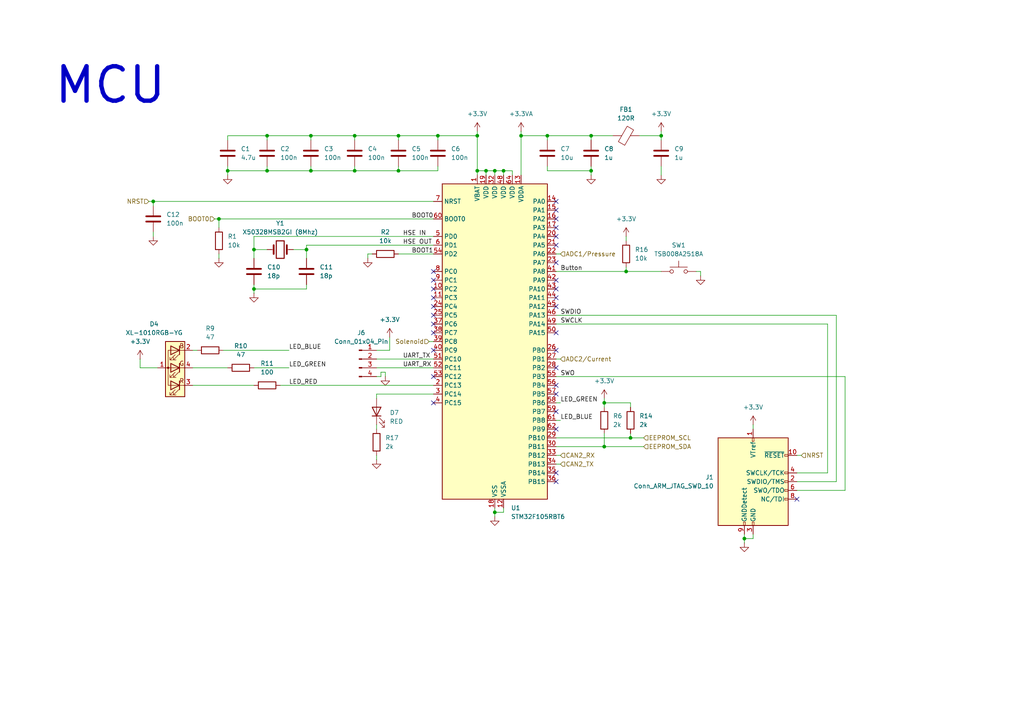
<source format=kicad_sch>
(kicad_sch
	(version 20250114)
	(generator "eeschema")
	(generator_version "9.0")
	(uuid "710288f4-2a48-4dea-9e37-e3b0c576e696")
	(paper "A4")
	(lib_symbols
		(symbol "Connector:Conn_01x04_Pin"
			(pin_names
				(offset 1.016)
				(hide yes)
			)
			(exclude_from_sim no)
			(in_bom yes)
			(on_board yes)
			(property "Reference" "J"
				(at 0 5.08 0)
				(effects
					(font
						(size 1.27 1.27)
					)
				)
			)
			(property "Value" "Conn_01x04_Pin"
				(at 0 -7.62 0)
				(effects
					(font
						(size 1.27 1.27)
					)
				)
			)
			(property "Footprint" ""
				(at 0 0 0)
				(effects
					(font
						(size 1.27 1.27)
					)
					(hide yes)
				)
			)
			(property "Datasheet" "~"
				(at 0 0 0)
				(effects
					(font
						(size 1.27 1.27)
					)
					(hide yes)
				)
			)
			(property "Description" "Generic connector, single row, 01x04, script generated"
				(at 0 0 0)
				(effects
					(font
						(size 1.27 1.27)
					)
					(hide yes)
				)
			)
			(property "ki_locked" ""
				(at 0 0 0)
				(effects
					(font
						(size 1.27 1.27)
					)
				)
			)
			(property "ki_keywords" "connector"
				(at 0 0 0)
				(effects
					(font
						(size 1.27 1.27)
					)
					(hide yes)
				)
			)
			(property "ki_fp_filters" "Connector*:*_1x??_*"
				(at 0 0 0)
				(effects
					(font
						(size 1.27 1.27)
					)
					(hide yes)
				)
			)
			(symbol "Conn_01x04_Pin_1_1"
				(rectangle
					(start 0.8636 2.667)
					(end 0 2.413)
					(stroke
						(width 0.1524)
						(type default)
					)
					(fill
						(type outline)
					)
				)
				(rectangle
					(start 0.8636 0.127)
					(end 0 -0.127)
					(stroke
						(width 0.1524)
						(type default)
					)
					(fill
						(type outline)
					)
				)
				(rectangle
					(start 0.8636 -2.413)
					(end 0 -2.667)
					(stroke
						(width 0.1524)
						(type default)
					)
					(fill
						(type outline)
					)
				)
				(rectangle
					(start 0.8636 -4.953)
					(end 0 -5.207)
					(stroke
						(width 0.1524)
						(type default)
					)
					(fill
						(type outline)
					)
				)
				(polyline
					(pts
						(xy 1.27 2.54) (xy 0.8636 2.54)
					)
					(stroke
						(width 0.1524)
						(type default)
					)
					(fill
						(type none)
					)
				)
				(polyline
					(pts
						(xy 1.27 0) (xy 0.8636 0)
					)
					(stroke
						(width 0.1524)
						(type default)
					)
					(fill
						(type none)
					)
				)
				(polyline
					(pts
						(xy 1.27 -2.54) (xy 0.8636 -2.54)
					)
					(stroke
						(width 0.1524)
						(type default)
					)
					(fill
						(type none)
					)
				)
				(polyline
					(pts
						(xy 1.27 -5.08) (xy 0.8636 -5.08)
					)
					(stroke
						(width 0.1524)
						(type default)
					)
					(fill
						(type none)
					)
				)
				(pin passive line
					(at 5.08 2.54 180)
					(length 3.81)
					(name "Pin_1"
						(effects
							(font
								(size 1.27 1.27)
							)
						)
					)
					(number "1"
						(effects
							(font
								(size 1.27 1.27)
							)
						)
					)
				)
				(pin passive line
					(at 5.08 0 180)
					(length 3.81)
					(name "Pin_2"
						(effects
							(font
								(size 1.27 1.27)
							)
						)
					)
					(number "2"
						(effects
							(font
								(size 1.27 1.27)
							)
						)
					)
				)
				(pin passive line
					(at 5.08 -2.54 180)
					(length 3.81)
					(name "Pin_3"
						(effects
							(font
								(size 1.27 1.27)
							)
						)
					)
					(number "3"
						(effects
							(font
								(size 1.27 1.27)
							)
						)
					)
				)
				(pin passive line
					(at 5.08 -5.08 180)
					(length 3.81)
					(name "Pin_4"
						(effects
							(font
								(size 1.27 1.27)
							)
						)
					)
					(number "4"
						(effects
							(font
								(size 1.27 1.27)
							)
						)
					)
				)
			)
			(embedded_fonts no)
		)
		(symbol "Connector:Conn_ARM_JTAG_SWD_10"
			(pin_names
				(offset 1.016)
			)
			(exclude_from_sim no)
			(in_bom yes)
			(on_board yes)
			(property "Reference" "J"
				(at -2.54 16.51 0)
				(effects
					(font
						(size 1.27 1.27)
					)
					(justify right)
				)
			)
			(property "Value" "Conn_ARM_JTAG_SWD_10"
				(at -2.54 13.97 0)
				(effects
					(font
						(size 1.27 1.27)
					)
					(justify right bottom)
				)
			)
			(property "Footprint" ""
				(at 0 0 0)
				(effects
					(font
						(size 1.27 1.27)
					)
					(hide yes)
				)
			)
			(property "Datasheet" "http://infocenter.arm.com/help/topic/com.arm.doc.ddi0314h/DDI0314H_coresight_components_trm.pdf"
				(at -8.89 -31.75 90)
				(effects
					(font
						(size 1.27 1.27)
					)
					(hide yes)
				)
			)
			(property "Description" "Cortex Debug Connector, standard ARM Cortex-M SWD and JTAG interface"
				(at 0 0 0)
				(effects
					(font
						(size 1.27 1.27)
					)
					(hide yes)
				)
			)
			(property "ki_keywords" "Cortex Debug Connector ARM SWD JTAG"
				(at 0 0 0)
				(effects
					(font
						(size 1.27 1.27)
					)
					(hide yes)
				)
			)
			(property "ki_fp_filters" "PinHeader?2x05?P1.27mm*"
				(at 0 0 0)
				(effects
					(font
						(size 1.27 1.27)
					)
					(hide yes)
				)
			)
			(symbol "Conn_ARM_JTAG_SWD_10_0_1"
				(rectangle
					(start -10.16 12.7)
					(end 10.16 -12.7)
					(stroke
						(width 0.254)
						(type default)
					)
					(fill
						(type background)
					)
				)
				(rectangle
					(start -2.794 -12.7)
					(end -2.286 -11.684)
					(stroke
						(width 0)
						(type default)
					)
					(fill
						(type none)
					)
				)
				(rectangle
					(start -0.254 12.7)
					(end 0.254 11.684)
					(stroke
						(width 0)
						(type default)
					)
					(fill
						(type none)
					)
				)
				(rectangle
					(start -0.254 -12.7)
					(end 0.254 -11.684)
					(stroke
						(width 0)
						(type default)
					)
					(fill
						(type none)
					)
				)
				(rectangle
					(start 9.144 2.286)
					(end 10.16 2.794)
					(stroke
						(width 0)
						(type default)
					)
					(fill
						(type none)
					)
				)
				(rectangle
					(start 10.16 7.874)
					(end 9.144 7.366)
					(stroke
						(width 0)
						(type default)
					)
					(fill
						(type none)
					)
				)
				(rectangle
					(start 10.16 -0.254)
					(end 9.144 0.254)
					(stroke
						(width 0)
						(type default)
					)
					(fill
						(type none)
					)
				)
				(rectangle
					(start 10.16 -2.794)
					(end 9.144 -2.286)
					(stroke
						(width 0)
						(type default)
					)
					(fill
						(type none)
					)
				)
			)
			(symbol "Conn_ARM_JTAG_SWD_10_1_1"
				(rectangle
					(start 9.144 -5.334)
					(end 10.16 -4.826)
					(stroke
						(width 0)
						(type default)
					)
					(fill
						(type none)
					)
				)
				(pin no_connect line
					(at -10.16 0 0)
					(length 2.54)
					(hide yes)
					(name "KEY"
						(effects
							(font
								(size 1.27 1.27)
							)
						)
					)
					(number "7"
						(effects
							(font
								(size 1.27 1.27)
							)
						)
					)
				)
				(pin passive line
					(at -2.54 -15.24 90)
					(length 2.54)
					(name "GNDDetect"
						(effects
							(font
								(size 1.27 1.27)
							)
						)
					)
					(number "9"
						(effects
							(font
								(size 1.27 1.27)
							)
						)
					)
				)
				(pin power_in line
					(at 0 15.24 270)
					(length 2.54)
					(name "VTref"
						(effects
							(font
								(size 1.27 1.27)
							)
						)
					)
					(number "1"
						(effects
							(font
								(size 1.27 1.27)
							)
						)
					)
				)
				(pin power_in line
					(at 0 -15.24 90)
					(length 2.54)
					(name "GND"
						(effects
							(font
								(size 1.27 1.27)
							)
						)
					)
					(number "3"
						(effects
							(font
								(size 1.27 1.27)
							)
						)
					)
				)
				(pin passive line
					(at 0 -15.24 90)
					(length 2.54)
					(hide yes)
					(name "GND"
						(effects
							(font
								(size 1.27 1.27)
							)
						)
					)
					(number "5"
						(effects
							(font
								(size 1.27 1.27)
							)
						)
					)
				)
				(pin open_collector line
					(at 12.7 7.62 180)
					(length 2.54)
					(name "~{RESET}"
						(effects
							(font
								(size 1.27 1.27)
							)
						)
					)
					(number "10"
						(effects
							(font
								(size 1.27 1.27)
							)
						)
					)
				)
				(pin output line
					(at 12.7 2.54 180)
					(length 2.54)
					(name "SWCLK/TCK"
						(effects
							(font
								(size 1.27 1.27)
							)
						)
					)
					(number "4"
						(effects
							(font
								(size 1.27 1.27)
							)
						)
					)
				)
				(pin bidirectional line
					(at 12.7 0 180)
					(length 2.54)
					(name "SWDIO/TMS"
						(effects
							(font
								(size 1.27 1.27)
							)
						)
					)
					(number "2"
						(effects
							(font
								(size 1.27 1.27)
							)
						)
					)
				)
				(pin input line
					(at 12.7 -2.54 180)
					(length 2.54)
					(name "SWO/TDO"
						(effects
							(font
								(size 1.27 1.27)
							)
						)
					)
					(number "6"
						(effects
							(font
								(size 1.27 1.27)
							)
						)
					)
				)
				(pin output line
					(at 12.7 -5.08 180)
					(length 2.54)
					(name "NC/TDI"
						(effects
							(font
								(size 1.27 1.27)
							)
						)
					)
					(number "8"
						(effects
							(font
								(size 1.27 1.27)
							)
						)
					)
				)
			)
			(embedded_fonts no)
		)
		(symbol "Device:C"
			(pin_numbers
				(hide yes)
			)
			(pin_names
				(offset 0.254)
			)
			(exclude_from_sim no)
			(in_bom yes)
			(on_board yes)
			(property "Reference" "C"
				(at 0.635 2.54 0)
				(effects
					(font
						(size 1.27 1.27)
					)
					(justify left)
				)
			)
			(property "Value" "C"
				(at 0.635 -2.54 0)
				(effects
					(font
						(size 1.27 1.27)
					)
					(justify left)
				)
			)
			(property "Footprint" ""
				(at 0.9652 -3.81 0)
				(effects
					(font
						(size 1.27 1.27)
					)
					(hide yes)
				)
			)
			(property "Datasheet" "~"
				(at 0 0 0)
				(effects
					(font
						(size 1.27 1.27)
					)
					(hide yes)
				)
			)
			(property "Description" "Unpolarized capacitor"
				(at 0 0 0)
				(effects
					(font
						(size 1.27 1.27)
					)
					(hide yes)
				)
			)
			(property "ki_keywords" "cap capacitor"
				(at 0 0 0)
				(effects
					(font
						(size 1.27 1.27)
					)
					(hide yes)
				)
			)
			(property "ki_fp_filters" "C_*"
				(at 0 0 0)
				(effects
					(font
						(size 1.27 1.27)
					)
					(hide yes)
				)
			)
			(symbol "C_0_1"
				(polyline
					(pts
						(xy -2.032 0.762) (xy 2.032 0.762)
					)
					(stroke
						(width 0.508)
						(type default)
					)
					(fill
						(type none)
					)
				)
				(polyline
					(pts
						(xy -2.032 -0.762) (xy 2.032 -0.762)
					)
					(stroke
						(width 0.508)
						(type default)
					)
					(fill
						(type none)
					)
				)
			)
			(symbol "C_1_1"
				(pin passive line
					(at 0 3.81 270)
					(length 2.794)
					(name "~"
						(effects
							(font
								(size 1.27 1.27)
							)
						)
					)
					(number "1"
						(effects
							(font
								(size 1.27 1.27)
							)
						)
					)
				)
				(pin passive line
					(at 0 -3.81 90)
					(length 2.794)
					(name "~"
						(effects
							(font
								(size 1.27 1.27)
							)
						)
					)
					(number "2"
						(effects
							(font
								(size 1.27 1.27)
							)
						)
					)
				)
			)
			(embedded_fonts no)
		)
		(symbol "Device:Crystal"
			(pin_numbers
				(hide yes)
			)
			(pin_names
				(offset 1.016)
				(hide yes)
			)
			(exclude_from_sim no)
			(in_bom yes)
			(on_board yes)
			(property "Reference" "Y"
				(at 0 3.81 0)
				(effects
					(font
						(size 1.27 1.27)
					)
				)
			)
			(property "Value" "Crystal"
				(at 0 -3.81 0)
				(effects
					(font
						(size 1.27 1.27)
					)
				)
			)
			(property "Footprint" ""
				(at 0 0 0)
				(effects
					(font
						(size 1.27 1.27)
					)
					(hide yes)
				)
			)
			(property "Datasheet" "~"
				(at 0 0 0)
				(effects
					(font
						(size 1.27 1.27)
					)
					(hide yes)
				)
			)
			(property "Description" "Two pin crystal"
				(at 0 0 0)
				(effects
					(font
						(size 1.27 1.27)
					)
					(hide yes)
				)
			)
			(property "ki_keywords" "quartz ceramic resonator oscillator"
				(at 0 0 0)
				(effects
					(font
						(size 1.27 1.27)
					)
					(hide yes)
				)
			)
			(property "ki_fp_filters" "Crystal*"
				(at 0 0 0)
				(effects
					(font
						(size 1.27 1.27)
					)
					(hide yes)
				)
			)
			(symbol "Crystal_0_1"
				(polyline
					(pts
						(xy -2.54 0) (xy -1.905 0)
					)
					(stroke
						(width 0)
						(type default)
					)
					(fill
						(type none)
					)
				)
				(polyline
					(pts
						(xy -1.905 -1.27) (xy -1.905 1.27)
					)
					(stroke
						(width 0.508)
						(type default)
					)
					(fill
						(type none)
					)
				)
				(rectangle
					(start -1.143 2.54)
					(end 1.143 -2.54)
					(stroke
						(width 0.3048)
						(type default)
					)
					(fill
						(type none)
					)
				)
				(polyline
					(pts
						(xy 1.905 -1.27) (xy 1.905 1.27)
					)
					(stroke
						(width 0.508)
						(type default)
					)
					(fill
						(type none)
					)
				)
				(polyline
					(pts
						(xy 2.54 0) (xy 1.905 0)
					)
					(stroke
						(width 0)
						(type default)
					)
					(fill
						(type none)
					)
				)
			)
			(symbol "Crystal_1_1"
				(pin passive line
					(at -3.81 0 0)
					(length 1.27)
					(name "1"
						(effects
							(font
								(size 1.27 1.27)
							)
						)
					)
					(number "1"
						(effects
							(font
								(size 1.27 1.27)
							)
						)
					)
				)
				(pin passive line
					(at 3.81 0 180)
					(length 1.27)
					(name "2"
						(effects
							(font
								(size 1.27 1.27)
							)
						)
					)
					(number "2"
						(effects
							(font
								(size 1.27 1.27)
							)
						)
					)
				)
			)
			(embedded_fonts no)
		)
		(symbol "Device:FerriteBead"
			(pin_numbers
				(hide yes)
			)
			(pin_names
				(offset 0)
			)
			(exclude_from_sim no)
			(in_bom yes)
			(on_board yes)
			(property "Reference" "FB"
				(at -3.81 0.635 90)
				(effects
					(font
						(size 1.27 1.27)
					)
				)
			)
			(property "Value" "FerriteBead"
				(at 3.81 0 90)
				(effects
					(font
						(size 1.27 1.27)
					)
				)
			)
			(property "Footprint" ""
				(at -1.778 0 90)
				(effects
					(font
						(size 1.27 1.27)
					)
					(hide yes)
				)
			)
			(property "Datasheet" "~"
				(at 0 0 0)
				(effects
					(font
						(size 1.27 1.27)
					)
					(hide yes)
				)
			)
			(property "Description" "Ferrite bead"
				(at 0 0 0)
				(effects
					(font
						(size 1.27 1.27)
					)
					(hide yes)
				)
			)
			(property "ki_keywords" "L ferrite bead inductor filter"
				(at 0 0 0)
				(effects
					(font
						(size 1.27 1.27)
					)
					(hide yes)
				)
			)
			(property "ki_fp_filters" "Inductor_* L_* *Ferrite*"
				(at 0 0 0)
				(effects
					(font
						(size 1.27 1.27)
					)
					(hide yes)
				)
			)
			(symbol "FerriteBead_0_1"
				(polyline
					(pts
						(xy -2.7686 0.4064) (xy -1.7018 2.2606) (xy 2.7686 -0.3048) (xy 1.6764 -2.159) (xy -2.7686 0.4064)
					)
					(stroke
						(width 0)
						(type default)
					)
					(fill
						(type none)
					)
				)
				(polyline
					(pts
						(xy 0 1.27) (xy 0 1.2954)
					)
					(stroke
						(width 0)
						(type default)
					)
					(fill
						(type none)
					)
				)
				(polyline
					(pts
						(xy 0 -1.27) (xy 0 -1.2192)
					)
					(stroke
						(width 0)
						(type default)
					)
					(fill
						(type none)
					)
				)
			)
			(symbol "FerriteBead_1_1"
				(pin passive line
					(at 0 3.81 270)
					(length 2.54)
					(name "~"
						(effects
							(font
								(size 1.27 1.27)
							)
						)
					)
					(number "1"
						(effects
							(font
								(size 1.27 1.27)
							)
						)
					)
				)
				(pin passive line
					(at 0 -3.81 90)
					(length 2.54)
					(name "~"
						(effects
							(font
								(size 1.27 1.27)
							)
						)
					)
					(number "2"
						(effects
							(font
								(size 1.27 1.27)
							)
						)
					)
				)
			)
			(embedded_fonts no)
		)
		(symbol "Device:LED"
			(pin_numbers
				(hide yes)
			)
			(pin_names
				(offset 1.016)
				(hide yes)
			)
			(exclude_from_sim no)
			(in_bom yes)
			(on_board yes)
			(property "Reference" "D"
				(at 0 2.54 0)
				(effects
					(font
						(size 1.27 1.27)
					)
				)
			)
			(property "Value" "LED"
				(at 0 -2.54 0)
				(effects
					(font
						(size 1.27 1.27)
					)
				)
			)
			(property "Footprint" ""
				(at 0 0 0)
				(effects
					(font
						(size 1.27 1.27)
					)
					(hide yes)
				)
			)
			(property "Datasheet" "~"
				(at 0 0 0)
				(effects
					(font
						(size 1.27 1.27)
					)
					(hide yes)
				)
			)
			(property "Description" "Light emitting diode"
				(at 0 0 0)
				(effects
					(font
						(size 1.27 1.27)
					)
					(hide yes)
				)
			)
			(property "Sim.Pins" "1=K 2=A"
				(at 0 0 0)
				(effects
					(font
						(size 1.27 1.27)
					)
					(hide yes)
				)
			)
			(property "ki_keywords" "LED diode"
				(at 0 0 0)
				(effects
					(font
						(size 1.27 1.27)
					)
					(hide yes)
				)
			)
			(property "ki_fp_filters" "LED* LED_SMD:* LED_THT:*"
				(at 0 0 0)
				(effects
					(font
						(size 1.27 1.27)
					)
					(hide yes)
				)
			)
			(symbol "LED_0_1"
				(polyline
					(pts
						(xy -3.048 -0.762) (xy -4.572 -2.286) (xy -3.81 -2.286) (xy -4.572 -2.286) (xy -4.572 -1.524)
					)
					(stroke
						(width 0)
						(type default)
					)
					(fill
						(type none)
					)
				)
				(polyline
					(pts
						(xy -1.778 -0.762) (xy -3.302 -2.286) (xy -2.54 -2.286) (xy -3.302 -2.286) (xy -3.302 -1.524)
					)
					(stroke
						(width 0)
						(type default)
					)
					(fill
						(type none)
					)
				)
				(polyline
					(pts
						(xy -1.27 0) (xy 1.27 0)
					)
					(stroke
						(width 0)
						(type default)
					)
					(fill
						(type none)
					)
				)
				(polyline
					(pts
						(xy -1.27 -1.27) (xy -1.27 1.27)
					)
					(stroke
						(width 0.254)
						(type default)
					)
					(fill
						(type none)
					)
				)
				(polyline
					(pts
						(xy 1.27 -1.27) (xy 1.27 1.27) (xy -1.27 0) (xy 1.27 -1.27)
					)
					(stroke
						(width 0.254)
						(type default)
					)
					(fill
						(type none)
					)
				)
			)
			(symbol "LED_1_1"
				(pin passive line
					(at -3.81 0 0)
					(length 2.54)
					(name "K"
						(effects
							(font
								(size 1.27 1.27)
							)
						)
					)
					(number "1"
						(effects
							(font
								(size 1.27 1.27)
							)
						)
					)
				)
				(pin passive line
					(at 3.81 0 180)
					(length 2.54)
					(name "A"
						(effects
							(font
								(size 1.27 1.27)
							)
						)
					)
					(number "2"
						(effects
							(font
								(size 1.27 1.27)
							)
						)
					)
				)
			)
			(embedded_fonts no)
		)
		(symbol "Device:LED_ABRG"
			(pin_names
				(offset 0)
				(hide yes)
			)
			(exclude_from_sim no)
			(in_bom yes)
			(on_board yes)
			(property "Reference" "D"
				(at 0 9.398 0)
				(effects
					(font
						(size 1.27 1.27)
					)
				)
			)
			(property "Value" "LED_ABRG"
				(at 0 -8.89 0)
				(effects
					(font
						(size 1.27 1.27)
					)
				)
			)
			(property "Footprint" ""
				(at 0 -1.27 0)
				(effects
					(font
						(size 1.27 1.27)
					)
					(hide yes)
				)
			)
			(property "Datasheet" "~"
				(at 0 -1.27 0)
				(effects
					(font
						(size 1.27 1.27)
					)
					(hide yes)
				)
			)
			(property "Description" "RGB LED, anode/blue/red/green"
				(at 0 0 0)
				(effects
					(font
						(size 1.27 1.27)
					)
					(hide yes)
				)
			)
			(property "ki_keywords" "LED RGB diode"
				(at 0 0 0)
				(effects
					(font
						(size 1.27 1.27)
					)
					(hide yes)
				)
			)
			(property "ki_fp_filters" "LED* LED_SMD:* LED_THT:*"
				(at 0 0 0)
				(effects
					(font
						(size 1.27 1.27)
					)
					(hide yes)
				)
			)
			(symbol "LED_ABRG_0_0"
				(text "R"
					(at -1.905 3.81 0)
					(effects
						(font
							(size 1.27 1.27)
						)
					)
				)
				(text "G"
					(at -1.905 -1.27 0)
					(effects
						(font
							(size 1.27 1.27)
						)
					)
				)
				(text "B"
					(at -1.905 -6.35 0)
					(effects
						(font
							(size 1.27 1.27)
						)
					)
				)
			)
			(symbol "LED_ABRG_0_1"
				(polyline
					(pts
						(xy -1.27 6.35) (xy -1.27 3.81)
					)
					(stroke
						(width 0.254)
						(type default)
					)
					(fill
						(type none)
					)
				)
				(polyline
					(pts
						(xy -1.27 6.35) (xy -1.27 3.81) (xy -1.27 3.81)
					)
					(stroke
						(width 0)
						(type default)
					)
					(fill
						(type none)
					)
				)
				(polyline
					(pts
						(xy -1.27 5.08) (xy -2.54 5.08)
					)
					(stroke
						(width 0)
						(type default)
					)
					(fill
						(type none)
					)
				)
				(polyline
					(pts
						(xy -1.27 5.08) (xy 1.27 5.08)
					)
					(stroke
						(width 0)
						(type default)
					)
					(fill
						(type none)
					)
				)
				(polyline
					(pts
						(xy -1.27 1.27) (xy -1.27 -1.27)
					)
					(stroke
						(width 0.254)
						(type default)
					)
					(fill
						(type none)
					)
				)
				(polyline
					(pts
						(xy -1.27 1.27) (xy -1.27 -1.27) (xy -1.27 -1.27)
					)
					(stroke
						(width 0)
						(type default)
					)
					(fill
						(type none)
					)
				)
				(polyline
					(pts
						(xy -1.27 0) (xy -2.54 0)
					)
					(stroke
						(width 0)
						(type default)
					)
					(fill
						(type none)
					)
				)
				(polyline
					(pts
						(xy -1.27 -3.81) (xy -1.27 -6.35)
					)
					(stroke
						(width 0.254)
						(type default)
					)
					(fill
						(type none)
					)
				)
				(polyline
					(pts
						(xy -1.27 -5.08) (xy -2.54 -5.08)
					)
					(stroke
						(width 0)
						(type default)
					)
					(fill
						(type none)
					)
				)
				(polyline
					(pts
						(xy -1.27 -5.08) (xy 1.27 -5.08)
					)
					(stroke
						(width 0)
						(type default)
					)
					(fill
						(type none)
					)
				)
				(polyline
					(pts
						(xy -1.016 6.35) (xy 0.508 7.874) (xy -0.254 7.874) (xy 0.508 7.874) (xy 0.508 7.112)
					)
					(stroke
						(width 0)
						(type default)
					)
					(fill
						(type none)
					)
				)
				(polyline
					(pts
						(xy -1.016 1.27) (xy 0.508 2.794) (xy -0.254 2.794) (xy 0.508 2.794) (xy 0.508 2.032)
					)
					(stroke
						(width 0)
						(type default)
					)
					(fill
						(type none)
					)
				)
				(polyline
					(pts
						(xy -1.016 -3.81) (xy 0.508 -2.286) (xy -0.254 -2.286) (xy 0.508 -2.286) (xy 0.508 -3.048)
					)
					(stroke
						(width 0)
						(type default)
					)
					(fill
						(type none)
					)
				)
				(polyline
					(pts
						(xy 0 6.35) (xy 1.524 7.874) (xy 0.762 7.874) (xy 1.524 7.874) (xy 1.524 7.112)
					)
					(stroke
						(width 0)
						(type default)
					)
					(fill
						(type none)
					)
				)
				(polyline
					(pts
						(xy 0 1.27) (xy 1.524 2.794) (xy 0.762 2.794) (xy 1.524 2.794) (xy 1.524 2.032)
					)
					(stroke
						(width 0)
						(type default)
					)
					(fill
						(type none)
					)
				)
				(polyline
					(pts
						(xy 0 -3.81) (xy 1.524 -2.286) (xy 0.762 -2.286) (xy 1.524 -2.286) (xy 1.524 -3.048)
					)
					(stroke
						(width 0)
						(type default)
					)
					(fill
						(type none)
					)
				)
				(polyline
					(pts
						(xy 1.27 6.35) (xy 1.27 3.81) (xy -1.27 5.08) (xy 1.27 6.35)
					)
					(stroke
						(width 0.254)
						(type default)
					)
					(fill
						(type none)
					)
				)
				(rectangle
					(start 1.27 6.35)
					(end 1.27 6.35)
					(stroke
						(width 0)
						(type default)
					)
					(fill
						(type none)
					)
				)
				(rectangle
					(start 1.27 3.81)
					(end 1.27 6.35)
					(stroke
						(width 0)
						(type default)
					)
					(fill
						(type none)
					)
				)
				(polyline
					(pts
						(xy 1.27 1.27) (xy 1.27 -1.27) (xy -1.27 0) (xy 1.27 1.27)
					)
					(stroke
						(width 0.254)
						(type default)
					)
					(fill
						(type none)
					)
				)
				(rectangle
					(start 1.27 1.27)
					(end 1.27 1.27)
					(stroke
						(width 0)
						(type default)
					)
					(fill
						(type none)
					)
				)
				(polyline
					(pts
						(xy 1.27 0) (xy -1.27 0)
					)
					(stroke
						(width 0)
						(type default)
					)
					(fill
						(type none)
					)
				)
				(polyline
					(pts
						(xy 1.27 0) (xy 2.54 0)
					)
					(stroke
						(width 0)
						(type default)
					)
					(fill
						(type none)
					)
				)
				(rectangle
					(start 1.27 -1.27)
					(end 1.27 1.27)
					(stroke
						(width 0)
						(type default)
					)
					(fill
						(type none)
					)
				)
				(polyline
					(pts
						(xy 1.27 -3.81) (xy 1.27 -6.35) (xy -1.27 -5.08) (xy 1.27 -3.81)
					)
					(stroke
						(width 0.254)
						(type default)
					)
					(fill
						(type none)
					)
				)
				(polyline
					(pts
						(xy 1.27 -5.08) (xy 2.032 -5.08) (xy 2.032 5.08) (xy 1.27 5.08)
					)
					(stroke
						(width 0)
						(type default)
					)
					(fill
						(type none)
					)
				)
				(circle
					(center 2.032 0)
					(radius 0.254)
					(stroke
						(width 0)
						(type default)
					)
					(fill
						(type outline)
					)
				)
				(rectangle
					(start 2.794 8.382)
					(end -2.794 -7.62)
					(stroke
						(width 0.254)
						(type default)
					)
					(fill
						(type background)
					)
				)
			)
			(symbol "LED_ABRG_1_1"
				(pin passive line
					(at -5.08 5.08 0)
					(length 2.54)
					(name "RK"
						(effects
							(font
								(size 1.27 1.27)
							)
						)
					)
					(number "3"
						(effects
							(font
								(size 1.27 1.27)
							)
						)
					)
				)
				(pin passive line
					(at -5.08 0 0)
					(length 2.54)
					(name "GK"
						(effects
							(font
								(size 1.27 1.27)
							)
						)
					)
					(number "4"
						(effects
							(font
								(size 1.27 1.27)
							)
						)
					)
				)
				(pin passive line
					(at -5.08 -5.08 0)
					(length 2.54)
					(name "BK"
						(effects
							(font
								(size 1.27 1.27)
							)
						)
					)
					(number "2"
						(effects
							(font
								(size 1.27 1.27)
							)
						)
					)
				)
				(pin passive line
					(at 5.08 0 180)
					(length 2.54)
					(name "A"
						(effects
							(font
								(size 1.27 1.27)
							)
						)
					)
					(number "1"
						(effects
							(font
								(size 1.27 1.27)
							)
						)
					)
				)
			)
			(embedded_fonts no)
		)
		(symbol "Device:R"
			(pin_numbers
				(hide yes)
			)
			(pin_names
				(offset 0)
			)
			(exclude_from_sim no)
			(in_bom yes)
			(on_board yes)
			(property "Reference" "R"
				(at 2.032 0 90)
				(effects
					(font
						(size 1.27 1.27)
					)
				)
			)
			(property "Value" "R"
				(at 0 0 90)
				(effects
					(font
						(size 1.27 1.27)
					)
				)
			)
			(property "Footprint" ""
				(at -1.778 0 90)
				(effects
					(font
						(size 1.27 1.27)
					)
					(hide yes)
				)
			)
			(property "Datasheet" "~"
				(at 0 0 0)
				(effects
					(font
						(size 1.27 1.27)
					)
					(hide yes)
				)
			)
			(property "Description" "Resistor"
				(at 0 0 0)
				(effects
					(font
						(size 1.27 1.27)
					)
					(hide yes)
				)
			)
			(property "ki_keywords" "R res resistor"
				(at 0 0 0)
				(effects
					(font
						(size 1.27 1.27)
					)
					(hide yes)
				)
			)
			(property "ki_fp_filters" "R_*"
				(at 0 0 0)
				(effects
					(font
						(size 1.27 1.27)
					)
					(hide yes)
				)
			)
			(symbol "R_0_1"
				(rectangle
					(start -1.016 -2.54)
					(end 1.016 2.54)
					(stroke
						(width 0.254)
						(type default)
					)
					(fill
						(type none)
					)
				)
			)
			(symbol "R_1_1"
				(pin passive line
					(at 0 3.81 270)
					(length 1.27)
					(name "~"
						(effects
							(font
								(size 1.27 1.27)
							)
						)
					)
					(number "1"
						(effects
							(font
								(size 1.27 1.27)
							)
						)
					)
				)
				(pin passive line
					(at 0 -3.81 90)
					(length 1.27)
					(name "~"
						(effects
							(font
								(size 1.27 1.27)
							)
						)
					)
					(number "2"
						(effects
							(font
								(size 1.27 1.27)
							)
						)
					)
				)
			)
			(embedded_fonts no)
		)
		(symbol "MCU_ST_STM32F1:STM32F105RBTx"
			(exclude_from_sim no)
			(in_bom yes)
			(on_board yes)
			(property "Reference" "U"
				(at -15.24 46.99 0)
				(effects
					(font
						(size 1.27 1.27)
					)
					(justify left)
				)
			)
			(property "Value" "STM32F105RBTx"
				(at 10.16 46.99 0)
				(effects
					(font
						(size 1.27 1.27)
					)
					(justify left)
				)
			)
			(property "Footprint" "Package_QFP:LQFP-64_10x10mm_P0.5mm"
				(at -15.24 -45.72 0)
				(effects
					(font
						(size 1.27 1.27)
					)
					(justify right)
					(hide yes)
				)
			)
			(property "Datasheet" "https://www.st.com/resource/en/datasheet/stm32f105rb.pdf"
				(at 0 0 0)
				(effects
					(font
						(size 1.27 1.27)
					)
					(hide yes)
				)
			)
			(property "Description" "STMicroelectronics Arm Cortex-M3 MCU, 128KB flash, 64KB RAM, 72 MHz, 2.0-3.6V, 51 GPIO, LQFP64"
				(at 0 0 0)
				(effects
					(font
						(size 1.27 1.27)
					)
					(hide yes)
				)
			)
			(property "ki_keywords" "Arm Cortex-M3 STM32F1 STM32F105/107"
				(at 0 0 0)
				(effects
					(font
						(size 1.27 1.27)
					)
					(hide yes)
				)
			)
			(property "ki_fp_filters" "LQFP*10x10mm*P0.5mm*"
				(at 0 0 0)
				(effects
					(font
						(size 1.27 1.27)
					)
					(hide yes)
				)
			)
			(symbol "STM32F105RBTx_0_1"
				(rectangle
					(start -15.24 -45.72)
					(end 15.24 45.72)
					(stroke
						(width 0.254)
						(type default)
					)
					(fill
						(type background)
					)
				)
			)
			(symbol "STM32F105RBTx_1_1"
				(pin input line
					(at -17.78 40.64 0)
					(length 2.54)
					(name "NRST"
						(effects
							(font
								(size 1.27 1.27)
							)
						)
					)
					(number "7"
						(effects
							(font
								(size 1.27 1.27)
							)
						)
					)
				)
				(pin input line
					(at -17.78 35.56 0)
					(length 2.54)
					(name "BOOT0"
						(effects
							(font
								(size 1.27 1.27)
							)
						)
					)
					(number "60"
						(effects
							(font
								(size 1.27 1.27)
							)
						)
					)
				)
				(pin bidirectional line
					(at -17.78 30.48 0)
					(length 2.54)
					(name "PD0"
						(effects
							(font
								(size 1.27 1.27)
							)
						)
					)
					(number "5"
						(effects
							(font
								(size 1.27 1.27)
							)
						)
					)
					(alternate "RCC_OSC_IN" bidirectional line)
				)
				(pin bidirectional line
					(at -17.78 27.94 0)
					(length 2.54)
					(name "PD1"
						(effects
							(font
								(size 1.27 1.27)
							)
						)
					)
					(number "6"
						(effects
							(font
								(size 1.27 1.27)
							)
						)
					)
					(alternate "RCC_OSC_OUT" bidirectional line)
				)
				(pin bidirectional line
					(at -17.78 25.4 0)
					(length 2.54)
					(name "PD2"
						(effects
							(font
								(size 1.27 1.27)
							)
						)
					)
					(number "54"
						(effects
							(font
								(size 1.27 1.27)
							)
						)
					)
					(alternate "TIM3_ETR" bidirectional line)
					(alternate "UART5_RX" bidirectional line)
				)
				(pin bidirectional line
					(at -17.78 20.32 0)
					(length 2.54)
					(name "PC0"
						(effects
							(font
								(size 1.27 1.27)
							)
						)
					)
					(number "8"
						(effects
							(font
								(size 1.27 1.27)
							)
						)
					)
					(alternate "ADC1_IN10" bidirectional line)
					(alternate "ADC2_IN10" bidirectional line)
				)
				(pin bidirectional line
					(at -17.78 17.78 0)
					(length 2.54)
					(name "PC1"
						(effects
							(font
								(size 1.27 1.27)
							)
						)
					)
					(number "9"
						(effects
							(font
								(size 1.27 1.27)
							)
						)
					)
					(alternate "ADC1_IN11" bidirectional line)
					(alternate "ADC2_IN11" bidirectional line)
				)
				(pin bidirectional line
					(at -17.78 15.24 0)
					(length 2.54)
					(name "PC2"
						(effects
							(font
								(size 1.27 1.27)
							)
						)
					)
					(number "10"
						(effects
							(font
								(size 1.27 1.27)
							)
						)
					)
					(alternate "ADC1_IN12" bidirectional line)
					(alternate "ADC2_IN12" bidirectional line)
				)
				(pin bidirectional line
					(at -17.78 12.7 0)
					(length 2.54)
					(name "PC3"
						(effects
							(font
								(size 1.27 1.27)
							)
						)
					)
					(number "11"
						(effects
							(font
								(size 1.27 1.27)
							)
						)
					)
					(alternate "ADC1_IN13" bidirectional line)
					(alternate "ADC2_IN13" bidirectional line)
				)
				(pin bidirectional line
					(at -17.78 10.16 0)
					(length 2.54)
					(name "PC4"
						(effects
							(font
								(size 1.27 1.27)
							)
						)
					)
					(number "24"
						(effects
							(font
								(size 1.27 1.27)
							)
						)
					)
					(alternate "ADC1_IN14" bidirectional line)
					(alternate "ADC2_IN14" bidirectional line)
				)
				(pin bidirectional line
					(at -17.78 7.62 0)
					(length 2.54)
					(name "PC5"
						(effects
							(font
								(size 1.27 1.27)
							)
						)
					)
					(number "25"
						(effects
							(font
								(size 1.27 1.27)
							)
						)
					)
					(alternate "ADC1_IN15" bidirectional line)
					(alternate "ADC2_IN15" bidirectional line)
				)
				(pin bidirectional line
					(at -17.78 5.08 0)
					(length 2.54)
					(name "PC6"
						(effects
							(font
								(size 1.27 1.27)
							)
						)
					)
					(number "37"
						(effects
							(font
								(size 1.27 1.27)
							)
						)
					)
					(alternate "I2S2_MCK" bidirectional line)
					(alternate "TIM3_CH1" bidirectional line)
				)
				(pin bidirectional line
					(at -17.78 2.54 0)
					(length 2.54)
					(name "PC7"
						(effects
							(font
								(size 1.27 1.27)
							)
						)
					)
					(number "38"
						(effects
							(font
								(size 1.27 1.27)
							)
						)
					)
					(alternate "I2S3_MCK" bidirectional line)
					(alternate "TIM3_CH2" bidirectional line)
				)
				(pin bidirectional line
					(at -17.78 0 0)
					(length 2.54)
					(name "PC8"
						(effects
							(font
								(size 1.27 1.27)
							)
						)
					)
					(number "39"
						(effects
							(font
								(size 1.27 1.27)
							)
						)
					)
					(alternate "TIM3_CH3" bidirectional line)
				)
				(pin bidirectional line
					(at -17.78 -2.54 0)
					(length 2.54)
					(name "PC9"
						(effects
							(font
								(size 1.27 1.27)
							)
						)
					)
					(number "40"
						(effects
							(font
								(size 1.27 1.27)
							)
						)
					)
					(alternate "DAC_EXTI9" bidirectional line)
					(alternate "TIM3_CH4" bidirectional line)
				)
				(pin bidirectional line
					(at -17.78 -5.08 0)
					(length 2.54)
					(name "PC10"
						(effects
							(font
								(size 1.27 1.27)
							)
						)
					)
					(number "51"
						(effects
							(font
								(size 1.27 1.27)
							)
						)
					)
					(alternate "I2S3_CK" bidirectional line)
					(alternate "SPI3_SCK" bidirectional line)
					(alternate "UART4_TX" bidirectional line)
					(alternate "USART3_TX" bidirectional line)
				)
				(pin bidirectional line
					(at -17.78 -7.62 0)
					(length 2.54)
					(name "PC11"
						(effects
							(font
								(size 1.27 1.27)
							)
						)
					)
					(number "52"
						(effects
							(font
								(size 1.27 1.27)
							)
						)
					)
					(alternate "ADC1_EXTI11" bidirectional line)
					(alternate "ADC2_EXTI11" bidirectional line)
					(alternate "SPI3_MISO" bidirectional line)
					(alternate "UART4_RX" bidirectional line)
					(alternate "USART3_RX" bidirectional line)
				)
				(pin bidirectional line
					(at -17.78 -10.16 0)
					(length 2.54)
					(name "PC12"
						(effects
							(font
								(size 1.27 1.27)
							)
						)
					)
					(number "53"
						(effects
							(font
								(size 1.27 1.27)
							)
						)
					)
					(alternate "I2S3_SD" bidirectional line)
					(alternate "SPI3_MOSI" bidirectional line)
					(alternate "UART5_TX" bidirectional line)
					(alternate "USART3_CK" bidirectional line)
				)
				(pin bidirectional line
					(at -17.78 -12.7 0)
					(length 2.54)
					(name "PC13"
						(effects
							(font
								(size 1.27 1.27)
							)
						)
					)
					(number "2"
						(effects
							(font
								(size 1.27 1.27)
							)
						)
					)
					(alternate "RTC_OUT" bidirectional line)
					(alternate "RTC_TAMPER" bidirectional line)
				)
				(pin bidirectional line
					(at -17.78 -15.24 0)
					(length 2.54)
					(name "PC14"
						(effects
							(font
								(size 1.27 1.27)
							)
						)
					)
					(number "3"
						(effects
							(font
								(size 1.27 1.27)
							)
						)
					)
					(alternate "RCC_OSC32_IN" bidirectional line)
				)
				(pin bidirectional line
					(at -17.78 -17.78 0)
					(length 2.54)
					(name "PC15"
						(effects
							(font
								(size 1.27 1.27)
							)
						)
					)
					(number "4"
						(effects
							(font
								(size 1.27 1.27)
							)
						)
					)
					(alternate "ADC1_EXTI15" bidirectional line)
					(alternate "ADC2_EXTI15" bidirectional line)
					(alternate "RCC_OSC32_OUT" bidirectional line)
				)
				(pin power_in line
					(at -5.08 48.26 270)
					(length 2.54)
					(name "VBAT"
						(effects
							(font
								(size 1.27 1.27)
							)
						)
					)
					(number "1"
						(effects
							(font
								(size 1.27 1.27)
							)
						)
					)
				)
				(pin power_in line
					(at -2.54 48.26 270)
					(length 2.54)
					(name "VDD"
						(effects
							(font
								(size 1.27 1.27)
							)
						)
					)
					(number "19"
						(effects
							(font
								(size 1.27 1.27)
							)
						)
					)
				)
				(pin power_in line
					(at 0 48.26 270)
					(length 2.54)
					(name "VDD"
						(effects
							(font
								(size 1.27 1.27)
							)
						)
					)
					(number "32"
						(effects
							(font
								(size 1.27 1.27)
							)
						)
					)
				)
				(pin power_in line
					(at 0 -48.26 90)
					(length 2.54)
					(name "VSS"
						(effects
							(font
								(size 1.27 1.27)
							)
						)
					)
					(number "18"
						(effects
							(font
								(size 1.27 1.27)
							)
						)
					)
				)
				(pin passive line
					(at 0 -48.26 90)
					(length 2.54)
					(hide yes)
					(name "VSS"
						(effects
							(font
								(size 1.27 1.27)
							)
						)
					)
					(number "31"
						(effects
							(font
								(size 1.27 1.27)
							)
						)
					)
				)
				(pin passive line
					(at 0 -48.26 90)
					(length 2.54)
					(hide yes)
					(name "VSS"
						(effects
							(font
								(size 1.27 1.27)
							)
						)
					)
					(number "47"
						(effects
							(font
								(size 1.27 1.27)
							)
						)
					)
				)
				(pin passive line
					(at 0 -48.26 90)
					(length 2.54)
					(hide yes)
					(name "VSS"
						(effects
							(font
								(size 1.27 1.27)
							)
						)
					)
					(number "63"
						(effects
							(font
								(size 1.27 1.27)
							)
						)
					)
				)
				(pin power_in line
					(at 2.54 48.26 270)
					(length 2.54)
					(name "VDD"
						(effects
							(font
								(size 1.27 1.27)
							)
						)
					)
					(number "48"
						(effects
							(font
								(size 1.27 1.27)
							)
						)
					)
				)
				(pin power_in line
					(at 2.54 -48.26 90)
					(length 2.54)
					(name "VSSA"
						(effects
							(font
								(size 1.27 1.27)
							)
						)
					)
					(number "12"
						(effects
							(font
								(size 1.27 1.27)
							)
						)
					)
				)
				(pin power_in line
					(at 5.08 48.26 270)
					(length 2.54)
					(name "VDD"
						(effects
							(font
								(size 1.27 1.27)
							)
						)
					)
					(number "64"
						(effects
							(font
								(size 1.27 1.27)
							)
						)
					)
				)
				(pin power_in line
					(at 7.62 48.26 270)
					(length 2.54)
					(name "VDDA"
						(effects
							(font
								(size 1.27 1.27)
							)
						)
					)
					(number "13"
						(effects
							(font
								(size 1.27 1.27)
							)
						)
					)
				)
				(pin bidirectional line
					(at 17.78 40.64 180)
					(length 2.54)
					(name "PA0"
						(effects
							(font
								(size 1.27 1.27)
							)
						)
					)
					(number "14"
						(effects
							(font
								(size 1.27 1.27)
							)
						)
					)
					(alternate "ADC1_IN0" bidirectional line)
					(alternate "ADC2_IN0" bidirectional line)
					(alternate "SYS_WKUP" bidirectional line)
					(alternate "TIM2_CH1" bidirectional line)
					(alternate "TIM2_ETR" bidirectional line)
					(alternate "TIM5_CH1" bidirectional line)
					(alternate "USART2_CTS" bidirectional line)
				)
				(pin bidirectional line
					(at 17.78 38.1 180)
					(length 2.54)
					(name "PA1"
						(effects
							(font
								(size 1.27 1.27)
							)
						)
					)
					(number "15"
						(effects
							(font
								(size 1.27 1.27)
							)
						)
					)
					(alternate "ADC1_IN1" bidirectional line)
					(alternate "ADC2_IN1" bidirectional line)
					(alternate "TIM2_CH2" bidirectional line)
					(alternate "TIM5_CH2" bidirectional line)
					(alternate "USART2_RTS" bidirectional line)
				)
				(pin bidirectional line
					(at 17.78 35.56 180)
					(length 2.54)
					(name "PA2"
						(effects
							(font
								(size 1.27 1.27)
							)
						)
					)
					(number "16"
						(effects
							(font
								(size 1.27 1.27)
							)
						)
					)
					(alternate "ADC1_IN2" bidirectional line)
					(alternate "ADC2_IN2" bidirectional line)
					(alternate "TIM2_CH3" bidirectional line)
					(alternate "TIM5_CH3" bidirectional line)
					(alternate "USART2_TX" bidirectional line)
				)
				(pin bidirectional line
					(at 17.78 33.02 180)
					(length 2.54)
					(name "PA3"
						(effects
							(font
								(size 1.27 1.27)
							)
						)
					)
					(number "17"
						(effects
							(font
								(size 1.27 1.27)
							)
						)
					)
					(alternate "ADC1_IN3" bidirectional line)
					(alternate "ADC2_IN3" bidirectional line)
					(alternate "TIM2_CH4" bidirectional line)
					(alternate "TIM5_CH4" bidirectional line)
					(alternate "USART2_RX" bidirectional line)
				)
				(pin bidirectional line
					(at 17.78 30.48 180)
					(length 2.54)
					(name "PA4"
						(effects
							(font
								(size 1.27 1.27)
							)
						)
					)
					(number "20"
						(effects
							(font
								(size 1.27 1.27)
							)
						)
					)
					(alternate "ADC1_IN4" bidirectional line)
					(alternate "ADC2_IN4" bidirectional line)
					(alternate "DAC_OUT1" bidirectional line)
					(alternate "I2S3_WS" bidirectional line)
					(alternate "SPI1_NSS" bidirectional line)
					(alternate "SPI3_NSS" bidirectional line)
					(alternate "USART2_CK" bidirectional line)
				)
				(pin bidirectional line
					(at 17.78 27.94 180)
					(length 2.54)
					(name "PA5"
						(effects
							(font
								(size 1.27 1.27)
							)
						)
					)
					(number "21"
						(effects
							(font
								(size 1.27 1.27)
							)
						)
					)
					(alternate "ADC1_IN5" bidirectional line)
					(alternate "ADC2_IN5" bidirectional line)
					(alternate "DAC_OUT2" bidirectional line)
					(alternate "SPI1_SCK" bidirectional line)
				)
				(pin bidirectional line
					(at 17.78 25.4 180)
					(length 2.54)
					(name "PA6"
						(effects
							(font
								(size 1.27 1.27)
							)
						)
					)
					(number "22"
						(effects
							(font
								(size 1.27 1.27)
							)
						)
					)
					(alternate "ADC1_IN6" bidirectional line)
					(alternate "ADC2_IN6" bidirectional line)
					(alternate "SPI1_MISO" bidirectional line)
					(alternate "TIM1_BKIN" bidirectional line)
					(alternate "TIM3_CH1" bidirectional line)
				)
				(pin bidirectional line
					(at 17.78 22.86 180)
					(length 2.54)
					(name "PA7"
						(effects
							(font
								(size 1.27 1.27)
							)
						)
					)
					(number "23"
						(effects
							(font
								(size 1.27 1.27)
							)
						)
					)
					(alternate "ADC1_IN7" bidirectional line)
					(alternate "ADC2_IN7" bidirectional line)
					(alternate "SPI1_MOSI" bidirectional line)
					(alternate "TIM1_CH1N" bidirectional line)
					(alternate "TIM3_CH2" bidirectional line)
				)
				(pin bidirectional line
					(at 17.78 20.32 180)
					(length 2.54)
					(name "PA8"
						(effects
							(font
								(size 1.27 1.27)
							)
						)
					)
					(number "41"
						(effects
							(font
								(size 1.27 1.27)
							)
						)
					)
					(alternate "RCC_MCO" bidirectional line)
					(alternate "TIM1_CH1" bidirectional line)
					(alternate "USART1_CK" bidirectional line)
					(alternate "USB_OTG_FS_SOF" bidirectional line)
				)
				(pin bidirectional line
					(at 17.78 17.78 180)
					(length 2.54)
					(name "PA9"
						(effects
							(font
								(size 1.27 1.27)
							)
						)
					)
					(number "42"
						(effects
							(font
								(size 1.27 1.27)
							)
						)
					)
					(alternate "DAC_EXTI9" bidirectional line)
					(alternate "TIM1_CH2" bidirectional line)
					(alternate "USART1_TX" bidirectional line)
					(alternate "USB_OTG_FS_VBUS" bidirectional line)
				)
				(pin bidirectional line
					(at 17.78 15.24 180)
					(length 2.54)
					(name "PA10"
						(effects
							(font
								(size 1.27 1.27)
							)
						)
					)
					(number "43"
						(effects
							(font
								(size 1.27 1.27)
							)
						)
					)
					(alternate "TIM1_CH3" bidirectional line)
					(alternate "USART1_RX" bidirectional line)
					(alternate "USB_OTG_FS_ID" bidirectional line)
				)
				(pin bidirectional line
					(at 17.78 12.7 180)
					(length 2.54)
					(name "PA11"
						(effects
							(font
								(size 1.27 1.27)
							)
						)
					)
					(number "44"
						(effects
							(font
								(size 1.27 1.27)
							)
						)
					)
					(alternate "ADC1_EXTI11" bidirectional line)
					(alternate "ADC2_EXTI11" bidirectional line)
					(alternate "CAN1_RX" bidirectional line)
					(alternate "TIM1_CH4" bidirectional line)
					(alternate "USART1_CTS" bidirectional line)
					(alternate "USB_OTG_FS_DM" bidirectional line)
				)
				(pin bidirectional line
					(at 17.78 10.16 180)
					(length 2.54)
					(name "PA12"
						(effects
							(font
								(size 1.27 1.27)
							)
						)
					)
					(number "45"
						(effects
							(font
								(size 1.27 1.27)
							)
						)
					)
					(alternate "CAN1_TX" bidirectional line)
					(alternate "TIM1_ETR" bidirectional line)
					(alternate "USART1_RTS" bidirectional line)
					(alternate "USB_OTG_FS_DP" bidirectional line)
				)
				(pin bidirectional line
					(at 17.78 7.62 180)
					(length 2.54)
					(name "PA13"
						(effects
							(font
								(size 1.27 1.27)
							)
						)
					)
					(number "46"
						(effects
							(font
								(size 1.27 1.27)
							)
						)
					)
					(alternate "SYS_JTMS-SWDIO" bidirectional line)
				)
				(pin bidirectional line
					(at 17.78 5.08 180)
					(length 2.54)
					(name "PA14"
						(effects
							(font
								(size 1.27 1.27)
							)
						)
					)
					(number "49"
						(effects
							(font
								(size 1.27 1.27)
							)
						)
					)
					(alternate "SYS_JTCK-SWCLK" bidirectional line)
				)
				(pin bidirectional line
					(at 17.78 2.54 180)
					(length 2.54)
					(name "PA15"
						(effects
							(font
								(size 1.27 1.27)
							)
						)
					)
					(number "50"
						(effects
							(font
								(size 1.27 1.27)
							)
						)
					)
					(alternate "ADC1_EXTI15" bidirectional line)
					(alternate "ADC2_EXTI15" bidirectional line)
					(alternate "I2S3_WS" bidirectional line)
					(alternate "SPI1_NSS" bidirectional line)
					(alternate "SPI3_NSS" bidirectional line)
					(alternate "SYS_JTDI" bidirectional line)
					(alternate "TIM2_CH1" bidirectional line)
					(alternate "TIM2_ETR" bidirectional line)
				)
				(pin bidirectional line
					(at 17.78 -2.54 180)
					(length 2.54)
					(name "PB0"
						(effects
							(font
								(size 1.27 1.27)
							)
						)
					)
					(number "26"
						(effects
							(font
								(size 1.27 1.27)
							)
						)
					)
					(alternate "ADC1_IN8" bidirectional line)
					(alternate "ADC2_IN8" bidirectional line)
					(alternate "TIM1_CH2N" bidirectional line)
					(alternate "TIM3_CH3" bidirectional line)
				)
				(pin bidirectional line
					(at 17.78 -5.08 180)
					(length 2.54)
					(name "PB1"
						(effects
							(font
								(size 1.27 1.27)
							)
						)
					)
					(number "27"
						(effects
							(font
								(size 1.27 1.27)
							)
						)
					)
					(alternate "ADC1_IN9" bidirectional line)
					(alternate "ADC2_IN9" bidirectional line)
					(alternate "TIM1_CH3N" bidirectional line)
					(alternate "TIM3_CH4" bidirectional line)
				)
				(pin bidirectional line
					(at 17.78 -7.62 180)
					(length 2.54)
					(name "PB2"
						(effects
							(font
								(size 1.27 1.27)
							)
						)
					)
					(number "28"
						(effects
							(font
								(size 1.27 1.27)
							)
						)
					)
				)
				(pin bidirectional line
					(at 17.78 -10.16 180)
					(length 2.54)
					(name "PB3"
						(effects
							(font
								(size 1.27 1.27)
							)
						)
					)
					(number "55"
						(effects
							(font
								(size 1.27 1.27)
							)
						)
					)
					(alternate "I2S3_CK" bidirectional line)
					(alternate "SPI1_SCK" bidirectional line)
					(alternate "SPI3_SCK" bidirectional line)
					(alternate "SYS_JTDO" bidirectional line)
					(alternate "SYS_TRACESWO" bidirectional line)
					(alternate "TIM2_CH2" bidirectional line)
				)
				(pin bidirectional line
					(at 17.78 -12.7 180)
					(length 2.54)
					(name "PB4"
						(effects
							(font
								(size 1.27 1.27)
							)
						)
					)
					(number "56"
						(effects
							(font
								(size 1.27 1.27)
							)
						)
					)
					(alternate "SPI1_MISO" bidirectional line)
					(alternate "SPI3_MISO" bidirectional line)
					(alternate "SYS_NJTRST" bidirectional line)
					(alternate "TIM3_CH1" bidirectional line)
				)
				(pin bidirectional line
					(at 17.78 -15.24 180)
					(length 2.54)
					(name "PB5"
						(effects
							(font
								(size 1.27 1.27)
							)
						)
					)
					(number "57"
						(effects
							(font
								(size 1.27 1.27)
							)
						)
					)
					(alternate "CAN2_RX" bidirectional line)
					(alternate "I2C1_SMBA" bidirectional line)
					(alternate "I2S3_SD" bidirectional line)
					(alternate "SPI1_MOSI" bidirectional line)
					(alternate "SPI3_MOSI" bidirectional line)
					(alternate "TIM3_CH2" bidirectional line)
				)
				(pin bidirectional line
					(at 17.78 -17.78 180)
					(length 2.54)
					(name "PB6"
						(effects
							(font
								(size 1.27 1.27)
							)
						)
					)
					(number "58"
						(effects
							(font
								(size 1.27 1.27)
							)
						)
					)
					(alternate "CAN2_TX" bidirectional line)
					(alternate "I2C1_SCL" bidirectional line)
					(alternate "TIM4_CH1" bidirectional line)
					(alternate "USART1_TX" bidirectional line)
				)
				(pin bidirectional line
					(at 17.78 -20.32 180)
					(length 2.54)
					(name "PB7"
						(effects
							(font
								(size 1.27 1.27)
							)
						)
					)
					(number "59"
						(effects
							(font
								(size 1.27 1.27)
							)
						)
					)
					(alternate "I2C1_SDA" bidirectional line)
					(alternate "TIM4_CH2" bidirectional line)
					(alternate "USART1_RX" bidirectional line)
				)
				(pin bidirectional line
					(at 17.78 -22.86 180)
					(length 2.54)
					(name "PB8"
						(effects
							(font
								(size 1.27 1.27)
							)
						)
					)
					(number "61"
						(effects
							(font
								(size 1.27 1.27)
							)
						)
					)
					(alternate "CAN1_RX" bidirectional line)
					(alternate "I2C1_SCL" bidirectional line)
					(alternate "TIM4_CH3" bidirectional line)
				)
				(pin bidirectional line
					(at 17.78 -25.4 180)
					(length 2.54)
					(name "PB9"
						(effects
							(font
								(size 1.27 1.27)
							)
						)
					)
					(number "62"
						(effects
							(font
								(size 1.27 1.27)
							)
						)
					)
					(alternate "CAN1_TX" bidirectional line)
					(alternate "DAC_EXTI9" bidirectional line)
					(alternate "I2C1_SDA" bidirectional line)
					(alternate "TIM4_CH4" bidirectional line)
				)
				(pin bidirectional line
					(at 17.78 -27.94 180)
					(length 2.54)
					(name "PB10"
						(effects
							(font
								(size 1.27 1.27)
							)
						)
					)
					(number "29"
						(effects
							(font
								(size 1.27 1.27)
							)
						)
					)
					(alternate "I2C2_SCL" bidirectional line)
					(alternate "TIM2_CH3" bidirectional line)
					(alternate "USART3_TX" bidirectional line)
				)
				(pin bidirectional line
					(at 17.78 -30.48 180)
					(length 2.54)
					(name "PB11"
						(effects
							(font
								(size 1.27 1.27)
							)
						)
					)
					(number "30"
						(effects
							(font
								(size 1.27 1.27)
							)
						)
					)
					(alternate "ADC1_EXTI11" bidirectional line)
					(alternate "ADC2_EXTI11" bidirectional line)
					(alternate "I2C2_SDA" bidirectional line)
					(alternate "TIM2_CH4" bidirectional line)
					(alternate "USART3_RX" bidirectional line)
				)
				(pin bidirectional line
					(at 17.78 -33.02 180)
					(length 2.54)
					(name "PB12"
						(effects
							(font
								(size 1.27 1.27)
							)
						)
					)
					(number "33"
						(effects
							(font
								(size 1.27 1.27)
							)
						)
					)
					(alternate "CAN2_RX" bidirectional line)
					(alternate "I2C2_SMBA" bidirectional line)
					(alternate "I2S2_WS" bidirectional line)
					(alternate "SPI2_NSS" bidirectional line)
					(alternate "TIM1_BKIN" bidirectional line)
					(alternate "USART3_CK" bidirectional line)
				)
				(pin bidirectional line
					(at 17.78 -35.56 180)
					(length 2.54)
					(name "PB13"
						(effects
							(font
								(size 1.27 1.27)
							)
						)
					)
					(number "34"
						(effects
							(font
								(size 1.27 1.27)
							)
						)
					)
					(alternate "CAN2_TX" bidirectional line)
					(alternate "I2S2_CK" bidirectional line)
					(alternate "SPI2_SCK" bidirectional line)
					(alternate "TIM1_CH1N" bidirectional line)
					(alternate "USART3_CTS" bidirectional line)
				)
				(pin bidirectional line
					(at 17.78 -38.1 180)
					(length 2.54)
					(name "PB14"
						(effects
							(font
								(size 1.27 1.27)
							)
						)
					)
					(number "35"
						(effects
							(font
								(size 1.27 1.27)
							)
						)
					)
					(alternate "SPI2_MISO" bidirectional line)
					(alternate "TIM1_CH2N" bidirectional line)
					(alternate "USART3_RTS" bidirectional line)
				)
				(pin bidirectional line
					(at 17.78 -40.64 180)
					(length 2.54)
					(name "PB15"
						(effects
							(font
								(size 1.27 1.27)
							)
						)
					)
					(number "36"
						(effects
							(font
								(size 1.27 1.27)
							)
						)
					)
					(alternate "ADC1_EXTI15" bidirectional line)
					(alternate "ADC2_EXTI15" bidirectional line)
					(alternate "I2S2_SD" bidirectional line)
					(alternate "SPI2_MOSI" bidirectional line)
					(alternate "TIM1_CH3N" bidirectional line)
				)
			)
			(embedded_fonts no)
		)
		(symbol "Switch:SW_Push"
			(pin_numbers
				(hide yes)
			)
			(pin_names
				(offset 1.016)
				(hide yes)
			)
			(exclude_from_sim no)
			(in_bom yes)
			(on_board yes)
			(property "Reference" "SW"
				(at 1.27 2.54 0)
				(effects
					(font
						(size 1.27 1.27)
					)
					(justify left)
				)
			)
			(property "Value" "SW_Push"
				(at 0 -1.524 0)
				(effects
					(font
						(size 1.27 1.27)
					)
				)
			)
			(property "Footprint" ""
				(at 0 5.08 0)
				(effects
					(font
						(size 1.27 1.27)
					)
					(hide yes)
				)
			)
			(property "Datasheet" "~"
				(at 0 5.08 0)
				(effects
					(font
						(size 1.27 1.27)
					)
					(hide yes)
				)
			)
			(property "Description" "Push button switch, generic, two pins"
				(at 0 0 0)
				(effects
					(font
						(size 1.27 1.27)
					)
					(hide yes)
				)
			)
			(property "ki_keywords" "switch normally-open pushbutton push-button"
				(at 0 0 0)
				(effects
					(font
						(size 1.27 1.27)
					)
					(hide yes)
				)
			)
			(symbol "SW_Push_0_1"
				(circle
					(center -2.032 0)
					(radius 0.508)
					(stroke
						(width 0)
						(type default)
					)
					(fill
						(type none)
					)
				)
				(polyline
					(pts
						(xy 0 1.27) (xy 0 3.048)
					)
					(stroke
						(width 0)
						(type default)
					)
					(fill
						(type none)
					)
				)
				(circle
					(center 2.032 0)
					(radius 0.508)
					(stroke
						(width 0)
						(type default)
					)
					(fill
						(type none)
					)
				)
				(polyline
					(pts
						(xy 2.54 1.27) (xy -2.54 1.27)
					)
					(stroke
						(width 0)
						(type default)
					)
					(fill
						(type none)
					)
				)
				(pin passive line
					(at -5.08 0 0)
					(length 2.54)
					(name "1"
						(effects
							(font
								(size 1.27 1.27)
							)
						)
					)
					(number "1"
						(effects
							(font
								(size 1.27 1.27)
							)
						)
					)
				)
				(pin passive line
					(at 5.08 0 180)
					(length 2.54)
					(name "2"
						(effects
							(font
								(size 1.27 1.27)
							)
						)
					)
					(number "2"
						(effects
							(font
								(size 1.27 1.27)
							)
						)
					)
				)
			)
			(embedded_fonts no)
		)
		(symbol "power:+3.3V"
			(power)
			(pin_numbers
				(hide yes)
			)
			(pin_names
				(offset 0)
				(hide yes)
			)
			(exclude_from_sim no)
			(in_bom yes)
			(on_board yes)
			(property "Reference" "#PWR"
				(at 0 -3.81 0)
				(effects
					(font
						(size 1.27 1.27)
					)
					(hide yes)
				)
			)
			(property "Value" "+3.3V"
				(at 0 3.556 0)
				(effects
					(font
						(size 1.27 1.27)
					)
				)
			)
			(property "Footprint" ""
				(at 0 0 0)
				(effects
					(font
						(size 1.27 1.27)
					)
					(hide yes)
				)
			)
			(property "Datasheet" ""
				(at 0 0 0)
				(effects
					(font
						(size 1.27 1.27)
					)
					(hide yes)
				)
			)
			(property "Description" "Power symbol creates a global label with name \"+3.3V\""
				(at 0 0 0)
				(effects
					(font
						(size 1.27 1.27)
					)
					(hide yes)
				)
			)
			(property "ki_keywords" "global power"
				(at 0 0 0)
				(effects
					(font
						(size 1.27 1.27)
					)
					(hide yes)
				)
			)
			(symbol "+3.3V_0_1"
				(polyline
					(pts
						(xy -0.762 1.27) (xy 0 2.54)
					)
					(stroke
						(width 0)
						(type default)
					)
					(fill
						(type none)
					)
				)
				(polyline
					(pts
						(xy 0 2.54) (xy 0.762 1.27)
					)
					(stroke
						(width 0)
						(type default)
					)
					(fill
						(type none)
					)
				)
				(polyline
					(pts
						(xy 0 0) (xy 0 2.54)
					)
					(stroke
						(width 0)
						(type default)
					)
					(fill
						(type none)
					)
				)
			)
			(symbol "+3.3V_1_1"
				(pin power_in line
					(at 0 0 90)
					(length 0)
					(name "~"
						(effects
							(font
								(size 1.27 1.27)
							)
						)
					)
					(number "1"
						(effects
							(font
								(size 1.27 1.27)
							)
						)
					)
				)
			)
			(embedded_fonts no)
		)
		(symbol "power:GND"
			(power)
			(pin_numbers
				(hide yes)
			)
			(pin_names
				(offset 0)
				(hide yes)
			)
			(exclude_from_sim no)
			(in_bom yes)
			(on_board yes)
			(property "Reference" "#PWR"
				(at 0 -6.35 0)
				(effects
					(font
						(size 1.27 1.27)
					)
					(hide yes)
				)
			)
			(property "Value" "GND"
				(at 0 -3.81 0)
				(effects
					(font
						(size 1.27 1.27)
					)
				)
			)
			(property "Footprint" ""
				(at 0 0 0)
				(effects
					(font
						(size 1.27 1.27)
					)
					(hide yes)
				)
			)
			(property "Datasheet" ""
				(at 0 0 0)
				(effects
					(font
						(size 1.27 1.27)
					)
					(hide yes)
				)
			)
			(property "Description" "Power symbol creates a global label with name \"GND\" , ground"
				(at 0 0 0)
				(effects
					(font
						(size 1.27 1.27)
					)
					(hide yes)
				)
			)
			(property "ki_keywords" "global power"
				(at 0 0 0)
				(effects
					(font
						(size 1.27 1.27)
					)
					(hide yes)
				)
			)
			(symbol "GND_0_1"
				(polyline
					(pts
						(xy 0 0) (xy 0 -1.27) (xy 1.27 -1.27) (xy 0 -2.54) (xy -1.27 -1.27) (xy 0 -1.27)
					)
					(stroke
						(width 0)
						(type default)
					)
					(fill
						(type none)
					)
				)
			)
			(symbol "GND_1_1"
				(pin power_in line
					(at 0 0 270)
					(length 0)
					(name "~"
						(effects
							(font
								(size 1.27 1.27)
							)
						)
					)
					(number "1"
						(effects
							(font
								(size 1.27 1.27)
							)
						)
					)
				)
			)
			(embedded_fonts no)
		)
	)
	(text "MCU"
		(exclude_from_sim no)
		(at 32.004 24.892 0)
		(effects
			(font
				(size 10 10)
				(thickness 1.25)
			)
		)
		(uuid "6a5d9e84-8049-4d6e-8ac6-fbc46362a59c")
	)
	(junction
		(at 143.51 49.53)
		(diameter 0)
		(color 0 0 0 0)
		(uuid "060e5121-018d-4649-8a01-841361e32cc5")
	)
	(junction
		(at 138.43 39.37)
		(diameter 0)
		(color 0 0 0 0)
		(uuid "0d4c442e-91d0-4a7a-8c63-275fcd9d1bf9")
	)
	(junction
		(at 127 39.37)
		(diameter 0)
		(color 0 0 0 0)
		(uuid "100e2411-9d9c-4667-ae26-5940b887b50c")
	)
	(junction
		(at 191.77 39.37)
		(diameter 0)
		(color 0 0 0 0)
		(uuid "11ea1b68-b82b-4755-97a2-2b48ead839a1")
	)
	(junction
		(at 77.47 39.37)
		(diameter 0)
		(color 0 0 0 0)
		(uuid "320747ff-1d27-45ed-82f1-621f733cf710")
	)
	(junction
		(at 146.05 49.53)
		(diameter 0)
		(color 0 0 0 0)
		(uuid "3d95b794-9ce0-4135-8254-e1f879bc597a")
	)
	(junction
		(at 175.26 129.54)
		(diameter 0)
		(color 0 0 0 0)
		(uuid "4f4f3f0a-8a70-4248-b43e-0edd162911cc")
	)
	(junction
		(at 90.17 49.53)
		(diameter 0)
		(color 0 0 0 0)
		(uuid "5f3ddfce-734a-4520-8c71-0b9b51c6ab0c")
	)
	(junction
		(at 115.57 49.53)
		(diameter 0)
		(color 0 0 0 0)
		(uuid "656e2ea5-8278-4335-9c89-b6b14b0a7ba1")
	)
	(junction
		(at 181.61 78.74)
		(diameter 0)
		(color 0 0 0 0)
		(uuid "6d75ae4e-ea21-4b9c-b1e1-ecf45ec854b1")
	)
	(junction
		(at 66.04 49.53)
		(diameter 0)
		(color 0 0 0 0)
		(uuid "702c5d8e-d5b9-4f6e-b2d6-74cb07d855d1")
	)
	(junction
		(at 73.66 72.39)
		(diameter 0)
		(color 0 0 0 0)
		(uuid "71f799c1-0300-4950-a810-a323285abab0")
	)
	(junction
		(at 90.17 39.37)
		(diameter 0)
		(color 0 0 0 0)
		(uuid "753063a8-b15b-41e1-aa7a-c61e994fb7c1")
	)
	(junction
		(at 171.45 39.37)
		(diameter 0)
		(color 0 0 0 0)
		(uuid "8d17a5c6-0286-4d58-82a5-d48d03706b96")
	)
	(junction
		(at 115.57 39.37)
		(diameter 0)
		(color 0 0 0 0)
		(uuid "8ed877eb-96ee-4347-aeb1-5052ab8158af")
	)
	(junction
		(at 138.43 49.53)
		(diameter 0)
		(color 0 0 0 0)
		(uuid "94e551d3-ecc8-4cab-b6bc-f03b6f79563e")
	)
	(junction
		(at 102.87 39.37)
		(diameter 0)
		(color 0 0 0 0)
		(uuid "9973823e-1aa5-42e4-801a-1bdf85287465")
	)
	(junction
		(at 102.87 49.53)
		(diameter 0)
		(color 0 0 0 0)
		(uuid "a3a7f675-2ab6-4327-ab5d-e58b52dcd2bf")
	)
	(junction
		(at 143.51 148.59)
		(diameter 0)
		(color 0 0 0 0)
		(uuid "aec8e42b-7e29-4f95-9d52-977e82fccca8")
	)
	(junction
		(at 77.47 49.53)
		(diameter 0)
		(color 0 0 0 0)
		(uuid "b25876a0-9231-4fed-8971-7a3a7b09a3d0")
	)
	(junction
		(at 63.5 63.5)
		(diameter 0)
		(color 0 0 0 0)
		(uuid "b8bf5249-5abb-4efa-8f7e-409a046b996c")
	)
	(junction
		(at 140.97 49.53)
		(diameter 0)
		(color 0 0 0 0)
		(uuid "bb6f6a07-db1c-4c64-89d6-817646743a17")
	)
	(junction
		(at 151.13 39.37)
		(diameter 0)
		(color 0 0 0 0)
		(uuid "bd5a2dbd-7c38-46b2-b283-5ca3cfbe92ab")
	)
	(junction
		(at 215.9 156.21)
		(diameter 0)
		(color 0 0 0 0)
		(uuid "c15002bf-594b-4838-b3ca-ccbac2c5eebe")
	)
	(junction
		(at 175.26 116.84)
		(diameter 0)
		(color 0 0 0 0)
		(uuid "c7cf348d-1d26-4436-bb63-77ae1718138d")
	)
	(junction
		(at 88.9 72.39)
		(diameter 0)
		(color 0 0 0 0)
		(uuid "ca1fe77c-6322-4a82-bb9e-176a3f63ebc1")
	)
	(junction
		(at 73.66 83.82)
		(diameter 0)
		(color 0 0 0 0)
		(uuid "d2b45c3c-a8b9-4e0e-ae14-9ff87cab9498")
	)
	(junction
		(at 182.88 127)
		(diameter 0)
		(color 0 0 0 0)
		(uuid "d7348e9c-5374-49cf-8d84-aead7e2b04d5")
	)
	(junction
		(at 44.45 58.42)
		(diameter 0)
		(color 0 0 0 0)
		(uuid "de7622c3-8e9c-4d24-a097-1406fe5e9262")
	)
	(junction
		(at 158.75 39.37)
		(diameter 0)
		(color 0 0 0 0)
		(uuid "f249822d-9d58-45c7-9772-f126655ecc1b")
	)
	(junction
		(at 171.45 49.53)
		(diameter 0)
		(color 0 0 0 0)
		(uuid "f83d4ffd-0885-40d7-8050-3a6f191d9f75")
	)
	(no_connect
		(at 125.73 91.44)
		(uuid "06cfbe5c-9db4-495e-8310-1a0086ab9afa")
	)
	(no_connect
		(at 125.73 88.9)
		(uuid "079052bd-9de7-451c-8810-6ea0df9f7e94")
	)
	(no_connect
		(at 161.29 86.36)
		(uuid "0b6f560c-fa79-4d35-b952-2b331d552b94")
	)
	(no_connect
		(at 161.29 137.16)
		(uuid "0f1a8f74-a1c1-46d3-a834-ee4a35999278")
	)
	(no_connect
		(at 125.73 109.22)
		(uuid "2426c3bb-f21e-48ca-8792-03dc2844c833")
	)
	(no_connect
		(at 125.73 81.28)
		(uuid "2f253172-3eea-40f9-8691-7e8242612e2d")
	)
	(no_connect
		(at 161.29 119.38)
		(uuid "3499fc5c-c17f-4cb8-a82e-d7a0fe4ecb49")
	)
	(no_connect
		(at 161.29 63.5)
		(uuid "3d3bdfbe-976b-481a-83e2-20374f4009f4")
	)
	(no_connect
		(at 125.73 83.82)
		(uuid "58bd5fc8-0bcc-420b-b144-6b06262c9e0a")
	)
	(no_connect
		(at 231.14 144.78)
		(uuid "592a478f-b758-4dc9-b528-9ba83538a41c")
	)
	(no_connect
		(at 161.29 66.04)
		(uuid "5efd0914-a88c-40d3-9d30-6eaa607adf28")
	)
	(no_connect
		(at 125.73 78.74)
		(uuid "6047ad47-ac8f-4ee8-bec0-7e8ad09c0e6c")
	)
	(no_connect
		(at 161.29 96.52)
		(uuid "65640e22-8905-4404-b5f9-188b29b9775f")
	)
	(no_connect
		(at 125.73 116.84)
		(uuid "6ae73806-2a63-4a8e-8f31-476ea0faca40")
	)
	(no_connect
		(at 161.29 124.46)
		(uuid "70edc9ef-a37e-41ae-912d-0b5dfadc78a2")
	)
	(no_connect
		(at 161.29 71.12)
		(uuid "786a4fd0-39ea-4458-895b-064c12b99260")
	)
	(no_connect
		(at 161.29 81.28)
		(uuid "7eaadbc1-7bb0-4f5c-9efd-14dc96f4673f")
	)
	(no_connect
		(at 161.29 106.68)
		(uuid "7ef0bb8c-6b5e-49e4-8432-1899b0590ab2")
	)
	(no_connect
		(at 161.29 88.9)
		(uuid "840ddaa3-4d7b-4dbd-867d-b47e5e15e87c")
	)
	(no_connect
		(at 161.29 68.58)
		(uuid "84d025b3-1c92-4d61-97ff-119b5cc00248")
	)
	(no_connect
		(at 125.73 93.98)
		(uuid "855dd019-c8cc-4d4a-baa0-d07517a1cc62")
	)
	(no_connect
		(at 125.73 86.36)
		(uuid "87793a8d-683a-4b9c-b1ab-2ecf8eac827e")
	)
	(no_connect
		(at 125.73 101.6)
		(uuid "8b489cc2-f696-4d91-819a-16849a6546f5")
	)
	(no_connect
		(at 161.29 111.76)
		(uuid "9bf7ac41-7e30-4546-ae6c-0ece36b47b09")
	)
	(no_connect
		(at 161.29 60.96)
		(uuid "9d988dc4-048c-4253-be23-e92da94d6826")
	)
	(no_connect
		(at 161.29 83.82)
		(uuid "a297089d-52a9-4998-94b5-d5d636b6b082")
	)
	(no_connect
		(at 161.29 114.3)
		(uuid "a9959fca-0007-4ecc-8045-b3c0aca82829")
	)
	(no_connect
		(at 161.29 139.7)
		(uuid "ac00626d-0aa8-4a37-b833-90f479dbb7c3")
	)
	(no_connect
		(at 161.29 76.2)
		(uuid "b97fb2fc-60e2-4372-ada5-33ec72cd89bc")
	)
	(no_connect
		(at 161.29 101.6)
		(uuid "c0f106ea-9614-4b8c-a450-55a506f24123")
	)
	(no_connect
		(at 125.73 96.52)
		(uuid "c87795f8-6f38-4b15-a232-cd00f9f33d6b")
	)
	(no_connect
		(at 161.29 58.42)
		(uuid "cfacc827-e3ee-4954-81d1-540cf2ede086")
	)
	(wire
		(pts
			(xy 55.88 111.76) (xy 73.66 111.76)
		)
		(stroke
			(width 0)
			(type default)
		)
		(uuid "0338acb2-2221-493f-8897-a38c4de579d6")
	)
	(wire
		(pts
			(xy 63.5 63.5) (xy 63.5 66.04)
		)
		(stroke
			(width 0)
			(type default)
		)
		(uuid "04771b8d-56e3-42c1-862d-e713ae892552")
	)
	(wire
		(pts
			(xy 171.45 40.64) (xy 171.45 39.37)
		)
		(stroke
			(width 0)
			(type default)
		)
		(uuid "0d2b35d9-c42d-4052-bc4e-51d631d78ca0")
	)
	(wire
		(pts
			(xy 106.68 73.66) (xy 107.95 73.66)
		)
		(stroke
			(width 0)
			(type default)
		)
		(uuid "0d5dcd7b-7e10-43ce-9e9c-875f0282aed0")
	)
	(wire
		(pts
			(xy 88.9 72.39) (xy 85.09 72.39)
		)
		(stroke
			(width 0)
			(type default)
		)
		(uuid "0fb87222-c104-43f5-b0da-8fea3f7bc2c4")
	)
	(wire
		(pts
			(xy 182.88 118.11) (xy 182.88 116.84)
		)
		(stroke
			(width 0)
			(type default)
		)
		(uuid "11c4011a-3c31-40d5-9241-22b12fac0479")
	)
	(wire
		(pts
			(xy 44.45 58.42) (xy 125.73 58.42)
		)
		(stroke
			(width 0)
			(type default)
		)
		(uuid "126c8edf-cf42-4d2c-80f3-5fe3f93f17c0")
	)
	(wire
		(pts
			(xy 90.17 39.37) (xy 102.87 39.37)
		)
		(stroke
			(width 0)
			(type default)
		)
		(uuid "154f3cfb-9047-44ae-8420-430ff3612c6b")
	)
	(wire
		(pts
			(xy 161.29 132.08) (xy 162.56 132.08)
		)
		(stroke
			(width 0)
			(type default)
		)
		(uuid "155ba061-fdf7-40ef-a7eb-9d8b96bc14be")
	)
	(wire
		(pts
			(xy 102.87 39.37) (xy 115.57 39.37)
		)
		(stroke
			(width 0)
			(type default)
		)
		(uuid "1a0897a5-e583-4bae-8daa-26aa6cb2a0ee")
	)
	(wire
		(pts
			(xy 109.22 114.3) (xy 125.73 114.3)
		)
		(stroke
			(width 0)
			(type default)
		)
		(uuid "1bdb4a34-c126-43ed-a6b0-fdcce6775f33")
	)
	(wire
		(pts
			(xy 111.76 107.95) (xy 111.76 109.22)
		)
		(stroke
			(width 0)
			(type default)
		)
		(uuid "223f08a1-f27f-444e-8244-14d976464299")
	)
	(wire
		(pts
			(xy 231.14 132.08) (xy 232.41 132.08)
		)
		(stroke
			(width 0)
			(type default)
		)
		(uuid "224011f3-e97f-482c-85a9-5f7a6be5057f")
	)
	(wire
		(pts
			(xy 88.9 71.12) (xy 88.9 72.39)
		)
		(stroke
			(width 0)
			(type default)
		)
		(uuid "25237bd5-53af-4061-9393-3a718f68e07a")
	)
	(wire
		(pts
			(xy 102.87 39.37) (xy 102.87 40.64)
		)
		(stroke
			(width 0)
			(type default)
		)
		(uuid "25c7b89e-5672-4d90-b4c3-8833d7660243")
	)
	(wire
		(pts
			(xy 73.66 83.82) (xy 73.66 85.09)
		)
		(stroke
			(width 0)
			(type default)
		)
		(uuid "2845a6ff-e285-48bd-8a4a-128bc55755b0")
	)
	(wire
		(pts
			(xy 191.77 48.26) (xy 191.77 50.8)
		)
		(stroke
			(width 0)
			(type default)
		)
		(uuid "2c577bb0-fd6f-4f77-adfd-c55066ec5166")
	)
	(wire
		(pts
			(xy 181.61 78.74) (xy 191.77 78.74)
		)
		(stroke
			(width 0)
			(type default)
		)
		(uuid "2f83c804-528c-46c4-b929-3a6fad70313a")
	)
	(wire
		(pts
			(xy 115.57 73.66) (xy 125.73 73.66)
		)
		(stroke
			(width 0)
			(type default)
		)
		(uuid "366b0cc8-84c4-4141-beaf-f22ddbc5506e")
	)
	(wire
		(pts
			(xy 109.22 109.22) (xy 110.49 109.22)
		)
		(stroke
			(width 0)
			(type default)
		)
		(uuid "37ba355e-36ad-4a5a-9ce3-7c9f0b936b9c")
	)
	(wire
		(pts
			(xy 88.9 82.55) (xy 88.9 83.82)
		)
		(stroke
			(width 0)
			(type default)
		)
		(uuid "384b6a98-5cda-40cd-b14c-1347f5f7599e")
	)
	(wire
		(pts
			(xy 143.51 49.53) (xy 143.51 50.8)
		)
		(stroke
			(width 0)
			(type default)
		)
		(uuid "38e2e9c8-9845-4c94-b487-ebe0587b19a9")
	)
	(wire
		(pts
			(xy 161.29 134.62) (xy 162.56 134.62)
		)
		(stroke
			(width 0)
			(type default)
		)
		(uuid "399ac62b-7d59-4ef4-bde8-1834e4dfdb23")
	)
	(wire
		(pts
			(xy 77.47 39.37) (xy 77.47 40.64)
		)
		(stroke
			(width 0)
			(type default)
		)
		(uuid "3ec5dc6d-4989-43b1-ae3c-4826a0b962a1")
	)
	(wire
		(pts
			(xy 55.88 106.68) (xy 66.04 106.68)
		)
		(stroke
			(width 0)
			(type default)
		)
		(uuid "404cce88-db8a-4793-89ad-ca4701c01e3a")
	)
	(wire
		(pts
			(xy 113.03 101.6) (xy 109.22 101.6)
		)
		(stroke
			(width 0)
			(type default)
		)
		(uuid "4442dbee-957c-44a8-94d2-2d803b4c67cb")
	)
	(wire
		(pts
			(xy 63.5 73.66) (xy 63.5 74.93)
		)
		(stroke
			(width 0)
			(type default)
		)
		(uuid "459a6f1d-13b4-4e59-ba4c-91ea8f52c893")
	)
	(wire
		(pts
			(xy 109.22 132.08) (xy 109.22 133.35)
		)
		(stroke
			(width 0)
			(type default)
		)
		(uuid "459f5457-06ec-42a2-bab4-52912ed9018a")
	)
	(wire
		(pts
			(xy 151.13 39.37) (xy 158.75 39.37)
		)
		(stroke
			(width 0)
			(type default)
		)
		(uuid "4a6efffc-cbca-46c9-b326-395323befc8d")
	)
	(wire
		(pts
			(xy 161.29 127) (xy 182.88 127)
		)
		(stroke
			(width 0)
			(type default)
		)
		(uuid "4db83322-99e1-4774-96d7-afd4c12c9381")
	)
	(wire
		(pts
			(xy 109.22 106.68) (xy 125.73 106.68)
		)
		(stroke
			(width 0)
			(type default)
		)
		(uuid "4e695206-98aa-43cd-bc64-80af11814a99")
	)
	(wire
		(pts
			(xy 138.43 49.53) (xy 138.43 50.8)
		)
		(stroke
			(width 0)
			(type default)
		)
		(uuid "4eff61c2-8ac3-4c36-9c6e-b2e621274838")
	)
	(wire
		(pts
			(xy 143.51 148.59) (xy 143.51 149.86)
		)
		(stroke
			(width 0)
			(type default)
		)
		(uuid "552f8e01-b0af-4bc5-adf1-959435e760d0")
	)
	(wire
		(pts
			(xy 175.26 116.84) (xy 182.88 116.84)
		)
		(stroke
			(width 0)
			(type default)
		)
		(uuid "559dbc04-bfcd-4a6f-aed0-a072e5a8cfb9")
	)
	(wire
		(pts
			(xy 161.29 121.92) (xy 162.56 121.92)
		)
		(stroke
			(width 0)
			(type default)
		)
		(uuid "57bd4ea8-1e21-45d8-a4f2-58026ee73013")
	)
	(wire
		(pts
			(xy 73.66 68.58) (xy 73.66 72.39)
		)
		(stroke
			(width 0)
			(type default)
		)
		(uuid "5823c3c5-cff8-4373-85f4-6879a6692131")
	)
	(wire
		(pts
			(xy 110.49 107.95) (xy 111.76 107.95)
		)
		(stroke
			(width 0)
			(type default)
		)
		(uuid "5e38a535-38f2-479a-abdf-821bc20b4fb9")
	)
	(wire
		(pts
			(xy 63.5 63.5) (xy 125.73 63.5)
		)
		(stroke
			(width 0)
			(type default)
		)
		(uuid "5e4ef2fb-007b-4bd1-ad3a-203926d2dcf9")
	)
	(wire
		(pts
			(xy 143.51 49.53) (xy 146.05 49.53)
		)
		(stroke
			(width 0)
			(type default)
		)
		(uuid "61877a87-63b0-47ba-b8f3-ae323b553583")
	)
	(wire
		(pts
			(xy 182.88 125.73) (xy 182.88 127)
		)
		(stroke
			(width 0)
			(type default)
		)
		(uuid "63c4840e-d6c6-4f69-a5ef-5090b6da0b94")
	)
	(wire
		(pts
			(xy 185.42 39.37) (xy 191.77 39.37)
		)
		(stroke
			(width 0)
			(type default)
		)
		(uuid "63f0756f-4ef4-477c-9665-fa8adb47d102")
	)
	(wire
		(pts
			(xy 127 39.37) (xy 127 40.64)
		)
		(stroke
			(width 0)
			(type default)
		)
		(uuid "66e88dd0-2875-459f-aa35-a42a4663a3f5")
	)
	(wire
		(pts
			(xy 148.59 50.8) (xy 148.59 49.53)
		)
		(stroke
			(width 0)
			(type default)
		)
		(uuid "67686f4e-3e1f-496e-aba2-60f8a36cb542")
	)
	(wire
		(pts
			(xy 161.29 109.22) (xy 245.11 109.22)
		)
		(stroke
			(width 0)
			(type default)
		)
		(uuid "68324d60-bf53-4ae4-b6a2-16fbd882283d")
	)
	(wire
		(pts
			(xy 113.03 97.79) (xy 113.03 101.6)
		)
		(stroke
			(width 0)
			(type default)
		)
		(uuid "68a4f7fc-e238-4b03-9af9-8a6dea755eb2")
	)
	(wire
		(pts
			(xy 215.9 156.21) (xy 215.9 157.48)
		)
		(stroke
			(width 0)
			(type default)
		)
		(uuid "6e6fa9dc-7b2b-42e6-aedb-342b485fdb25")
	)
	(wire
		(pts
			(xy 175.26 115.57) (xy 175.26 116.84)
		)
		(stroke
			(width 0)
			(type default)
		)
		(uuid "6f333b03-4bb7-404d-ab65-21ed94c5ab7f")
	)
	(wire
		(pts
			(xy 158.75 49.53) (xy 171.45 49.53)
		)
		(stroke
			(width 0)
			(type default)
		)
		(uuid "711535ac-cda2-4801-8fa7-bbd4d02b7b87")
	)
	(wire
		(pts
			(xy 66.04 40.64) (xy 66.04 39.37)
		)
		(stroke
			(width 0)
			(type default)
		)
		(uuid "716b9e6c-b992-493f-b6e0-2a4325783dbe")
	)
	(wire
		(pts
			(xy 245.11 109.22) (xy 245.11 142.24)
		)
		(stroke
			(width 0)
			(type default)
		)
		(uuid "763354a6-3f41-48bc-8407-33b22fc3699d")
	)
	(wire
		(pts
			(xy 90.17 49.53) (xy 102.87 49.53)
		)
		(stroke
			(width 0)
			(type default)
		)
		(uuid "79190633-eb00-4306-a975-eb8f76b16af2")
	)
	(wire
		(pts
			(xy 66.04 49.53) (xy 77.47 49.53)
		)
		(stroke
			(width 0)
			(type default)
		)
		(uuid "798ce3e5-a716-4897-bf4e-8e8fc56611d7")
	)
	(wire
		(pts
			(xy 77.47 48.26) (xy 77.47 49.53)
		)
		(stroke
			(width 0)
			(type default)
		)
		(uuid "79d6d878-4498-406c-b185-597a401330eb")
	)
	(wire
		(pts
			(xy 90.17 48.26) (xy 90.17 49.53)
		)
		(stroke
			(width 0)
			(type default)
		)
		(uuid "7b931fa7-dc4e-4264-a76d-e4b399483b4d")
	)
	(wire
		(pts
			(xy 140.97 49.53) (xy 140.97 50.8)
		)
		(stroke
			(width 0)
			(type default)
		)
		(uuid "7d6ece04-4000-4add-8f00-7716deb60f05")
	)
	(wire
		(pts
			(xy 102.87 49.53) (xy 115.57 49.53)
		)
		(stroke
			(width 0)
			(type default)
		)
		(uuid "7e077c8c-2167-496f-815a-960ed5a6cef0")
	)
	(wire
		(pts
			(xy 158.75 39.37) (xy 171.45 39.37)
		)
		(stroke
			(width 0)
			(type default)
		)
		(uuid "7ea118fe-c0e1-41d1-8817-352e40dca076")
	)
	(wire
		(pts
			(xy 161.29 73.66) (xy 162.56 73.66)
		)
		(stroke
			(width 0)
			(type default)
		)
		(uuid "7ebb15fb-cbb1-43c6-8d55-dd59bf57a7ea")
	)
	(wire
		(pts
			(xy 73.66 72.39) (xy 77.47 72.39)
		)
		(stroke
			(width 0)
			(type default)
		)
		(uuid "7ec53b2b-e56e-4d6b-8b2f-69bc408f115b")
	)
	(wire
		(pts
			(xy 110.49 109.22) (xy 110.49 107.95)
		)
		(stroke
			(width 0)
			(type default)
		)
		(uuid "7f1a9da0-e147-4573-b6a6-c501749bf5ee")
	)
	(wire
		(pts
			(xy 140.97 49.53) (xy 143.51 49.53)
		)
		(stroke
			(width 0)
			(type default)
		)
		(uuid "809c8ade-6ef5-49ef-a4b7-5efb371c8a4e")
	)
	(wire
		(pts
			(xy 40.64 106.68) (xy 45.72 106.68)
		)
		(stroke
			(width 0)
			(type default)
		)
		(uuid "8211d486-05db-426e-b5e1-6cbcfa90d13b")
	)
	(wire
		(pts
			(xy 109.22 115.57) (xy 109.22 114.3)
		)
		(stroke
			(width 0)
			(type default)
		)
		(uuid "8393fe66-983c-4df9-96f4-7fb0b1faf6dc")
	)
	(wire
		(pts
			(xy 182.88 127) (xy 186.69 127)
		)
		(stroke
			(width 0)
			(type default)
		)
		(uuid "877633fb-94e8-423f-8d2a-6023da5e1d71")
	)
	(wire
		(pts
			(xy 171.45 48.26) (xy 171.45 49.53)
		)
		(stroke
			(width 0)
			(type default)
		)
		(uuid "88181064-06bf-4fba-823d-eada2e3f7665")
	)
	(wire
		(pts
			(xy 151.13 38.1) (xy 151.13 39.37)
		)
		(stroke
			(width 0)
			(type default)
		)
		(uuid "8d98cd72-a01c-4cbd-be83-8cea97dbf812")
	)
	(wire
		(pts
			(xy 106.68 74.93) (xy 106.68 73.66)
		)
		(stroke
			(width 0)
			(type default)
		)
		(uuid "8e97f7cd-e912-48ae-87f0-a6c0afcbef62")
	)
	(wire
		(pts
			(xy 64.77 101.6) (xy 83.82 101.6)
		)
		(stroke
			(width 0)
			(type default)
		)
		(uuid "91b35b76-cf17-47d3-a13e-f072d04330d4")
	)
	(wire
		(pts
			(xy 161.29 91.44) (xy 242.57 91.44)
		)
		(stroke
			(width 0)
			(type default)
		)
		(uuid "931abc28-b017-48cd-82b7-9ce75e05a49c")
	)
	(wire
		(pts
			(xy 151.13 39.37) (xy 151.13 50.8)
		)
		(stroke
			(width 0)
			(type default)
		)
		(uuid "94e08ea1-ecfd-4408-bfd1-648662cce79f")
	)
	(wire
		(pts
			(xy 115.57 39.37) (xy 127 39.37)
		)
		(stroke
			(width 0)
			(type default)
		)
		(uuid "96260438-166f-476c-a63a-1d3bbeb291f2")
	)
	(wire
		(pts
			(xy 215.9 154.94) (xy 215.9 156.21)
		)
		(stroke
			(width 0)
			(type default)
		)
		(uuid "987f95ec-2e51-4299-81ec-71cd9b44966a")
	)
	(wire
		(pts
			(xy 218.44 154.94) (xy 218.44 156.21)
		)
		(stroke
			(width 0)
			(type default)
		)
		(uuid "99ea758c-a471-482d-b3e1-6559f3c63e8d")
	)
	(wire
		(pts
			(xy 73.66 68.58) (xy 125.73 68.58)
		)
		(stroke
			(width 0)
			(type default)
		)
		(uuid "9a5eb080-5a40-4ad5-b22f-433e67de5032")
	)
	(wire
		(pts
			(xy 109.22 104.14) (xy 125.73 104.14)
		)
		(stroke
			(width 0)
			(type default)
		)
		(uuid "9f1552da-a537-4afb-8bdf-a6c6ff008b1e")
	)
	(wire
		(pts
			(xy 109.22 123.19) (xy 109.22 124.46)
		)
		(stroke
			(width 0)
			(type default)
		)
		(uuid "9f37417b-0e2a-4110-83b7-9ba3e75aa535")
	)
	(wire
		(pts
			(xy 143.51 148.59) (xy 146.05 148.59)
		)
		(stroke
			(width 0)
			(type default)
		)
		(uuid "a11bb356-b8f9-469a-bb21-7d3cf411970a")
	)
	(wire
		(pts
			(xy 146.05 147.32) (xy 146.05 148.59)
		)
		(stroke
			(width 0)
			(type default)
		)
		(uuid "a2bab6d0-177f-4791-8a5b-a432e639f266")
	)
	(wire
		(pts
			(xy 62.23 63.5) (xy 63.5 63.5)
		)
		(stroke
			(width 0)
			(type default)
		)
		(uuid "a3cc3be7-ef78-45d0-888c-54b55f9e4e70")
	)
	(wire
		(pts
			(xy 127 39.37) (xy 138.43 39.37)
		)
		(stroke
			(width 0)
			(type default)
		)
		(uuid "a4453e32-779d-488c-8d74-4bc24344211d")
	)
	(wire
		(pts
			(xy 161.29 104.14) (xy 162.56 104.14)
		)
		(stroke
			(width 0)
			(type default)
		)
		(uuid "a51e42ca-9bfa-483b-ab37-3d8417387933")
	)
	(wire
		(pts
			(xy 245.11 142.24) (xy 231.14 142.24)
		)
		(stroke
			(width 0)
			(type default)
		)
		(uuid "a7eca5db-7b20-43cf-9c36-1c25720ab166")
	)
	(wire
		(pts
			(xy 158.75 48.26) (xy 158.75 49.53)
		)
		(stroke
			(width 0)
			(type default)
		)
		(uuid "a9cc4eae-69ec-42ee-965a-608d3d94357b")
	)
	(wire
		(pts
			(xy 81.28 111.76) (xy 125.73 111.76)
		)
		(stroke
			(width 0)
			(type default)
		)
		(uuid "aa1a3792-6c6f-4090-b8d6-8057f0db1c29")
	)
	(wire
		(pts
			(xy 77.47 49.53) (xy 90.17 49.53)
		)
		(stroke
			(width 0)
			(type default)
		)
		(uuid "abc2cfe9-fa2f-43d5-96c1-d755363c98b0")
	)
	(wire
		(pts
			(xy 102.87 48.26) (xy 102.87 49.53)
		)
		(stroke
			(width 0)
			(type default)
		)
		(uuid "af112e60-e939-4d80-8bef-dbd22d8971e0")
	)
	(wire
		(pts
			(xy 138.43 39.37) (xy 138.43 49.53)
		)
		(stroke
			(width 0)
			(type default)
		)
		(uuid "b088861a-6e20-48b3-94b0-044e9e3f9be5")
	)
	(wire
		(pts
			(xy 203.2 80.01) (xy 203.2 78.74)
		)
		(stroke
			(width 0)
			(type default)
		)
		(uuid "b15d7096-7ecb-47c2-ba39-e8a30efc9ca4")
	)
	(wire
		(pts
			(xy 148.59 49.53) (xy 146.05 49.53)
		)
		(stroke
			(width 0)
			(type default)
		)
		(uuid "b1d34b38-620c-4fef-a081-2b6803a4d138")
	)
	(wire
		(pts
			(xy 66.04 48.26) (xy 66.04 49.53)
		)
		(stroke
			(width 0)
			(type default)
		)
		(uuid "b2bd95a1-4360-4fe3-bff4-adf699795f54")
	)
	(wire
		(pts
			(xy 191.77 38.1) (xy 191.77 39.37)
		)
		(stroke
			(width 0)
			(type default)
		)
		(uuid "b61f517c-f010-427b-9579-dae40d06fd3a")
	)
	(wire
		(pts
			(xy 138.43 38.1) (xy 138.43 39.37)
		)
		(stroke
			(width 0)
			(type default)
		)
		(uuid "b73f852c-a59e-44b6-a80b-3e90dea1b1e9")
	)
	(wire
		(pts
			(xy 146.05 50.8) (xy 146.05 49.53)
		)
		(stroke
			(width 0)
			(type default)
		)
		(uuid "b7dbdf01-078c-49c0-b31a-6fa62e11ef6f")
	)
	(wire
		(pts
			(xy 127 49.53) (xy 115.57 49.53)
		)
		(stroke
			(width 0)
			(type default)
		)
		(uuid "bec1dac4-2406-4b19-92a9-afbbe49dd5ab")
	)
	(wire
		(pts
			(xy 161.29 116.84) (xy 162.56 116.84)
		)
		(stroke
			(width 0)
			(type default)
		)
		(uuid "bf0cee40-a7dd-4990-95b1-b0f0a9d72740")
	)
	(wire
		(pts
			(xy 44.45 67.31) (xy 44.45 68.58)
		)
		(stroke
			(width 0)
			(type default)
		)
		(uuid "c2ae5d10-2b0b-4ba9-bd7b-4166266447d4")
	)
	(wire
		(pts
			(xy 171.45 39.37) (xy 177.8 39.37)
		)
		(stroke
			(width 0)
			(type default)
		)
		(uuid "c6be04a2-a6c2-4ad6-b34b-a9856ca0b618")
	)
	(wire
		(pts
			(xy 124.46 99.06) (xy 125.73 99.06)
		)
		(stroke
			(width 0)
			(type default)
		)
		(uuid "c724f65f-5aea-4839-bc88-d5d6ef4e9243")
	)
	(wire
		(pts
			(xy 77.47 39.37) (xy 90.17 39.37)
		)
		(stroke
			(width 0)
			(type default)
		)
		(uuid "c831c84e-ad5e-47d4-b4d3-4b731df07b3c")
	)
	(wire
		(pts
			(xy 181.61 68.58) (xy 181.61 69.85)
		)
		(stroke
			(width 0)
			(type default)
		)
		(uuid "cb56ed93-bb52-418f-9922-804ea9f3081a")
	)
	(wire
		(pts
			(xy 55.88 101.6) (xy 57.15 101.6)
		)
		(stroke
			(width 0)
			(type default)
		)
		(uuid "cbfde693-1125-4158-baa3-9fbe6af87081")
	)
	(wire
		(pts
			(xy 240.03 93.98) (xy 240.03 137.16)
		)
		(stroke
			(width 0)
			(type default)
		)
		(uuid "cca8cc36-2fd7-4d35-a585-315482e8a227")
	)
	(wire
		(pts
			(xy 175.26 116.84) (xy 175.26 118.11)
		)
		(stroke
			(width 0)
			(type default)
		)
		(uuid "cf0b5be6-9ef9-4172-bf75-75a04f5feb9d")
	)
	(wire
		(pts
			(xy 125.73 71.12) (xy 88.9 71.12)
		)
		(stroke
			(width 0)
			(type default)
		)
		(uuid "d77a88e6-00c8-453d-914b-4ba1910925bd")
	)
	(wire
		(pts
			(xy 181.61 77.47) (xy 181.61 78.74)
		)
		(stroke
			(width 0)
			(type default)
		)
		(uuid "d83b01e5-fb91-4b54-866c-090f836a47db")
	)
	(wire
		(pts
			(xy 161.29 93.98) (xy 240.03 93.98)
		)
		(stroke
			(width 0)
			(type default)
		)
		(uuid "d9e7622d-a233-4327-bd91-9ac95dbbbe14")
	)
	(wire
		(pts
			(xy 242.57 91.44) (xy 242.57 139.7)
		)
		(stroke
			(width 0)
			(type default)
		)
		(uuid "dac022c6-5359-4212-bcdc-b8812440bbd1")
	)
	(wire
		(pts
			(xy 44.45 59.69) (xy 44.45 58.42)
		)
		(stroke
			(width 0)
			(type default)
		)
		(uuid "dae3be59-0e3b-4d1c-a51b-7c4579cc0c6c")
	)
	(wire
		(pts
			(xy 161.29 78.74) (xy 181.61 78.74)
		)
		(stroke
			(width 0)
			(type default)
		)
		(uuid "db03a2af-baa5-4b3f-b7c4-b35811e98cf7")
	)
	(wire
		(pts
			(xy 203.2 78.74) (xy 201.93 78.74)
		)
		(stroke
			(width 0)
			(type default)
		)
		(uuid "dcdca43c-ea47-487d-907e-a922990acb38")
	)
	(wire
		(pts
			(xy 43.18 58.42) (xy 44.45 58.42)
		)
		(stroke
			(width 0)
			(type default)
		)
		(uuid "de3278cf-2d86-4386-a1e0-18ff693c8908")
	)
	(wire
		(pts
			(xy 138.43 49.53) (xy 140.97 49.53)
		)
		(stroke
			(width 0)
			(type default)
		)
		(uuid "def2f1dc-7c98-4e69-bf87-532dc11b9923")
	)
	(wire
		(pts
			(xy 66.04 49.53) (xy 66.04 50.8)
		)
		(stroke
			(width 0)
			(type default)
		)
		(uuid "df348e3f-9748-40c4-a1dc-e5e81d0d445c")
	)
	(wire
		(pts
			(xy 215.9 156.21) (xy 218.44 156.21)
		)
		(stroke
			(width 0)
			(type default)
		)
		(uuid "e5f84772-fdd3-4663-b1c3-358693b340d8")
	)
	(wire
		(pts
			(xy 175.26 129.54) (xy 186.69 129.54)
		)
		(stroke
			(width 0)
			(type default)
		)
		(uuid "e6cb2bb7-156b-46c5-8774-0c9e3aa3616a")
	)
	(wire
		(pts
			(xy 171.45 49.53) (xy 171.45 50.8)
		)
		(stroke
			(width 0)
			(type default)
		)
		(uuid "e74460f1-f07a-403a-bc13-b3f725ee0aa8")
	)
	(wire
		(pts
			(xy 90.17 39.37) (xy 90.17 40.64)
		)
		(stroke
			(width 0)
			(type default)
		)
		(uuid "e86bd7b7-b55c-44d6-98a7-0938d512d716")
	)
	(wire
		(pts
			(xy 158.75 39.37) (xy 158.75 40.64)
		)
		(stroke
			(width 0)
			(type default)
		)
		(uuid "e8fc8214-9ac2-4e23-9692-fdf993c0438b")
	)
	(wire
		(pts
			(xy 143.51 147.32) (xy 143.51 148.59)
		)
		(stroke
			(width 0)
			(type default)
		)
		(uuid "ea3121ba-0ee0-4e83-8014-ac310ea7342d")
	)
	(wire
		(pts
			(xy 127 48.26) (xy 127 49.53)
		)
		(stroke
			(width 0)
			(type default)
		)
		(uuid "ecb9fefa-87f0-4020-8dfe-d3277d26aefd")
	)
	(wire
		(pts
			(xy 115.57 48.26) (xy 115.57 49.53)
		)
		(stroke
			(width 0)
			(type default)
		)
		(uuid "ef50c259-0b72-4fdf-b7b7-de036eeab826")
	)
	(wire
		(pts
			(xy 66.04 39.37) (xy 77.47 39.37)
		)
		(stroke
			(width 0)
			(type default)
		)
		(uuid "f06ac8b9-ccd0-43fc-a843-2cd26a7f319e")
	)
	(wire
		(pts
			(xy 73.66 74.93) (xy 73.66 72.39)
		)
		(stroke
			(width 0)
			(type default)
		)
		(uuid "f18f8279-34d0-4c2b-a18b-81cc08c82262")
	)
	(wire
		(pts
			(xy 115.57 39.37) (xy 115.57 40.64)
		)
		(stroke
			(width 0)
			(type default)
		)
		(uuid "f2ae3097-b1a1-476e-bf29-7604bbc49b2d")
	)
	(wire
		(pts
			(xy 242.57 139.7) (xy 231.14 139.7)
		)
		(stroke
			(width 0)
			(type default)
		)
		(uuid "f3b57aa1-dd83-42b7-98f8-231ddf0212a8")
	)
	(wire
		(pts
			(xy 175.26 125.73) (xy 175.26 129.54)
		)
		(stroke
			(width 0)
			(type default)
		)
		(uuid "f3c3522a-eb28-4a5a-9c31-6b7f3eddd355")
	)
	(wire
		(pts
			(xy 40.64 104.14) (xy 40.64 106.68)
		)
		(stroke
			(width 0)
			(type default)
		)
		(uuid "f45e0bad-8113-4f9b-b978-a08ee2ff514a")
	)
	(wire
		(pts
			(xy 73.66 83.82) (xy 88.9 83.82)
		)
		(stroke
			(width 0)
			(type default)
		)
		(uuid "f68d002e-7dc8-40da-97eb-04992b058bf2")
	)
	(wire
		(pts
			(xy 240.03 137.16) (xy 231.14 137.16)
		)
		(stroke
			(width 0)
			(type default)
		)
		(uuid "f69ac567-1d51-4497-a386-bbcb9cf5bf59")
	)
	(wire
		(pts
			(xy 73.66 82.55) (xy 73.66 83.82)
		)
		(stroke
			(width 0)
			(type default)
		)
		(uuid "f6d8b0b8-5e02-411d-b83b-25b23b14ddaf")
	)
	(wire
		(pts
			(xy 191.77 39.37) (xy 191.77 40.64)
		)
		(stroke
			(width 0)
			(type default)
		)
		(uuid "f7080818-a2fa-48ce-8d9c-42170dc9793f")
	)
	(wire
		(pts
			(xy 73.66 106.68) (xy 83.82 106.68)
		)
		(stroke
			(width 0)
			(type default)
		)
		(uuid "f94100ba-2779-458e-bf50-d1dfeb40e51c")
	)
	(wire
		(pts
			(xy 161.29 129.54) (xy 175.26 129.54)
		)
		(stroke
			(width 0)
			(type default)
		)
		(uuid "fa2a2d86-e7f0-4042-8f18-1d68cbd1e0ec")
	)
	(wire
		(pts
			(xy 88.9 74.93) (xy 88.9 72.39)
		)
		(stroke
			(width 0)
			(type default)
		)
		(uuid "fcd9d34a-0cce-46af-97d3-c18f77e26bb2")
	)
	(wire
		(pts
			(xy 218.44 123.19) (xy 218.44 124.46)
		)
		(stroke
			(width 0)
			(type default)
		)
		(uuid "fdb83b02-d609-455d-ac76-0f926799ab80")
	)
	(label "LED_RED"
		(at 83.82 111.76 0)
		(effects
			(font
				(size 1.27 1.27)
			)
			(justify left bottom)
		)
		(uuid "0108d925-e80a-42b5-a92b-f28a2255d8ac")
	)
	(label "Button"
		(at 162.56 78.74 0)
		(effects
			(font
				(size 1.27 1.27)
			)
			(justify left bottom)
		)
		(uuid "0c8c8a56-6bee-4c0d-be17-187eef21ce26")
	)
	(label "HSE OUT"
		(at 116.84 71.12 0)
		(effects
			(font
				(size 1.27 1.27)
			)
			(justify left bottom)
		)
		(uuid "13e2920a-c57c-4489-80ba-de710629bd74")
	)
	(label "UART_RX"
		(at 116.84 106.68 0)
		(effects
			(font
				(size 1.27 1.27)
			)
			(justify left bottom)
		)
		(uuid "1baec8ed-f487-4647-84fd-3fec618e1d3f")
	)
	(label "SWDIO"
		(at 162.56 91.44 0)
		(effects
			(font
				(size 1.27 1.27)
			)
			(justify left bottom)
		)
		(uuid "2784caf8-3003-4a5f-ab30-421daf35c346")
	)
	(label "SWCLK"
		(at 162.56 93.98 0)
		(effects
			(font
				(size 1.27 1.27)
			)
			(justify left bottom)
		)
		(uuid "30ba3c00-456e-46de-980d-f29eb23b28ad")
	)
	(label "SWO"
		(at 162.56 109.22 0)
		(effects
			(font
				(size 1.27 1.27)
			)
			(justify left bottom)
		)
		(uuid "395e2203-20a2-4a94-b0c7-defcc9d73c13")
	)
	(label "LED_GREEN"
		(at 162.56 116.84 0)
		(effects
			(font
				(size 1.27 1.27)
			)
			(justify left bottom)
		)
		(uuid "3f3599af-c73b-49d7-ad04-03d5c67e4bef")
	)
	(label "LED_GREEN"
		(at 83.82 106.68 0)
		(effects
			(font
				(size 1.27 1.27)
			)
			(justify left bottom)
		)
		(uuid "4c0fc894-94b9-4598-ab1e-d41b56f58314")
	)
	(label "BOOT0"
		(at 119.38 63.5 0)
		(effects
			(font
				(size 1.27 1.27)
			)
			(justify left bottom)
		)
		(uuid "51e9e47d-7143-47ed-972f-9f4ce70fab2e")
	)
	(label "HSE IN"
		(at 116.84 68.58 0)
		(effects
			(font
				(size 1.27 1.27)
			)
			(justify left bottom)
		)
		(uuid "96da591f-3164-4cd4-8ecb-08c9805f1767")
	)
	(label "BOOT1"
		(at 119.38 73.66 0)
		(effects
			(font
				(size 1.27 1.27)
			)
			(justify left bottom)
		)
		(uuid "c5579d53-3f6f-4a70-80ae-3d829bfb2f5f")
	)
	(label "UART_TX"
		(at 116.84 104.14 0)
		(effects
			(font
				(size 1.27 1.27)
			)
			(justify left bottom)
		)
		(uuid "e1b5f8ba-8c75-412d-b5d1-fc223e9697cd")
	)
	(label "LED_BLUE"
		(at 83.82 101.6 0)
		(effects
			(font
				(size 1.27 1.27)
			)
			(justify left bottom)
		)
		(uuid "e8293667-60b1-412d-b407-f8138f75b59a")
	)
	(label "LED_BLUE"
		(at 162.56 121.92 0)
		(effects
			(font
				(size 1.27 1.27)
			)
			(justify left bottom)
		)
		(uuid "f4311ac0-9aed-4dd2-be43-204e2cf34c37")
	)
	(hierarchical_label "ADC1{slash}Pressure"
		(shape input)
		(at 162.56 73.66 0)
		(effects
			(font
				(size 1.27 1.27)
			)
			(justify left)
		)
		(uuid "4aaeabdf-a4b5-4d90-8e58-8ed8674ca8d9")
	)
	(hierarchical_label "CAN2_TX"
		(shape input)
		(at 162.56 134.62 0)
		(effects
			(font
				(size 1.27 1.27)
			)
			(justify left)
		)
		(uuid "5354727f-a4cb-40ec-bdea-462da871cf57")
	)
	(hierarchical_label "CAN2_RX"
		(shape input)
		(at 162.56 132.08 0)
		(effects
			(font
				(size 1.27 1.27)
			)
			(justify left)
		)
		(uuid "95159005-a53d-403c-a0f5-79adb237a5ec")
	)
	(hierarchical_label "EEPROM_SCL"
		(shape input)
		(at 186.69 127 0)
		(effects
			(font
				(size 1.27 1.27)
			)
			(justify left)
		)
		(uuid "aa575b1f-eb4c-440b-bb31-d8b36d0aeba0")
	)
	(hierarchical_label "BOOT0"
		(shape input)
		(at 62.23 63.5 180)
		(effects
			(font
				(size 1.27 1.27)
			)
			(justify right)
		)
		(uuid "dd3f216e-76c7-41a8-82ca-45c4491d1bfb")
	)
	(hierarchical_label "ADC2{slash}Current"
		(shape input)
		(at 162.56 104.14 0)
		(effects
			(font
				(size 1.27 1.27)
			)
			(justify left)
		)
		(uuid "e6ec5773-dbbe-4c45-8b75-c3ff7a359500")
	)
	(hierarchical_label "NRST"
		(shape input)
		(at 232.41 132.08 0)
		(effects
			(font
				(size 1.27 1.27)
			)
			(justify left)
		)
		(uuid "e7bd938d-00dc-4783-92d2-a93843dca809")
	)
	(hierarchical_label "EEPROM_SDA"
		(shape input)
		(at 186.69 129.54 0)
		(effects
			(font
				(size 1.27 1.27)
			)
			(justify left)
		)
		(uuid "ea85e796-34dc-42ba-b443-77842f513171")
	)
	(hierarchical_label "NRST"
		(shape input)
		(at 43.18 58.42 180)
		(effects
			(font
				(size 1.27 1.27)
			)
			(justify right)
		)
		(uuid "eb9ddfac-18ce-4308-97df-61c403d53888")
	)
	(hierarchical_label "Solenoid"
		(shape input)
		(at 124.46 99.06 180)
		(effects
			(font
				(size 1.27 1.27)
			)
			(justify right)
		)
		(uuid "ed2099af-60da-4e25-accf-881c9bc4874d")
	)
	(symbol
		(lib_id "Device:C")
		(at 90.17 44.45 0)
		(unit 1)
		(exclude_from_sim no)
		(in_bom yes)
		(on_board yes)
		(dnp no)
		(fields_autoplaced yes)
		(uuid "032fa0ea-547b-4116-bc0a-835066e2ef19")
		(property "Reference" "C3"
			(at 93.98 43.1799 0)
			(effects
				(font
					(size 1.27 1.27)
				)
				(justify left)
			)
		)
		(property "Value" "100n"
			(at 93.98 45.7199 0)
			(effects
				(font
					(size 1.27 1.27)
				)
				(justify left)
			)
		)
		(property "Footprint" "Capacitor_SMD:C_0402_1005Metric"
			(at 91.1352 48.26 0)
			(effects
				(font
					(size 1.27 1.27)
				)
				(hide yes)
			)
		)
		(property "Datasheet" "~"
			(at 90.17 44.45 0)
			(effects
				(font
					(size 1.27 1.27)
				)
				(hide yes)
			)
		)
		(property "Description" "Unpolarized capacitor"
			(at 90.17 44.45 0)
			(effects
				(font
					(size 1.27 1.27)
				)
				(hide yes)
			)
		)
		(property "JLCPCB Part Number" " C1525"
			(at 90.17 44.45 0)
			(effects
				(font
					(size 1.27 1.27)
				)
				(hide yes)
			)
		)
		(property "Sim.Device" ""
			(at 90.17 44.45 0)
			(effects
				(font
					(size 1.27 1.27)
				)
				(hide yes)
			)
		)
		(property "Price" ""
			(at 90.17 44.45 0)
			(effects
				(font
					(size 1.27 1.27)
				)
				(hide yes)
			)
		)
		(pin "2"
			(uuid "921df6e8-3552-41ac-859d-021c86132afa")
		)
		(pin "1"
			(uuid "8b684312-a634-4a00-92ab-35f06578cf61")
		)
		(instances
			(project "Cain_V1.0"
				(path "/a6f3a972-4b98-4ef5-94a6-5eec20dfd371/8548d8a1-f30f-4404-ac5e-05de01248d12"
					(reference "C3")
					(unit 1)
				)
			)
		)
	)
	(symbol
		(lib_id "Device:R")
		(at 109.22 128.27 180)
		(unit 1)
		(exclude_from_sim no)
		(in_bom yes)
		(on_board yes)
		(dnp no)
		(fields_autoplaced yes)
		(uuid "089fff10-2632-40c4-9961-5f366ded62d3")
		(property "Reference" "R17"
			(at 111.76 126.9999 0)
			(effects
				(font
					(size 1.27 1.27)
				)
				(justify right)
			)
		)
		(property "Value" "2k"
			(at 111.76 129.5399 0)
			(effects
				(font
					(size 1.27 1.27)
				)
				(justify right)
			)
		)
		(property "Footprint" "Resistor_SMD:R_0402_1005Metric"
			(at 110.998 128.27 90)
			(effects
				(font
					(size 1.27 1.27)
				)
				(hide yes)
			)
		)
		(property "Datasheet" "~"
			(at 109.22 128.27 0)
			(effects
				(font
					(size 1.27 1.27)
				)
				(hide yes)
			)
		)
		(property "Description" "Resistor"
			(at 109.22 128.27 0)
			(effects
				(font
					(size 1.27 1.27)
				)
				(hide yes)
			)
		)
		(property "JLCPCB Part Number" "C4109"
			(at 109.22 128.27 0)
			(effects
				(font
					(size 1.27 1.27)
				)
				(hide yes)
			)
		)
		(property "Sim.Device" ""
			(at 109.22 128.27 0)
			(effects
				(font
					(size 1.27 1.27)
				)
				(hide yes)
			)
		)
		(property "Price" ""
			(at 109.22 128.27 0)
			(effects
				(font
					(size 1.27 1.27)
				)
				(hide yes)
			)
		)
		(pin "1"
			(uuid "e4c64eff-60a9-4a17-ba08-767d0ea9ef77")
		)
		(pin "2"
			(uuid "cb215753-91b5-48a9-8ac9-75b8629b23d4")
		)
		(instances
			(project "Cain_V1.0"
				(path "/a6f3a972-4b98-4ef5-94a6-5eec20dfd371/8548d8a1-f30f-4404-ac5e-05de01248d12"
					(reference "R17")
					(unit 1)
				)
			)
		)
	)
	(symbol
		(lib_id "power:GND")
		(at 73.66 85.09 0)
		(unit 1)
		(exclude_from_sim no)
		(in_bom yes)
		(on_board yes)
		(dnp no)
		(fields_autoplaced yes)
		(uuid "0a6cbcc3-c6b1-482a-b4df-3e3fcc4bdf21")
		(property "Reference" "#PWR08"
			(at 73.66 91.44 0)
			(effects
				(font
					(size 1.27 1.27)
				)
				(hide yes)
			)
		)
		(property "Value" "GND"
			(at 73.66 90.17 0)
			(effects
				(font
					(size 1.27 1.27)
				)
				(hide yes)
			)
		)
		(property "Footprint" ""
			(at 73.66 85.09 0)
			(effects
				(font
					(size 1.27 1.27)
				)
				(hide yes)
			)
		)
		(property "Datasheet" ""
			(at 73.66 85.09 0)
			(effects
				(font
					(size 1.27 1.27)
				)
				(hide yes)
			)
		)
		(property "Description" "Power symbol creates a global label with name \"GND\" , ground"
			(at 73.66 85.09 0)
			(effects
				(font
					(size 1.27 1.27)
				)
				(hide yes)
			)
		)
		(pin "1"
			(uuid "12919a1e-e6d2-4fc7-b238-ea3bfb888a82")
		)
		(instances
			(project "Cain_V1.0"
				(path "/a6f3a972-4b98-4ef5-94a6-5eec20dfd371/8548d8a1-f30f-4404-ac5e-05de01248d12"
					(reference "#PWR08")
					(unit 1)
				)
			)
		)
	)
	(symbol
		(lib_id "Switch:SW_Push")
		(at 196.85 78.74 0)
		(unit 1)
		(exclude_from_sim no)
		(in_bom yes)
		(on_board yes)
		(dnp no)
		(fields_autoplaced yes)
		(uuid "0b1705ee-dbf6-408b-910d-8eb377e4705d")
		(property "Reference" "SW1"
			(at 196.85 71.12 0)
			(effects
				(font
					(size 1.27 1.27)
				)
			)
		)
		(property "Value" "TSB008A2518A"
			(at 196.85 73.66 0)
			(effects
				(font
					(size 1.27 1.27)
				)
			)
		)
		(property "Footprint" "Tutor_Common_Parts:TSB008A2518A"
			(at 196.85 73.66 0)
			(effects
				(font
					(size 1.27 1.27)
				)
				(hide yes)
			)
		)
		(property "Datasheet" "~"
			(at 196.85 73.66 0)
			(effects
				(font
					(size 1.27 1.27)
				)
				(hide yes)
			)
		)
		(property "Description" "Push button switch, generic, two pins"
			(at 196.85 78.74 0)
			(effects
				(font
					(size 1.27 1.27)
				)
				(hide yes)
			)
		)
		(property "JLCPCB Part Number" "C2888455"
			(at 196.85 78.74 0)
			(effects
				(font
					(size 1.27 1.27)
				)
				(hide yes)
			)
		)
		(property "Sim.Device" ""
			(at 196.85 78.74 0)
			(effects
				(font
					(size 1.27 1.27)
				)
				(hide yes)
			)
		)
		(property "Price" ""
			(at 196.85 78.74 0)
			(effects
				(font
					(size 1.27 1.27)
				)
				(hide yes)
			)
		)
		(pin "1"
			(uuid "9dff12c5-e729-4322-84b2-5be0710e88cc")
		)
		(pin "2"
			(uuid "97246880-3741-4fcd-a365-def333f933d3")
		)
		(instances
			(project ""
				(path "/a6f3a972-4b98-4ef5-94a6-5eec20dfd371/8548d8a1-f30f-4404-ac5e-05de01248d12"
					(reference "SW1")
					(unit 1)
				)
			)
		)
	)
	(symbol
		(lib_id "Device:R")
		(at 181.61 73.66 0)
		(unit 1)
		(exclude_from_sim no)
		(in_bom yes)
		(on_board yes)
		(dnp no)
		(fields_autoplaced yes)
		(uuid "0cf0dc24-5bd0-4b7b-bfd3-24cbb6b014e8")
		(property "Reference" "R16"
			(at 184.15 72.3899 0)
			(effects
				(font
					(size 1.27 1.27)
				)
				(justify left)
			)
		)
		(property "Value" "10k"
			(at 184.15 74.9299 0)
			(effects
				(font
					(size 1.27 1.27)
				)
				(justify left)
			)
		)
		(property "Footprint" "Resistor_SMD:R_0402_1005Metric"
			(at 179.832 73.66 90)
			(effects
				(font
					(size 1.27 1.27)
				)
				(hide yes)
			)
		)
		(property "Datasheet" "~"
			(at 181.61 73.66 0)
			(effects
				(font
					(size 1.27 1.27)
				)
				(hide yes)
			)
		)
		(property "Description" "Resistor"
			(at 181.61 73.66 0)
			(effects
				(font
					(size 1.27 1.27)
				)
				(hide yes)
			)
		)
		(property "JLCPCB Part Number" "C25744"
			(at 181.61 73.66 0)
			(effects
				(font
					(size 1.27 1.27)
				)
				(hide yes)
			)
		)
		(property "Sim.Device" ""
			(at 181.61 73.66 0)
			(effects
				(font
					(size 1.27 1.27)
				)
				(hide yes)
			)
		)
		(property "Price" ""
			(at 181.61 73.66 0)
			(effects
				(font
					(size 1.27 1.27)
				)
				(hide yes)
			)
		)
		(pin "1"
			(uuid "e74e2e61-4b90-4af2-9c1d-82df86b415a7")
		)
		(pin "2"
			(uuid "9348b467-890c-4a78-83f5-9a79fb74234e")
		)
		(instances
			(project "Cain_V1.0"
				(path "/a6f3a972-4b98-4ef5-94a6-5eec20dfd371/8548d8a1-f30f-4404-ac5e-05de01248d12"
					(reference "R16")
					(unit 1)
				)
			)
		)
	)
	(symbol
		(lib_id "Device:R")
		(at 182.88 121.92 0)
		(unit 1)
		(exclude_from_sim no)
		(in_bom yes)
		(on_board yes)
		(dnp no)
		(fields_autoplaced yes)
		(uuid "0e7e4463-1544-44d5-9b3a-87ea789458c8")
		(property "Reference" "R14"
			(at 185.42 120.6499 0)
			(effects
				(font
					(size 1.27 1.27)
				)
				(justify left)
			)
		)
		(property "Value" "2k"
			(at 185.42 123.1899 0)
			(effects
				(font
					(size 1.27 1.27)
				)
				(justify left)
			)
		)
		(property "Footprint" "Resistor_SMD:R_0402_1005Metric"
			(at 181.102 121.92 90)
			(effects
				(font
					(size 1.27 1.27)
				)
				(hide yes)
			)
		)
		(property "Datasheet" "~"
			(at 182.88 121.92 0)
			(effects
				(font
					(size 1.27 1.27)
				)
				(hide yes)
			)
		)
		(property "Description" "Resistor"
			(at 182.88 121.92 0)
			(effects
				(font
					(size 1.27 1.27)
				)
				(hide yes)
			)
		)
		(property "JLCPCB Part Number" "C4109"
			(at 182.88 121.92 0)
			(effects
				(font
					(size 1.27 1.27)
				)
				(hide yes)
			)
		)
		(property "Sim.Device" ""
			(at 182.88 121.92 0)
			(effects
				(font
					(size 1.27 1.27)
				)
				(hide yes)
			)
		)
		(property "Price" ""
			(at 182.88 121.92 0)
			(effects
				(font
					(size 1.27 1.27)
				)
				(hide yes)
			)
		)
		(pin "1"
			(uuid "e34156bc-797f-4a1f-bc99-0a377070621d")
		)
		(pin "2"
			(uuid "d5ac58a3-9722-4b4d-8c05-1a1b67bc17cc")
		)
		(instances
			(project "Cain_V1.0"
				(path "/a6f3a972-4b98-4ef5-94a6-5eec20dfd371/8548d8a1-f30f-4404-ac5e-05de01248d12"
					(reference "R14")
					(unit 1)
				)
			)
		)
	)
	(symbol
		(lib_id "Connector:Conn_ARM_JTAG_SWD_10")
		(at 218.44 139.7 0)
		(unit 1)
		(exclude_from_sim no)
		(in_bom yes)
		(on_board yes)
		(dnp no)
		(fields_autoplaced yes)
		(uuid "0fd79431-8b04-479f-988b-7977a694bfca")
		(property "Reference" "J1"
			(at 207.01 138.4299 0)
			(effects
				(font
					(size 1.27 1.27)
				)
				(justify right)
			)
		)
		(property "Value" "Conn_ARM_JTAG_SWD_10"
			(at 207.01 140.9699 0)
			(effects
				(font
					(size 1.27 1.27)
				)
				(justify right)
			)
		)
		(property "Footprint" "Connector_PinHeader_1.27mm:PinHeader_2x05_P1.27mm_Vertical"
			(at 218.44 139.7 0)
			(effects
				(font
					(size 1.27 1.27)
				)
				(hide yes)
			)
		)
		(property "Datasheet" "http://infocenter.arm.com/help/topic/com.arm.doc.ddi0314h/DDI0314H_coresight_components_trm.pdf"
			(at 209.55 171.45 90)
			(effects
				(font
					(size 1.27 1.27)
				)
				(hide yes)
			)
		)
		(property "Description" "Cortex Debug Connector, standard ARM Cortex-M SWD and JTAG interface"
			(at 218.44 139.7 0)
			(effects
				(font
					(size 1.27 1.27)
				)
				(hide yes)
			)
		)
		(property "JLCPCB Part Number" " C2935953"
			(at 218.44 139.7 0)
			(effects
				(font
					(size 1.27 1.27)
				)
				(hide yes)
			)
		)
		(property "Sim.Device" ""
			(at 218.44 139.7 0)
			(effects
				(font
					(size 1.27 1.27)
				)
				(hide yes)
			)
		)
		(property "Price" ""
			(at 218.44 139.7 0)
			(effects
				(font
					(size 1.27 1.27)
				)
				(hide yes)
			)
		)
		(pin "7"
			(uuid "2cf5b437-a8b3-4ca2-9e27-30be1cbdf140")
		)
		(pin "9"
			(uuid "d65c1706-76d2-4aef-8ec4-a4901ea9947b")
		)
		(pin "1"
			(uuid "6f555200-7efa-410d-aa20-74e744d7637d")
		)
		(pin "3"
			(uuid "fac567c4-660a-40ed-ab1b-febf4e3f0f2c")
		)
		(pin "5"
			(uuid "39daf96c-c4a8-44af-9b98-4be2e50a06ab")
		)
		(pin "10"
			(uuid "b153f4a7-2493-441f-8ab7-cdc31f93581e")
		)
		(pin "8"
			(uuid "4fa5e905-1c16-4760-a78c-7fc06c0f464e")
		)
		(pin "6"
			(uuid "e12a8f5c-32bc-4c98-b4d6-df0df31182c7")
		)
		(pin "2"
			(uuid "324696b9-fad0-47ac-93e5-39772c5cf1bb")
		)
		(pin "4"
			(uuid "53c5ad21-d5e4-459c-8de2-36cec633c459")
		)
		(instances
			(project ""
				(path "/a6f3a972-4b98-4ef5-94a6-5eec20dfd371/8548d8a1-f30f-4404-ac5e-05de01248d12"
					(reference "J1")
					(unit 1)
				)
			)
		)
	)
	(symbol
		(lib_id "Device:C")
		(at 171.45 44.45 0)
		(unit 1)
		(exclude_from_sim no)
		(in_bom yes)
		(on_board yes)
		(dnp no)
		(fields_autoplaced yes)
		(uuid "1342dda7-f078-4ab3-8aff-42485f2aca14")
		(property "Reference" "C8"
			(at 175.26 43.1799 0)
			(effects
				(font
					(size 1.27 1.27)
				)
				(justify left)
			)
		)
		(property "Value" "1u"
			(at 175.26 45.7199 0)
			(effects
				(font
					(size 1.27 1.27)
				)
				(justify left)
			)
		)
		(property "Footprint" "Capacitor_SMD:C_0402_1005Metric"
			(at 172.4152 48.26 0)
			(effects
				(font
					(size 1.27 1.27)
				)
				(hide yes)
			)
		)
		(property "Datasheet" "~"
			(at 171.45 44.45 0)
			(effects
				(font
					(size 1.27 1.27)
				)
				(hide yes)
			)
		)
		(property "Description" "Unpolarized capacitor"
			(at 171.45 44.45 0)
			(effects
				(font
					(size 1.27 1.27)
				)
				(hide yes)
			)
		)
		(property "JLCPCB Part Number" " C1525"
			(at 171.45 44.45 0)
			(effects
				(font
					(size 1.27 1.27)
				)
				(hide yes)
			)
		)
		(property "Sim.Device" ""
			(at 171.45 44.45 0)
			(effects
				(font
					(size 1.27 1.27)
				)
				(hide yes)
			)
		)
		(property "Price" ""
			(at 171.45 44.45 0)
			(effects
				(font
					(size 1.27 1.27)
				)
				(hide yes)
			)
		)
		(pin "2"
			(uuid "bbf2ef19-2c8e-470b-85f9-d329852c35e1")
		)
		(pin "1"
			(uuid "12994863-d67e-4a8f-b869-f13d28118547")
		)
		(instances
			(project "Cain_V1.0"
				(path "/a6f3a972-4b98-4ef5-94a6-5eec20dfd371/8548d8a1-f30f-4404-ac5e-05de01248d12"
					(reference "C8")
					(unit 1)
				)
			)
		)
	)
	(symbol
		(lib_id "power:GND")
		(at 171.45 50.8 0)
		(unit 1)
		(exclude_from_sim no)
		(in_bom yes)
		(on_board yes)
		(dnp no)
		(fields_autoplaced yes)
		(uuid "152c244a-31e1-4842-b95e-2eb9a2351041")
		(property "Reference" "#PWR04"
			(at 171.45 57.15 0)
			(effects
				(font
					(size 1.27 1.27)
				)
				(hide yes)
			)
		)
		(property "Value" "GND"
			(at 171.45 55.88 0)
			(effects
				(font
					(size 1.27 1.27)
				)
				(hide yes)
			)
		)
		(property "Footprint" ""
			(at 171.45 50.8 0)
			(effects
				(font
					(size 1.27 1.27)
				)
				(hide yes)
			)
		)
		(property "Datasheet" ""
			(at 171.45 50.8 0)
			(effects
				(font
					(size 1.27 1.27)
				)
				(hide yes)
			)
		)
		(property "Description" "Power symbol creates a global label with name \"GND\" , ground"
			(at 171.45 50.8 0)
			(effects
				(font
					(size 1.27 1.27)
				)
				(hide yes)
			)
		)
		(pin "1"
			(uuid "b806074b-a53a-4d85-9d10-adf20b8d85fc")
		)
		(instances
			(project "Cain_V1.0"
				(path "/a6f3a972-4b98-4ef5-94a6-5eec20dfd371/8548d8a1-f30f-4404-ac5e-05de01248d12"
					(reference "#PWR04")
					(unit 1)
				)
			)
		)
	)
	(symbol
		(lib_id "Device:C")
		(at 73.66 78.74 0)
		(unit 1)
		(exclude_from_sim no)
		(in_bom yes)
		(on_board yes)
		(dnp no)
		(uuid "16a3e1bc-692e-47ef-bf0b-513ca5e2a3ff")
		(property "Reference" "C10"
			(at 77.47 77.4699 0)
			(effects
				(font
					(size 1.27 1.27)
				)
				(justify left)
			)
		)
		(property "Value" "18p"
			(at 77.47 80.0099 0)
			(effects
				(font
					(size 1.27 1.27)
				)
				(justify left)
			)
		)
		(property "Footprint" "Capacitor_SMD:C_0402_1005Metric"
			(at 74.6252 82.55 0)
			(effects
				(font
					(size 1.27 1.27)
				)
				(hide yes)
			)
		)
		(property "Datasheet" "~"
			(at 73.66 78.74 0)
			(effects
				(font
					(size 1.27 1.27)
				)
				(hide yes)
			)
		)
		(property "Description" "Unpolarized capacitor"
			(at 73.66 78.74 0)
			(effects
				(font
					(size 1.27 1.27)
				)
				(hide yes)
			)
		)
		(property "JLCPCB Part Number" "C52923"
			(at 73.66 78.74 0)
			(effects
				(font
					(size 1.27 1.27)
				)
				(hide yes)
			)
		)
		(property "Sim.Device" ""
			(at 73.66 78.74 0)
			(effects
				(font
					(size 1.27 1.27)
				)
				(hide yes)
			)
		)
		(property "Price" ""
			(at 73.66 78.74 0)
			(effects
				(font
					(size 1.27 1.27)
				)
				(hide yes)
			)
		)
		(pin "2"
			(uuid "d06a4c25-e644-45c4-8bdc-d828d65af76b")
		)
		(pin "1"
			(uuid "1a0ddf5f-baf4-49a0-89e4-ff57f5e92ab9")
		)
		(instances
			(project "Cain_V1.0"
				(path "/a6f3a972-4b98-4ef5-94a6-5eec20dfd371/8548d8a1-f30f-4404-ac5e-05de01248d12"
					(reference "C10")
					(unit 1)
				)
			)
		)
	)
	(symbol
		(lib_id "Device:FerriteBead")
		(at 181.61 39.37 90)
		(unit 1)
		(exclude_from_sim no)
		(in_bom yes)
		(on_board yes)
		(dnp no)
		(fields_autoplaced yes)
		(uuid "17ca8405-d168-466d-b528-934c8857a96e")
		(property "Reference" "FB1"
			(at 181.5592 31.75 90)
			(effects
				(font
					(size 1.27 1.27)
				)
			)
		)
		(property "Value" "120R"
			(at 181.5592 34.29 90)
			(effects
				(font
					(size 1.27 1.27)
				)
			)
		)
		(property "Footprint" "Inductor_SMD:L_0603_1608Metric"
			(at 181.61 41.148 90)
			(effects
				(font
					(size 1.27 1.27)
				)
				(hide yes)
			)
		)
		(property "Datasheet" "~"
			(at 181.61 39.37 0)
			(effects
				(font
					(size 1.27 1.27)
				)
				(hide yes)
			)
		)
		(property "Description" "Ferrite bead"
			(at 181.61 39.37 0)
			(effects
				(font
					(size 1.27 1.27)
				)
				(hide yes)
			)
		)
		(property "JLCPCB Part Number" "C113030"
			(at 181.61 39.37 90)
			(effects
				(font
					(size 1.27 1.27)
				)
				(hide yes)
			)
		)
		(property "Sim.Device" ""
			(at 181.61 39.37 90)
			(effects
				(font
					(size 1.27 1.27)
				)
				(hide yes)
			)
		)
		(property "Price" ""
			(at 181.61 39.37 90)
			(effects
				(font
					(size 1.27 1.27)
				)
				(hide yes)
			)
		)
		(pin "1"
			(uuid "9568e56c-c866-4aed-bfcd-153ae063a721")
		)
		(pin "2"
			(uuid "372e5bec-2a6e-47d0-adf7-a83c26673432")
		)
		(instances
			(project ""
				(path "/a6f3a972-4b98-4ef5-94a6-5eec20dfd371/8548d8a1-f30f-4404-ac5e-05de01248d12"
					(reference "FB1")
					(unit 1)
				)
			)
		)
	)
	(symbol
		(lib_id "power:GND")
		(at 66.04 50.8 0)
		(unit 1)
		(exclude_from_sim no)
		(in_bom yes)
		(on_board yes)
		(dnp no)
		(fields_autoplaced yes)
		(uuid "19e86e28-a6d7-4efd-a8b2-b24de6281b88")
		(property "Reference" "#PWR02"
			(at 66.04 57.15 0)
			(effects
				(font
					(size 1.27 1.27)
				)
				(hide yes)
			)
		)
		(property "Value" "GND"
			(at 66.04 55.88 0)
			(effects
				(font
					(size 1.27 1.27)
				)
				(hide yes)
			)
		)
		(property "Footprint" ""
			(at 66.04 50.8 0)
			(effects
				(font
					(size 1.27 1.27)
				)
				(hide yes)
			)
		)
		(property "Datasheet" ""
			(at 66.04 50.8 0)
			(effects
				(font
					(size 1.27 1.27)
				)
				(hide yes)
			)
		)
		(property "Description" "Power symbol creates a global label with name \"GND\" , ground"
			(at 66.04 50.8 0)
			(effects
				(font
					(size 1.27 1.27)
				)
				(hide yes)
			)
		)
		(pin "1"
			(uuid "70617e9f-952a-467e-b96c-68273309e822")
		)
		(instances
			(project ""
				(path "/a6f3a972-4b98-4ef5-94a6-5eec20dfd371/8548d8a1-f30f-4404-ac5e-05de01248d12"
					(reference "#PWR02")
					(unit 1)
				)
			)
		)
	)
	(symbol
		(lib_id "power:GND")
		(at 215.9 157.48 0)
		(unit 1)
		(exclude_from_sim no)
		(in_bom yes)
		(on_board yes)
		(dnp no)
		(fields_autoplaced yes)
		(uuid "1d50700e-3a86-4495-a49f-aa4ba9e44f53")
		(property "Reference" "#PWR011"
			(at 215.9 163.83 0)
			(effects
				(font
					(size 1.27 1.27)
				)
				(hide yes)
			)
		)
		(property "Value" "GND"
			(at 215.9 162.56 0)
			(effects
				(font
					(size 1.27 1.27)
				)
				(hide yes)
			)
		)
		(property "Footprint" ""
			(at 215.9 157.48 0)
			(effects
				(font
					(size 1.27 1.27)
				)
				(hide yes)
			)
		)
		(property "Datasheet" ""
			(at 215.9 157.48 0)
			(effects
				(font
					(size 1.27 1.27)
				)
				(hide yes)
			)
		)
		(property "Description" "Power symbol creates a global label with name \"GND\" , ground"
			(at 215.9 157.48 0)
			(effects
				(font
					(size 1.27 1.27)
				)
				(hide yes)
			)
		)
		(pin "1"
			(uuid "b1c19c13-4bc4-4c82-97e0-1ffba554ef20")
		)
		(instances
			(project "Cain_V1.0"
				(path "/a6f3a972-4b98-4ef5-94a6-5eec20dfd371/8548d8a1-f30f-4404-ac5e-05de01248d12"
					(reference "#PWR011")
					(unit 1)
				)
			)
		)
	)
	(symbol
		(lib_id "power:GND")
		(at 111.76 109.22 0)
		(unit 1)
		(exclude_from_sim no)
		(in_bom yes)
		(on_board yes)
		(dnp no)
		(fields_autoplaced yes)
		(uuid "24f71a60-effb-4f9a-884a-6d56e556b410")
		(property "Reference" "#PWR048"
			(at 111.76 115.57 0)
			(effects
				(font
					(size 1.27 1.27)
				)
				(hide yes)
			)
		)
		(property "Value" "GND"
			(at 111.76 114.3 0)
			(effects
				(font
					(size 1.27 1.27)
				)
				(hide yes)
			)
		)
		(property "Footprint" ""
			(at 111.76 109.22 0)
			(effects
				(font
					(size 1.27 1.27)
				)
				(hide yes)
			)
		)
		(property "Datasheet" ""
			(at 111.76 109.22 0)
			(effects
				(font
					(size 1.27 1.27)
				)
				(hide yes)
			)
		)
		(property "Description" "Power symbol creates a global label with name \"GND\" , ground"
			(at 111.76 109.22 0)
			(effects
				(font
					(size 1.27 1.27)
				)
				(hide yes)
			)
		)
		(pin "1"
			(uuid "67a256b5-7519-4017-bde8-d702ce521f8b")
		)
		(instances
			(project "Cain_V1.0"
				(path "/a6f3a972-4b98-4ef5-94a6-5eec20dfd371/8548d8a1-f30f-4404-ac5e-05de01248d12"
					(reference "#PWR048")
					(unit 1)
				)
			)
		)
	)
	(symbol
		(lib_id "Device:C")
		(at 88.9 78.74 0)
		(unit 1)
		(exclude_from_sim no)
		(in_bom yes)
		(on_board yes)
		(dnp no)
		(uuid "283915a3-e405-4891-b773-2108997414d5")
		(property "Reference" "C11"
			(at 92.71 77.4699 0)
			(effects
				(font
					(size 1.27 1.27)
				)
				(justify left)
			)
		)
		(property "Value" "18p"
			(at 92.71 80.0099 0)
			(effects
				(font
					(size 1.27 1.27)
				)
				(justify left)
			)
		)
		(property "Footprint" "Capacitor_SMD:C_0402_1005Metric"
			(at 89.8652 82.55 0)
			(effects
				(font
					(size 1.27 1.27)
				)
				(hide yes)
			)
		)
		(property "Datasheet" "~"
			(at 88.9 78.74 0)
			(effects
				(font
					(size 1.27 1.27)
				)
				(hide yes)
			)
		)
		(property "Description" "Unpolarized capacitor"
			(at 88.9 78.74 0)
			(effects
				(font
					(size 1.27 1.27)
				)
				(hide yes)
			)
		)
		(property "JLCPCB Part Number" "C52923"
			(at 88.9 78.74 0)
			(effects
				(font
					(size 1.27 1.27)
				)
				(hide yes)
			)
		)
		(property "Sim.Device" ""
			(at 88.9 78.74 0)
			(effects
				(font
					(size 1.27 1.27)
				)
				(hide yes)
			)
		)
		(property "Price" ""
			(at 88.9 78.74 0)
			(effects
				(font
					(size 1.27 1.27)
				)
				(hide yes)
			)
		)
		(pin "2"
			(uuid "de1008c3-d2bb-42a1-aa7d-d770956c4d2a")
		)
		(pin "1"
			(uuid "44735add-7bbd-49d4-972d-0fd80d754412")
		)
		(instances
			(project "Cain_V1.0"
				(path "/a6f3a972-4b98-4ef5-94a6-5eec20dfd371/8548d8a1-f30f-4404-ac5e-05de01248d12"
					(reference "C11")
					(unit 1)
				)
			)
		)
	)
	(symbol
		(lib_id "Device:C")
		(at 102.87 44.45 0)
		(unit 1)
		(exclude_from_sim no)
		(in_bom yes)
		(on_board yes)
		(dnp no)
		(fields_autoplaced yes)
		(uuid "2946b479-0cdb-462f-b33d-e2fe817b8684")
		(property "Reference" "C4"
			(at 106.68 43.1799 0)
			(effects
				(font
					(size 1.27 1.27)
				)
				(justify left)
			)
		)
		(property "Value" "100n"
			(at 106.68 45.7199 0)
			(effects
				(font
					(size 1.27 1.27)
				)
				(justify left)
			)
		)
		(property "Footprint" "Capacitor_SMD:C_0402_1005Metric"
			(at 103.8352 48.26 0)
			(effects
				(font
					(size 1.27 1.27)
				)
				(hide yes)
			)
		)
		(property "Datasheet" "~"
			(at 102.87 44.45 0)
			(effects
				(font
					(size 1.27 1.27)
				)
				(hide yes)
			)
		)
		(property "Description" "Unpolarized capacitor"
			(at 102.87 44.45 0)
			(effects
				(font
					(size 1.27 1.27)
				)
				(hide yes)
			)
		)
		(property "JLCPCB Part Number" " C1525"
			(at 102.87 44.45 0)
			(effects
				(font
					(size 1.27 1.27)
				)
				(hide yes)
			)
		)
		(property "Sim.Device" ""
			(at 102.87 44.45 0)
			(effects
				(font
					(size 1.27 1.27)
				)
				(hide yes)
			)
		)
		(property "Price" ""
			(at 102.87 44.45 0)
			(effects
				(font
					(size 1.27 1.27)
				)
				(hide yes)
			)
		)
		(pin "2"
			(uuid "63f85262-71f0-4990-b491-cc7891d8ea06")
		)
		(pin "1"
			(uuid "116930ea-dee9-4192-aa3a-a740af8a7c4f")
		)
		(instances
			(project "Cain_V1.0"
				(path "/a6f3a972-4b98-4ef5-94a6-5eec20dfd371/8548d8a1-f30f-4404-ac5e-05de01248d12"
					(reference "C4")
					(unit 1)
				)
			)
		)
	)
	(symbol
		(lib_id "power:GND")
		(at 191.77 50.8 0)
		(unit 1)
		(exclude_from_sim no)
		(in_bom yes)
		(on_board yes)
		(dnp no)
		(fields_autoplaced yes)
		(uuid "29a1b3a1-d479-4235-b008-367fe9841f21")
		(property "Reference" "#PWR05"
			(at 191.77 57.15 0)
			(effects
				(font
					(size 1.27 1.27)
				)
				(hide yes)
			)
		)
		(property "Value" "GND"
			(at 191.77 55.88 0)
			(effects
				(font
					(size 1.27 1.27)
				)
				(hide yes)
			)
		)
		(property "Footprint" ""
			(at 191.77 50.8 0)
			(effects
				(font
					(size 1.27 1.27)
				)
				(hide yes)
			)
		)
		(property "Datasheet" ""
			(at 191.77 50.8 0)
			(effects
				(font
					(size 1.27 1.27)
				)
				(hide yes)
			)
		)
		(property "Description" "Power symbol creates a global label with name \"GND\" , ground"
			(at 191.77 50.8 0)
			(effects
				(font
					(size 1.27 1.27)
				)
				(hide yes)
			)
		)
		(pin "1"
			(uuid "67d376ce-0110-4314-9027-44921ce709a3")
		)
		(instances
			(project "Cain_V1.0"
				(path "/a6f3a972-4b98-4ef5-94a6-5eec20dfd371/8548d8a1-f30f-4404-ac5e-05de01248d12"
					(reference "#PWR05")
					(unit 1)
				)
			)
		)
	)
	(symbol
		(lib_id "Device:C")
		(at 191.77 44.45 0)
		(unit 1)
		(exclude_from_sim no)
		(in_bom yes)
		(on_board yes)
		(dnp no)
		(fields_autoplaced yes)
		(uuid "2e7a3fe3-d107-4548-a4da-2bc810b8d4c2")
		(property "Reference" "C9"
			(at 195.58 43.1799 0)
			(effects
				(font
					(size 1.27 1.27)
				)
				(justify left)
			)
		)
		(property "Value" "1u"
			(at 195.58 45.7199 0)
			(effects
				(font
					(size 1.27 1.27)
				)
				(justify left)
			)
		)
		(property "Footprint" "Capacitor_SMD:C_0402_1005Metric"
			(at 192.7352 48.26 0)
			(effects
				(font
					(size 1.27 1.27)
				)
				(hide yes)
			)
		)
		(property "Datasheet" "~"
			(at 191.77 44.45 0)
			(effects
				(font
					(size 1.27 1.27)
				)
				(hide yes)
			)
		)
		(property "Description" "Unpolarized capacitor"
			(at 191.77 44.45 0)
			(effects
				(font
					(size 1.27 1.27)
				)
				(hide yes)
			)
		)
		(property "JLCPCB Part Number" " C1525"
			(at 191.77 44.45 0)
			(effects
				(font
					(size 1.27 1.27)
				)
				(hide yes)
			)
		)
		(property "Sim.Device" ""
			(at 191.77 44.45 0)
			(effects
				(font
					(size 1.27 1.27)
				)
				(hide yes)
			)
		)
		(property "Price" ""
			(at 191.77 44.45 0)
			(effects
				(font
					(size 1.27 1.27)
				)
				(hide yes)
			)
		)
		(pin "2"
			(uuid "358b9fc8-73cd-4894-aea5-b4c35a1804d3")
		)
		(pin "1"
			(uuid "1cbc83ba-6c23-4de7-91c1-79dcda098d44")
		)
		(instances
			(project "Cain_V1.0"
				(path "/a6f3a972-4b98-4ef5-94a6-5eec20dfd371/8548d8a1-f30f-4404-ac5e-05de01248d12"
					(reference "C9")
					(unit 1)
				)
			)
		)
	)
	(symbol
		(lib_id "Device:R")
		(at 111.76 73.66 270)
		(unit 1)
		(exclude_from_sim no)
		(in_bom yes)
		(on_board yes)
		(dnp no)
		(fields_autoplaced yes)
		(uuid "3179ea38-851d-432a-b6bc-c2cac4b7ef7b")
		(property "Reference" "R2"
			(at 111.76 67.31 90)
			(effects
				(font
					(size 1.27 1.27)
				)
			)
		)
		(property "Value" "10k"
			(at 111.76 69.85 90)
			(effects
				(font
					(size 1.27 1.27)
				)
			)
		)
		(property "Footprint" "Resistor_SMD:R_0402_1005Metric"
			(at 111.76 71.882 90)
			(effects
				(font
					(size 1.27 1.27)
				)
				(hide yes)
			)
		)
		(property "Datasheet" "~"
			(at 111.76 73.66 0)
			(effects
				(font
					(size 1.27 1.27)
				)
				(hide yes)
			)
		)
		(property "Description" "Resistor"
			(at 111.76 73.66 0)
			(effects
				(font
					(size 1.27 1.27)
				)
				(hide yes)
			)
		)
		(property "JLCPCB Part Number" "C25744"
			(at 111.76 73.66 90)
			(effects
				(font
					(size 1.27 1.27)
				)
				(hide yes)
			)
		)
		(property "Sim.Device" ""
			(at 111.76 73.66 90)
			(effects
				(font
					(size 1.27 1.27)
				)
				(hide yes)
			)
		)
		(property "Price" ""
			(at 111.76 73.66 90)
			(effects
				(font
					(size 1.27 1.27)
				)
				(hide yes)
			)
		)
		(pin "2"
			(uuid "9e12cfb1-1eef-4fe9-85db-93f81236c11e")
		)
		(pin "1"
			(uuid "f70f8499-fd90-4c6f-96e6-f207be6feeb1")
		)
		(instances
			(project "Cain_V1.0"
				(path "/a6f3a972-4b98-4ef5-94a6-5eec20dfd371/8548d8a1-f30f-4404-ac5e-05de01248d12"
					(reference "R2")
					(unit 1)
				)
			)
		)
	)
	(symbol
		(lib_id "Device:C")
		(at 77.47 44.45 0)
		(unit 1)
		(exclude_from_sim no)
		(in_bom yes)
		(on_board yes)
		(dnp no)
		(fields_autoplaced yes)
		(uuid "37b1e3ab-34c9-4bfc-b7ac-a43e3ed09180")
		(property "Reference" "C2"
			(at 81.28 43.1799 0)
			(effects
				(font
					(size 1.27 1.27)
				)
				(justify left)
			)
		)
		(property "Value" "100n"
			(at 81.28 45.7199 0)
			(effects
				(font
					(size 1.27 1.27)
				)
				(justify left)
			)
		)
		(property "Footprint" "Capacitor_SMD:C_0402_1005Metric"
			(at 78.4352 48.26 0)
			(effects
				(font
					(size 1.27 1.27)
				)
				(hide yes)
			)
		)
		(property "Datasheet" "~"
			(at 77.47 44.45 0)
			(effects
				(font
					(size 1.27 1.27)
				)
				(hide yes)
			)
		)
		(property "Description" "Unpolarized capacitor"
			(at 77.47 44.45 0)
			(effects
				(font
					(size 1.27 1.27)
				)
				(hide yes)
			)
		)
		(property "JLCPCB Part Number" " C1525"
			(at 77.47 44.45 0)
			(effects
				(font
					(size 1.27 1.27)
				)
				(hide yes)
			)
		)
		(property "Sim.Device" ""
			(at 77.47 44.45 0)
			(effects
				(font
					(size 1.27 1.27)
				)
				(hide yes)
			)
		)
		(property "Price" ""
			(at 77.47 44.45 0)
			(effects
				(font
					(size 1.27 1.27)
				)
				(hide yes)
			)
		)
		(pin "2"
			(uuid "8a19ff68-5dbd-4a04-97b9-4a28f1ec18da")
		)
		(pin "1"
			(uuid "e3ce66d5-203c-44c7-8cc1-f0a074d77e49")
		)
		(instances
			(project "Cain_V1.0"
				(path "/a6f3a972-4b98-4ef5-94a6-5eec20dfd371/8548d8a1-f30f-4404-ac5e-05de01248d12"
					(reference "C2")
					(unit 1)
				)
			)
		)
	)
	(symbol
		(lib_id "power:+3.3V")
		(at 113.03 97.79 0)
		(unit 1)
		(exclude_from_sim no)
		(in_bom yes)
		(on_board yes)
		(dnp no)
		(fields_autoplaced yes)
		(uuid "38f7e57c-d433-4295-8b47-087853d654f0")
		(property "Reference" "#PWR047"
			(at 113.03 101.6 0)
			(effects
				(font
					(size 1.27 1.27)
				)
				(hide yes)
			)
		)
		(property "Value" "+3.3V"
			(at 113.03 92.71 0)
			(effects
				(font
					(size 1.27 1.27)
				)
			)
		)
		(property "Footprint" ""
			(at 113.03 97.79 0)
			(effects
				(font
					(size 1.27 1.27)
				)
				(hide yes)
			)
		)
		(property "Datasheet" ""
			(at 113.03 97.79 0)
			(effects
				(font
					(size 1.27 1.27)
				)
				(hide yes)
			)
		)
		(property "Description" "Power symbol creates a global label with name \"+3.3V\""
			(at 113.03 97.79 0)
			(effects
				(font
					(size 1.27 1.27)
				)
				(hide yes)
			)
		)
		(pin "1"
			(uuid "0e634e30-f7e7-4406-ac4c-969a509eb4ba")
		)
		(instances
			(project "Cain_V1.0"
				(path "/a6f3a972-4b98-4ef5-94a6-5eec20dfd371/8548d8a1-f30f-4404-ac5e-05de01248d12"
					(reference "#PWR047")
					(unit 1)
				)
			)
		)
	)
	(symbol
		(lib_id "power:+3.3V")
		(at 175.26 115.57 0)
		(unit 1)
		(exclude_from_sim no)
		(in_bom yes)
		(on_board yes)
		(dnp no)
		(fields_autoplaced yes)
		(uuid "3e3ff271-0c1b-4ef2-9b36-91f2ac139c41")
		(property "Reference" "#PWR036"
			(at 175.26 119.38 0)
			(effects
				(font
					(size 1.27 1.27)
				)
				(hide yes)
			)
		)
		(property "Value" "+3.3V"
			(at 175.26 110.49 0)
			(effects
				(font
					(size 1.27 1.27)
				)
			)
		)
		(property "Footprint" ""
			(at 175.26 115.57 0)
			(effects
				(font
					(size 1.27 1.27)
				)
				(hide yes)
			)
		)
		(property "Datasheet" ""
			(at 175.26 115.57 0)
			(effects
				(font
					(size 1.27 1.27)
				)
				(hide yes)
			)
		)
		(property "Description" "Power symbol creates a global label with name \"+3.3V\""
			(at 175.26 115.57 0)
			(effects
				(font
					(size 1.27 1.27)
				)
				(hide yes)
			)
		)
		(pin "1"
			(uuid "794d1030-668e-4df7-8f14-3bb83fc3e578")
		)
		(instances
			(project "Cain_V1.0"
				(path "/a6f3a972-4b98-4ef5-94a6-5eec20dfd371/8548d8a1-f30f-4404-ac5e-05de01248d12"
					(reference "#PWR036")
					(unit 1)
				)
			)
		)
	)
	(symbol
		(lib_id "Device:LED_ABRG")
		(at 50.8 106.68 180)
		(unit 1)
		(exclude_from_sim no)
		(in_bom yes)
		(on_board yes)
		(dnp no)
		(uuid "3e40e81f-7749-4a18-b935-feb9a1fd2387")
		(property "Reference" "D4"
			(at 44.704 93.98 0)
			(effects
				(font
					(size 1.27 1.27)
				)
			)
		)
		(property "Value" "XL-1010RGB-YG"
			(at 44.704 96.52 0)
			(effects
				(font
					(size 1.27 1.27)
				)
			)
		)
		(property "Footprint" "Tutor_Common_Parts:LED_01x01"
			(at 50.8 105.41 0)
			(effects
				(font
					(size 1.27 1.27)
				)
				(hide yes)
			)
		)
		(property "Datasheet" "~"
			(at 50.8 105.41 0)
			(effects
				(font
					(size 1.27 1.27)
				)
				(hide yes)
			)
		)
		(property "Description" "RGB LED, anode/blue/red/green"
			(at 50.8 106.68 0)
			(effects
				(font
					(size 1.27 1.27)
				)
				(hide yes)
			)
		)
		(property "JLCPCB Part Number" "C965834"
			(at 50.8 106.68 0)
			(effects
				(font
					(size 1.27 1.27)
				)
				(hide yes)
			)
		)
		(property "Sim.Device" ""
			(at 50.8 106.68 0)
			(effects
				(font
					(size 1.27 1.27)
				)
				(hide yes)
			)
		)
		(property "Price" ""
			(at 50.8 106.68 0)
			(effects
				(font
					(size 1.27 1.27)
				)
				(hide yes)
			)
		)
		(pin "2"
			(uuid "8ec78769-9e7e-492e-8252-089cf0af35f3")
		)
		(pin "4"
			(uuid "6200f1bc-d968-4cf5-81f7-5c3740231bc2")
		)
		(pin "3"
			(uuid "b26022e8-5942-4398-96f9-00c0aa40b59a")
		)
		(pin "1"
			(uuid "513b4fa2-5679-48d9-8e8d-330cb36ed355")
		)
		(instances
			(project ""
				(path "/a6f3a972-4b98-4ef5-94a6-5eec20dfd371/8548d8a1-f30f-4404-ac5e-05de01248d12"
					(reference "D4")
					(unit 1)
				)
			)
		)
	)
	(symbol
		(lib_id "Device:R")
		(at 77.47 111.76 90)
		(unit 1)
		(exclude_from_sim no)
		(in_bom yes)
		(on_board yes)
		(dnp no)
		(fields_autoplaced yes)
		(uuid "463bf81d-0b35-41d3-9798-6f45f61d8ddc")
		(property "Reference" "R11"
			(at 77.47 105.41 90)
			(effects
				(font
					(size 1.27 1.27)
				)
			)
		)
		(property "Value" "100"
			(at 77.47 107.95 90)
			(effects
				(font
					(size 1.27 1.27)
				)
			)
		)
		(property "Footprint" "Resistor_SMD:R_0402_1005Metric"
			(at 77.47 113.538 90)
			(effects
				(font
					(size 1.27 1.27)
				)
				(hide yes)
			)
		)
		(property "Datasheet" "~"
			(at 77.47 111.76 0)
			(effects
				(font
					(size 1.27 1.27)
				)
				(hide yes)
			)
		)
		(property "Description" "Resistor"
			(at 77.47 111.76 0)
			(effects
				(font
					(size 1.27 1.27)
				)
				(hide yes)
			)
		)
		(property "JLCPCB Part Number" "C25076"
			(at 77.47 111.76 90)
			(effects
				(font
					(size 1.27 1.27)
				)
				(hide yes)
			)
		)
		(property "Sim.Device" ""
			(at 77.47 111.76 90)
			(effects
				(font
					(size 1.27 1.27)
				)
				(hide yes)
			)
		)
		(property "Price" ""
			(at 77.47 111.76 90)
			(effects
				(font
					(size 1.27 1.27)
				)
				(hide yes)
			)
		)
		(pin "1"
			(uuid "9b89e01e-a963-4586-b56b-b6f7fb0ea928")
		)
		(pin "2"
			(uuid "32def871-865b-4ee6-bb0d-2d316ab976f9")
		)
		(instances
			(project "Cain_V1.0"
				(path "/a6f3a972-4b98-4ef5-94a6-5eec20dfd371/8548d8a1-f30f-4404-ac5e-05de01248d12"
					(reference "R11")
					(unit 1)
				)
			)
		)
	)
	(symbol
		(lib_id "power:+3.3V")
		(at 181.61 68.58 0)
		(unit 1)
		(exclude_from_sim no)
		(in_bom yes)
		(on_board yes)
		(dnp no)
		(fields_autoplaced yes)
		(uuid "4786d77b-19cc-4aed-95a3-451e1b5a92f8")
		(property "Reference" "#PWR049"
			(at 181.61 72.39 0)
			(effects
				(font
					(size 1.27 1.27)
				)
				(hide yes)
			)
		)
		(property "Value" "+3.3V"
			(at 181.61 63.5 0)
			(effects
				(font
					(size 1.27 1.27)
				)
			)
		)
		(property "Footprint" ""
			(at 181.61 68.58 0)
			(effects
				(font
					(size 1.27 1.27)
				)
				(hide yes)
			)
		)
		(property "Datasheet" ""
			(at 181.61 68.58 0)
			(effects
				(font
					(size 1.27 1.27)
				)
				(hide yes)
			)
		)
		(property "Description" "Power symbol creates a global label with name \"+3.3V\""
			(at 181.61 68.58 0)
			(effects
				(font
					(size 1.27 1.27)
				)
				(hide yes)
			)
		)
		(pin "1"
			(uuid "cbc53f96-a2ff-42aa-9f01-abdc7bf8069c")
		)
		(instances
			(project "Cain_V1.0"
				(path "/a6f3a972-4b98-4ef5-94a6-5eec20dfd371/8548d8a1-f30f-4404-ac5e-05de01248d12"
					(reference "#PWR049")
					(unit 1)
				)
			)
		)
	)
	(symbol
		(lib_id "Device:LED")
		(at 109.22 119.38 90)
		(unit 1)
		(exclude_from_sim no)
		(in_bom yes)
		(on_board yes)
		(dnp no)
		(fields_autoplaced yes)
		(uuid "49febd4d-b6c7-4008-86ce-87f09bb0e6b3")
		(property "Reference" "D7"
			(at 113.03 119.6974 90)
			(effects
				(font
					(size 1.27 1.27)
				)
				(justify right)
			)
		)
		(property "Value" "RED"
			(at 113.03 122.2374 90)
			(effects
				(font
					(size 1.27 1.27)
				)
				(justify right)
			)
		)
		(property "Footprint" "LED_SMD:LED_0603_1608Metric"
			(at 109.22 119.38 0)
			(effects
				(font
					(size 1.27 1.27)
				)
				(hide yes)
			)
		)
		(property "Datasheet" "~"
			(at 109.22 119.38 0)
			(effects
				(font
					(size 1.27 1.27)
				)
				(hide yes)
			)
		)
		(property "Description" "Light emitting diode"
			(at 109.22 119.38 0)
			(effects
				(font
					(size 1.27 1.27)
				)
				(hide yes)
			)
		)
		(property "Sim.Pins" "1=K 2=A"
			(at 109.22 119.38 0)
			(effects
				(font
					(size 1.27 1.27)
				)
				(hide yes)
			)
		)
		(property "JLCPCB Part Number" "C434419"
			(at 109.22 119.38 90)
			(effects
				(font
					(size 1.27 1.27)
				)
				(hide yes)
			)
		)
		(property "Sim.Device" ""
			(at 109.22 119.38 90)
			(effects
				(font
					(size 1.27 1.27)
				)
				(hide yes)
			)
		)
		(property "Price" ""
			(at 109.22 119.38 90)
			(effects
				(font
					(size 1.27 1.27)
				)
				(hide yes)
			)
		)
		(pin "1"
			(uuid "1cdfc874-340e-429d-8d14-cf4a14f75135")
		)
		(pin "2"
			(uuid "aa29dba0-df97-4d65-b830-37799f40b654")
		)
		(instances
			(project ""
				(path "/a6f3a972-4b98-4ef5-94a6-5eec20dfd371/8548d8a1-f30f-4404-ac5e-05de01248d12"
					(reference "D7")
					(unit 1)
				)
			)
		)
	)
	(symbol
		(lib_id "Device:C")
		(at 66.04 44.45 0)
		(unit 1)
		(exclude_from_sim no)
		(in_bom yes)
		(on_board yes)
		(dnp no)
		(uuid "5ba0c840-52f9-46e7-a257-a28d651bdfa7")
		(property "Reference" "C1"
			(at 69.85 43.1799 0)
			(effects
				(font
					(size 1.27 1.27)
				)
				(justify left)
			)
		)
		(property "Value" "4.7u"
			(at 69.85 45.7199 0)
			(effects
				(font
					(size 1.27 1.27)
				)
				(justify left)
			)
		)
		(property "Footprint" "Capacitor_SMD:C_0603_1608Metric"
			(at 67.0052 48.26 0)
			(effects
				(font
					(size 1.27 1.27)
				)
				(hide yes)
			)
		)
		(property "Datasheet" "~"
			(at 66.04 44.45 0)
			(effects
				(font
					(size 1.27 1.27)
				)
				(hide yes)
			)
		)
		(property "Description" "Unpolarized capacitor"
			(at 66.04 44.45 0)
			(effects
				(font
					(size 1.27 1.27)
				)
				(hide yes)
			)
		)
		(property "JLCPCB Part Number" "C19666"
			(at 66.04 44.45 0)
			(effects
				(font
					(size 1.27 1.27)
				)
				(hide yes)
			)
		)
		(property "Sim.Device" ""
			(at 66.04 44.45 0)
			(effects
				(font
					(size 1.27 1.27)
				)
				(hide yes)
			)
		)
		(property "Price" ""
			(at 66.04 44.45 0)
			(effects
				(font
					(size 1.27 1.27)
				)
				(hide yes)
			)
		)
		(pin "2"
			(uuid "ed3e60cd-3143-4f5b-a607-662b05cabb96")
		)
		(pin "1"
			(uuid "546fb6dc-8109-42ff-accb-c0949bb94745")
		)
		(instances
			(project ""
				(path "/a6f3a972-4b98-4ef5-94a6-5eec20dfd371/8548d8a1-f30f-4404-ac5e-05de01248d12"
					(reference "C1")
					(unit 1)
				)
			)
		)
	)
	(symbol
		(lib_id "power:GND")
		(at 109.22 133.35 0)
		(unit 1)
		(exclude_from_sim no)
		(in_bom yes)
		(on_board yes)
		(dnp no)
		(fields_autoplaced yes)
		(uuid "5c8bb975-dbdc-441f-aaf8-0dad1f251c14")
		(property "Reference" "#PWR051"
			(at 109.22 139.7 0)
			(effects
				(font
					(size 1.27 1.27)
				)
				(hide yes)
			)
		)
		(property "Value" "GND"
			(at 109.22 138.43 0)
			(effects
				(font
					(size 1.27 1.27)
				)
				(hide yes)
			)
		)
		(property "Footprint" ""
			(at 109.22 133.35 0)
			(effects
				(font
					(size 1.27 1.27)
				)
				(hide yes)
			)
		)
		(property "Datasheet" ""
			(at 109.22 133.35 0)
			(effects
				(font
					(size 1.27 1.27)
				)
				(hide yes)
			)
		)
		(property "Description" "Power symbol creates a global label with name \"GND\" , ground"
			(at 109.22 133.35 0)
			(effects
				(font
					(size 1.27 1.27)
				)
				(hide yes)
			)
		)
		(pin "1"
			(uuid "b0fda6cd-6518-4906-9621-283803fe9be4")
		)
		(instances
			(project "Cain_V1.0"
				(path "/a6f3a972-4b98-4ef5-94a6-5eec20dfd371/8548d8a1-f30f-4404-ac5e-05de01248d12"
					(reference "#PWR051")
					(unit 1)
				)
			)
		)
	)
	(symbol
		(lib_id "power:GND")
		(at 143.51 149.86 0)
		(unit 1)
		(exclude_from_sim no)
		(in_bom yes)
		(on_board yes)
		(dnp no)
		(fields_autoplaced yes)
		(uuid "7f914f92-4392-45e2-9712-e8652397cb1d")
		(property "Reference" "#PWR07"
			(at 143.51 156.21 0)
			(effects
				(font
					(size 1.27 1.27)
				)
				(hide yes)
			)
		)
		(property "Value" "GND"
			(at 143.51 154.94 0)
			(effects
				(font
					(size 1.27 1.27)
				)
				(hide yes)
			)
		)
		(property "Footprint" ""
			(at 143.51 149.86 0)
			(effects
				(font
					(size 1.27 1.27)
				)
				(hide yes)
			)
		)
		(property "Datasheet" ""
			(at 143.51 149.86 0)
			(effects
				(font
					(size 1.27 1.27)
				)
				(hide yes)
			)
		)
		(property "Description" "Power symbol creates a global label with name \"GND\" , ground"
			(at 143.51 149.86 0)
			(effects
				(font
					(size 1.27 1.27)
				)
				(hide yes)
			)
		)
		(pin "1"
			(uuid "79da2b79-0631-44f5-b079-bdf68555a148")
		)
		(instances
			(project "Cain_V1.0"
				(path "/a6f3a972-4b98-4ef5-94a6-5eec20dfd371/8548d8a1-f30f-4404-ac5e-05de01248d12"
					(reference "#PWR07")
					(unit 1)
				)
			)
		)
	)
	(symbol
		(lib_id "Device:R")
		(at 63.5 69.85 180)
		(unit 1)
		(exclude_from_sim no)
		(in_bom yes)
		(on_board yes)
		(dnp no)
		(fields_autoplaced yes)
		(uuid "80ad88c6-b7c6-4d52-8d0f-579a8d1609a9")
		(property "Reference" "R1"
			(at 66.04 68.5799 0)
			(effects
				(font
					(size 1.27 1.27)
				)
				(justify right)
			)
		)
		(property "Value" "10k"
			(at 66.04 71.1199 0)
			(effects
				(font
					(size 1.27 1.27)
				)
				(justify right)
			)
		)
		(property "Footprint" "Resistor_SMD:R_0402_1005Metric"
			(at 65.278 69.85 90)
			(effects
				(font
					(size 1.27 1.27)
				)
				(hide yes)
			)
		)
		(property "Datasheet" "~"
			(at 63.5 69.85 0)
			(effects
				(font
					(size 1.27 1.27)
				)
				(hide yes)
			)
		)
		(property "Description" "Resistor"
			(at 63.5 69.85 0)
			(effects
				(font
					(size 1.27 1.27)
				)
				(hide yes)
			)
		)
		(property "JLCPCB Part Number" "C25744"
			(at 63.5 69.85 0)
			(effects
				(font
					(size 1.27 1.27)
				)
				(hide yes)
			)
		)
		(property "Sim.Device" ""
			(at 63.5 69.85 0)
			(effects
				(font
					(size 1.27 1.27)
				)
				(hide yes)
			)
		)
		(property "Price" ""
			(at 63.5 69.85 0)
			(effects
				(font
					(size 1.27 1.27)
				)
				(hide yes)
			)
		)
		(pin "2"
			(uuid "45e798dc-d580-4333-bb94-3e6392bc9e03")
		)
		(pin "1"
			(uuid "96287a80-d8f0-4183-b197-7b335c4c9e71")
		)
		(instances
			(project ""
				(path "/a6f3a972-4b98-4ef5-94a6-5eec20dfd371/8548d8a1-f30f-4404-ac5e-05de01248d12"
					(reference "R1")
					(unit 1)
				)
			)
		)
	)
	(symbol
		(lib_id "Device:R")
		(at 69.85 106.68 90)
		(unit 1)
		(exclude_from_sim no)
		(in_bom yes)
		(on_board yes)
		(dnp no)
		(fields_autoplaced yes)
		(uuid "8408ebfc-a4fe-4bf2-9b6e-803351554a2b")
		(property "Reference" "R10"
			(at 69.85 100.33 90)
			(effects
				(font
					(size 1.27 1.27)
				)
			)
		)
		(property "Value" "47"
			(at 69.85 102.87 90)
			(effects
				(font
					(size 1.27 1.27)
				)
			)
		)
		(property "Footprint" "Resistor_SMD:R_0402_1005Metric"
			(at 69.85 108.458 90)
			(effects
				(font
					(size 1.27 1.27)
				)
				(hide yes)
			)
		)
		(property "Datasheet" "~"
			(at 69.85 106.68 0)
			(effects
				(font
					(size 1.27 1.27)
				)
				(hide yes)
			)
		)
		(property "Description" "Resistor"
			(at 69.85 106.68 0)
			(effects
				(font
					(size 1.27 1.27)
				)
				(hide yes)
			)
		)
		(property "JLCPCB Part Number" "C1211"
			(at 69.85 106.68 90)
			(effects
				(font
					(size 1.27 1.27)
				)
				(hide yes)
			)
		)
		(property "Sim.Device" ""
			(at 69.85 106.68 90)
			(effects
				(font
					(size 1.27 1.27)
				)
				(hide yes)
			)
		)
		(property "Price" ""
			(at 69.85 106.68 90)
			(effects
				(font
					(size 1.27 1.27)
				)
				(hide yes)
			)
		)
		(pin "1"
			(uuid "173dd4b1-cc3d-477e-b7ec-eedec9a5ebbf")
		)
		(pin "2"
			(uuid "269993dd-cf43-4997-bddb-097b3eec6832")
		)
		(instances
			(project "Cain_V1.0"
				(path "/a6f3a972-4b98-4ef5-94a6-5eec20dfd371/8548d8a1-f30f-4404-ac5e-05de01248d12"
					(reference "R10")
					(unit 1)
				)
			)
		)
	)
	(symbol
		(lib_id "power:+3.3V")
		(at 191.77 38.1 0)
		(unit 1)
		(exclude_from_sim no)
		(in_bom yes)
		(on_board yes)
		(dnp no)
		(fields_autoplaced yes)
		(uuid "8a647ab6-2a31-4425-9237-ca34f69061a9")
		(property "Reference" "#PWR06"
			(at 191.77 41.91 0)
			(effects
				(font
					(size 1.27 1.27)
				)
				(hide yes)
			)
		)
		(property "Value" "+3.3V"
			(at 191.77 33.02 0)
			(effects
				(font
					(size 1.27 1.27)
				)
			)
		)
		(property "Footprint" ""
			(at 191.77 38.1 0)
			(effects
				(font
					(size 1.27 1.27)
				)
				(hide yes)
			)
		)
		(property "Datasheet" ""
			(at 191.77 38.1 0)
			(effects
				(font
					(size 1.27 1.27)
				)
				(hide yes)
			)
		)
		(property "Description" "Power symbol creates a global label with name \"+3.3V\""
			(at 191.77 38.1 0)
			(effects
				(font
					(size 1.27 1.27)
				)
				(hide yes)
			)
		)
		(pin "1"
			(uuid "8c391e06-25b4-4023-9de3-6ec9df4af359")
		)
		(instances
			(project "Cain_V1.0"
				(path "/a6f3a972-4b98-4ef5-94a6-5eec20dfd371/8548d8a1-f30f-4404-ac5e-05de01248d12"
					(reference "#PWR06")
					(unit 1)
				)
			)
		)
	)
	(symbol
		(lib_id "power:GND")
		(at 63.5 74.93 0)
		(unit 1)
		(exclude_from_sim no)
		(in_bom yes)
		(on_board yes)
		(dnp no)
		(fields_autoplaced yes)
		(uuid "9b98d28c-d7fa-43b9-9bda-f97338cd6e8c")
		(property "Reference" "#PWR09"
			(at 63.5 81.28 0)
			(effects
				(font
					(size 1.27 1.27)
				)
				(hide yes)
			)
		)
		(property "Value" "GND"
			(at 63.5 80.01 0)
			(effects
				(font
					(size 1.27 1.27)
				)
				(hide yes)
			)
		)
		(property "Footprint" ""
			(at 63.5 74.93 0)
			(effects
				(font
					(size 1.27 1.27)
				)
				(hide yes)
			)
		)
		(property "Datasheet" ""
			(at 63.5 74.93 0)
			(effects
				(font
					(size 1.27 1.27)
				)
				(hide yes)
			)
		)
		(property "Description" "Power symbol creates a global label with name \"GND\" , ground"
			(at 63.5 74.93 0)
			(effects
				(font
					(size 1.27 1.27)
				)
				(hide yes)
			)
		)
		(pin "1"
			(uuid "b1d4671f-b836-489d-8136-7fcb9bafe07b")
		)
		(instances
			(project "Cain_V1.0"
				(path "/a6f3a972-4b98-4ef5-94a6-5eec20dfd371/8548d8a1-f30f-4404-ac5e-05de01248d12"
					(reference "#PWR09")
					(unit 1)
				)
			)
		)
	)
	(symbol
		(lib_id "Device:R")
		(at 175.26 121.92 0)
		(unit 1)
		(exclude_from_sim no)
		(in_bom yes)
		(on_board yes)
		(dnp no)
		(fields_autoplaced yes)
		(uuid "9fdd7567-95ac-4a05-97fb-f4cb7c4e6fc9")
		(property "Reference" "R6"
			(at 177.8 120.6499 0)
			(effects
				(font
					(size 1.27 1.27)
				)
				(justify left)
			)
		)
		(property "Value" "2k"
			(at 177.8 123.1899 0)
			(effects
				(font
					(size 1.27 1.27)
				)
				(justify left)
			)
		)
		(property "Footprint" "Resistor_SMD:R_0402_1005Metric"
			(at 173.482 121.92 90)
			(effects
				(font
					(size 1.27 1.27)
				)
				(hide yes)
			)
		)
		(property "Datasheet" "~"
			(at 175.26 121.92 0)
			(effects
				(font
					(size 1.27 1.27)
				)
				(hide yes)
			)
		)
		(property "Description" "Resistor"
			(at 175.26 121.92 0)
			(effects
				(font
					(size 1.27 1.27)
				)
				(hide yes)
			)
		)
		(property "JLCPCB Part Number" "C4109"
			(at 175.26 121.92 0)
			(effects
				(font
					(size 1.27 1.27)
				)
				(hide yes)
			)
		)
		(property "Sim.Device" ""
			(at 175.26 121.92 0)
			(effects
				(font
					(size 1.27 1.27)
				)
				(hide yes)
			)
		)
		(property "Price" ""
			(at 175.26 121.92 0)
			(effects
				(font
					(size 1.27 1.27)
				)
				(hide yes)
			)
		)
		(pin "1"
			(uuid "829cd321-b5b4-4f17-9366-3dad23498811")
		)
		(pin "2"
			(uuid "558a50a2-e4c1-4ef1-8d2b-ae1687c1e6f1")
		)
		(instances
			(project ""
				(path "/a6f3a972-4b98-4ef5-94a6-5eec20dfd371/8548d8a1-f30f-4404-ac5e-05de01248d12"
					(reference "R6")
					(unit 1)
				)
			)
		)
	)
	(symbol
		(lib_id "power:+3.3V")
		(at 138.43 38.1 0)
		(unit 1)
		(exclude_from_sim no)
		(in_bom yes)
		(on_board yes)
		(dnp no)
		(fields_autoplaced yes)
		(uuid "a2e596d2-f9c0-4b51-a65c-b0febddd5418")
		(property "Reference" "#PWR01"
			(at 138.43 41.91 0)
			(effects
				(font
					(size 1.27 1.27)
				)
				(hide yes)
			)
		)
		(property "Value" "+3.3V"
			(at 138.43 33.02 0)
			(effects
				(font
					(size 1.27 1.27)
				)
			)
		)
		(property "Footprint" ""
			(at 138.43 38.1 0)
			(effects
				(font
					(size 1.27 1.27)
				)
				(hide yes)
			)
		)
		(property "Datasheet" ""
			(at 138.43 38.1 0)
			(effects
				(font
					(size 1.27 1.27)
				)
				(hide yes)
			)
		)
		(property "Description" "Power symbol creates a global label with name \"+3.3V\""
			(at 138.43 38.1 0)
			(effects
				(font
					(size 1.27 1.27)
				)
				(hide yes)
			)
		)
		(pin "1"
			(uuid "90f0130e-f782-4193-9f83-3f8c3b7005c1")
		)
		(instances
			(project ""
				(path "/a6f3a972-4b98-4ef5-94a6-5eec20dfd371/8548d8a1-f30f-4404-ac5e-05de01248d12"
					(reference "#PWR01")
					(unit 1)
				)
			)
		)
	)
	(symbol
		(lib_id "power:GND")
		(at 106.68 74.93 0)
		(unit 1)
		(exclude_from_sim no)
		(in_bom yes)
		(on_board yes)
		(dnp no)
		(fields_autoplaced yes)
		(uuid "a6d23136-ab52-44ea-b331-cb5a607723b2")
		(property "Reference" "#PWR013"
			(at 106.68 81.28 0)
			(effects
				(font
					(size 1.27 1.27)
				)
				(hide yes)
			)
		)
		(property "Value" "GND"
			(at 106.68 80.01 0)
			(effects
				(font
					(size 1.27 1.27)
				)
				(hide yes)
			)
		)
		(property "Footprint" ""
			(at 106.68 74.93 0)
			(effects
				(font
					(size 1.27 1.27)
				)
				(hide yes)
			)
		)
		(property "Datasheet" ""
			(at 106.68 74.93 0)
			(effects
				(font
					(size 1.27 1.27)
				)
				(hide yes)
			)
		)
		(property "Description" "Power symbol creates a global label with name \"GND\" , ground"
			(at 106.68 74.93 0)
			(effects
				(font
					(size 1.27 1.27)
				)
				(hide yes)
			)
		)
		(pin "1"
			(uuid "6579d187-6bb5-4d34-a895-4e2496aef676")
		)
		(instances
			(project "Cain_V1.0"
				(path "/a6f3a972-4b98-4ef5-94a6-5eec20dfd371/8548d8a1-f30f-4404-ac5e-05de01248d12"
					(reference "#PWR013")
					(unit 1)
				)
			)
		)
	)
	(symbol
		(lib_id "power:+3.3V")
		(at 40.64 104.14 0)
		(unit 1)
		(exclude_from_sim no)
		(in_bom yes)
		(on_board yes)
		(dnp no)
		(fields_autoplaced yes)
		(uuid "aa86c423-b1ea-4b25-b117-612143bd5637")
		(property "Reference" "#PWR028"
			(at 40.64 107.95 0)
			(effects
				(font
					(size 1.27 1.27)
				)
				(hide yes)
			)
		)
		(property "Value" "+3.3V"
			(at 40.64 99.06 0)
			(effects
				(font
					(size 1.27 1.27)
				)
			)
		)
		(property "Footprint" ""
			(at 40.64 104.14 0)
			(effects
				(font
					(size 1.27 1.27)
				)
				(hide yes)
			)
		)
		(property "Datasheet" ""
			(at 40.64 104.14 0)
			(effects
				(font
					(size 1.27 1.27)
				)
				(hide yes)
			)
		)
		(property "Description" "Power symbol creates a global label with name \"+3.3V\""
			(at 40.64 104.14 0)
			(effects
				(font
					(size 1.27 1.27)
				)
				(hide yes)
			)
		)
		(pin "1"
			(uuid "3157bef5-1a7b-468d-819e-3a48bcc2e4df")
		)
		(instances
			(project "Cain_V1.0"
				(path "/a6f3a972-4b98-4ef5-94a6-5eec20dfd371/8548d8a1-f30f-4404-ac5e-05de01248d12"
					(reference "#PWR028")
					(unit 1)
				)
			)
		)
	)
	(symbol
		(lib_id "Device:C")
		(at 115.57 44.45 0)
		(unit 1)
		(exclude_from_sim no)
		(in_bom yes)
		(on_board yes)
		(dnp no)
		(fields_autoplaced yes)
		(uuid "ad59687d-c83a-41d0-bc71-3cfdedabaae3")
		(property "Reference" "C5"
			(at 119.38 43.1799 0)
			(effects
				(font
					(size 1.27 1.27)
				)
				(justify left)
			)
		)
		(property "Value" "100n"
			(at 119.38 45.7199 0)
			(effects
				(font
					(size 1.27 1.27)
				)
				(justify left)
			)
		)
		(property "Footprint" "Capacitor_SMD:C_0402_1005Metric"
			(at 116.5352 48.26 0)
			(effects
				(font
					(size 1.27 1.27)
				)
				(hide yes)
			)
		)
		(property "Datasheet" "~"
			(at 115.57 44.45 0)
			(effects
				(font
					(size 1.27 1.27)
				)
				(hide yes)
			)
		)
		(property "Description" "Unpolarized capacitor"
			(at 115.57 44.45 0)
			(effects
				(font
					(size 1.27 1.27)
				)
				(hide yes)
			)
		)
		(property "JLCPCB Part Number" " C1525"
			(at 115.57 44.45 0)
			(effects
				(font
					(size 1.27 1.27)
				)
				(hide yes)
			)
		)
		(property "Sim.Device" ""
			(at 115.57 44.45 0)
			(effects
				(font
					(size 1.27 1.27)
				)
				(hide yes)
			)
		)
		(property "Price" ""
			(at 115.57 44.45 0)
			(effects
				(font
					(size 1.27 1.27)
				)
				(hide yes)
			)
		)
		(pin "2"
			(uuid "37427cc6-28bd-4a61-988d-499c74388410")
		)
		(pin "1"
			(uuid "0587d0f5-062e-45b7-9a08-b204f76b291b")
		)
		(instances
			(project "Cain_V1.0"
				(path "/a6f3a972-4b98-4ef5-94a6-5eec20dfd371/8548d8a1-f30f-4404-ac5e-05de01248d12"
					(reference "C5")
					(unit 1)
				)
			)
		)
	)
	(symbol
		(lib_id "Connector:Conn_01x04_Pin")
		(at 104.14 104.14 0)
		(unit 1)
		(exclude_from_sim no)
		(in_bom yes)
		(on_board yes)
		(dnp no)
		(fields_autoplaced yes)
		(uuid "ad6c572f-3588-4919-90eb-27195f559859")
		(property "Reference" "J6"
			(at 104.775 96.52 0)
			(effects
				(font
					(size 1.27 1.27)
				)
			)
		)
		(property "Value" "Conn_01x04_Pin"
			(at 104.775 99.06 0)
			(effects
				(font
					(size 1.27 1.27)
				)
			)
		)
		(property "Footprint" "Connector_PinHeader_1.00mm:PinHeader_1x04_P1.00mm_Vertical"
			(at 104.14 104.14 0)
			(effects
				(font
					(size 1.27 1.27)
				)
				(hide yes)
			)
		)
		(property "Datasheet" "~"
			(at 104.14 104.14 0)
			(effects
				(font
					(size 1.27 1.27)
				)
				(hide yes)
			)
		)
		(property "Description" "Generic connector, single row, 01x04, script generated"
			(at 104.14 104.14 0)
			(effects
				(font
					(size 1.27 1.27)
				)
				(hide yes)
			)
		)
		(property "JLCPCB Part Number" "C37328854"
			(at 104.14 104.14 0)
			(effects
				(font
					(size 1.27 1.27)
				)
				(hide yes)
			)
		)
		(property "Sim.Device" ""
			(at 104.14 104.14 0)
			(effects
				(font
					(size 1.27 1.27)
				)
				(hide yes)
			)
		)
		(property "Price" ""
			(at 104.14 104.14 0)
			(effects
				(font
					(size 1.27 1.27)
				)
				(hide yes)
			)
		)
		(pin "1"
			(uuid "f18273be-daca-49dd-8f4b-780680ab0115")
		)
		(pin "3"
			(uuid "ebb26adf-1c19-4e5d-a833-fab27bbacd53")
		)
		(pin "2"
			(uuid "1573393d-d061-4864-a2b5-a8c88c357e9d")
		)
		(pin "4"
			(uuid "998b5fee-f277-4864-8e30-0a5758087fb4")
		)
		(instances
			(project ""
				(path "/a6f3a972-4b98-4ef5-94a6-5eec20dfd371/8548d8a1-f30f-4404-ac5e-05de01248d12"
					(reference "J6")
					(unit 1)
				)
			)
		)
	)
	(symbol
		(lib_id "Device:C")
		(at 127 44.45 0)
		(unit 1)
		(exclude_from_sim no)
		(in_bom yes)
		(on_board yes)
		(dnp no)
		(fields_autoplaced yes)
		(uuid "b707edd6-85f3-4598-a562-7f5423260ccc")
		(property "Reference" "C6"
			(at 130.81 43.1799 0)
			(effects
				(font
					(size 1.27 1.27)
				)
				(justify left)
			)
		)
		(property "Value" "100n"
			(at 130.81 45.7199 0)
			(effects
				(font
					(size 1.27 1.27)
				)
				(justify left)
			)
		)
		(property "Footprint" "Capacitor_SMD:C_0402_1005Metric"
			(at 127.9652 48.26 0)
			(effects
				(font
					(size 1.27 1.27)
				)
				(hide yes)
			)
		)
		(property "Datasheet" "~"
			(at 127 44.45 0)
			(effects
				(font
					(size 1.27 1.27)
				)
				(hide yes)
			)
		)
		(property "Description" "Unpolarized capacitor"
			(at 127 44.45 0)
			(effects
				(font
					(size 1.27 1.27)
				)
				(hide yes)
			)
		)
		(property "JLCPCB Part Number" " C1525"
			(at 127 44.45 0)
			(effects
				(font
					(size 1.27 1.27)
				)
				(hide yes)
			)
		)
		(property "Sim.Device" ""
			(at 127 44.45 0)
			(effects
				(font
					(size 1.27 1.27)
				)
				(hide yes)
			)
		)
		(property "Price" ""
			(at 127 44.45 0)
			(effects
				(font
					(size 1.27 1.27)
				)
				(hide yes)
			)
		)
		(pin "2"
			(uuid "ba9bcd84-5543-443d-b414-98da3e18efa1")
		)
		(pin "1"
			(uuid "2ef991ba-00f1-41b7-8b62-fe1dbf144ace")
		)
		(instances
			(project "Cain_V1.0"
				(path "/a6f3a972-4b98-4ef5-94a6-5eec20dfd371/8548d8a1-f30f-4404-ac5e-05de01248d12"
					(reference "C6")
					(unit 1)
				)
			)
		)
	)
	(symbol
		(lib_id "MCU_ST_STM32F1:STM32F105RBTx")
		(at 143.51 99.06 0)
		(unit 1)
		(exclude_from_sim no)
		(in_bom yes)
		(on_board yes)
		(dnp no)
		(fields_autoplaced yes)
		(uuid "c1567ee5-a4dc-4948-9507-c52f8da4a21b")
		(property "Reference" "U1"
			(at 148.1933 147.32 0)
			(effects
				(font
					(size 1.27 1.27)
				)
				(justify left)
			)
		)
		(property "Value" "STM32F105RBT6"
			(at 148.1933 149.86 0)
			(effects
				(font
					(size 1.27 1.27)
				)
				(justify left)
			)
		)
		(property "Footprint" "Package_QFP:LQFP-64_10x10mm_P0.5mm"
			(at 128.27 144.78 0)
			(effects
				(font
					(size 1.27 1.27)
				)
				(justify right)
				(hide yes)
			)
		)
		(property "Datasheet" "https://www.st.com/resource/en/datasheet/stm32f105rb.pdf"
			(at 143.51 99.06 0)
			(effects
				(font
					(size 1.27 1.27)
				)
				(hide yes)
			)
		)
		(property "Description" "STMicroelectronics Arm Cortex-M3 MCU, 128KB flash, 64KB RAM, 72 MHz, 2.0-3.6V, 51 GPIO, LQFP64"
			(at 143.51 99.06 0)
			(effects
				(font
					(size 1.27 1.27)
				)
				(hide yes)
			)
		)
		(property "JLCPCB Part Number" "C8349"
			(at 143.51 99.06 0)
			(effects
				(font
					(size 1.27 1.27)
				)
				(hide yes)
			)
		)
		(property "Sim.Device" ""
			(at 143.51 99.06 0)
			(effects
				(font
					(size 1.27 1.27)
				)
				(hide yes)
			)
		)
		(property "Price" ""
			(at 143.51 99.06 0)
			(effects
				(font
					(size 1.27 1.27)
				)
				(hide yes)
			)
		)
		(pin "24"
			(uuid "78040e3b-2c40-407c-927f-107cd15c4d01")
		)
		(pin "7"
			(uuid "a49f9e99-01d2-42ca-9b8e-efd8c9a6b930")
		)
		(pin "60"
			(uuid "89451125-011c-4ce5-a963-7ca0fa9bdcc4")
		)
		(pin "6"
			(uuid "77c37736-25e0-43fd-bc4b-8e43728ccdfd")
		)
		(pin "8"
			(uuid "9fc070b7-a624-4ec4-81d9-d7547cab1170")
		)
		(pin "9"
			(uuid "a76b8d15-b081-46e1-9479-766af2aae904")
		)
		(pin "10"
			(uuid "cd1bbe1c-9ee7-4c22-a102-174e7d04151a")
		)
		(pin "54"
			(uuid "47b5eaca-9bde-4bc0-9b36-7dbfc6ab9943")
		)
		(pin "11"
			(uuid "55c1b457-979b-465f-96ef-6d1cb6abad83")
		)
		(pin "5"
			(uuid "f1bb1161-27fb-4056-9922-a916df7f868d")
		)
		(pin "25"
			(uuid "d2992bf3-ffca-4f28-a2a4-42cc7adc8e52")
		)
		(pin "37"
			(uuid "0960c85d-8213-4603-b979-f5ab44220705")
		)
		(pin "38"
			(uuid "e6028f01-17f5-447d-9ed0-36f549e3dd0d")
		)
		(pin "39"
			(uuid "89be8b23-cb7a-4f15-902a-1adca6699aaf")
		)
		(pin "40"
			(uuid "1007822d-eac1-42ba-b876-d4aa008f1051")
		)
		(pin "52"
			(uuid "92d167b7-9ccc-4b97-8570-a02e95af9853")
		)
		(pin "53"
			(uuid "fc791a5c-cf0e-4c40-a273-538ce86c30d1")
		)
		(pin "51"
			(uuid "6e9d312c-b283-4cb6-8f31-47fda8c5ac5a")
		)
		(pin "2"
			(uuid "7b5e2ba2-f3c5-4a10-9e89-210d99b7fdf7")
		)
		(pin "3"
			(uuid "949fe8be-e289-45e9-a394-4c3618f4d322")
		)
		(pin "32"
			(uuid "c948ffaa-b9b2-4434-a72e-1d76833d3c14")
		)
		(pin "31"
			(uuid "7a3375fe-68d8-4eb6-84bb-7c67348417cd")
		)
		(pin "58"
			(uuid "d2cb2c45-f816-4f69-bc46-fb75d089efbd")
		)
		(pin "56"
			(uuid "538ae16a-acbf-42b7-a89a-1e76e8135055")
		)
		(pin "35"
			(uuid "58a6f5a2-16f8-4f77-b4fd-b1e1f0a04fd0")
		)
		(pin "55"
			(uuid "9ac0935a-ace7-40a9-9ffb-6521ca29830c")
		)
		(pin "14"
			(uuid "c2cbd52e-e595-4dec-8ed8-a225296fec5a")
		)
		(pin "49"
			(uuid "34ec8db2-8f7a-4c25-a7e3-ef97956bf085")
		)
		(pin "45"
			(uuid "70b9e073-5004-46df-8bd7-26b7fd51128a")
		)
		(pin "44"
			(uuid "9dd7214f-98e5-4d3e-abac-a96b9a452fde")
		)
		(pin "13"
			(uuid "c0b8589a-289f-461c-be46-83d7f12147ca")
		)
		(pin "16"
			(uuid "a112e5a6-cfce-42ad-95eb-c0cdf5d77d3f")
		)
		(pin "17"
			(uuid "197e5e41-4763-434b-8af3-2837526d5d16")
		)
		(pin "22"
			(uuid "22c8827f-1474-4762-a818-87ea65356f51")
		)
		(pin "48"
			(uuid "68889860-7e35-4178-aa9b-00e0924a51d3")
		)
		(pin "57"
			(uuid "454a9ea5-a57b-47b3-8c00-6b073e88de52")
		)
		(pin "47"
			(uuid "4ff3ba7b-0066-4807-b4b6-30d3329f7751")
		)
		(pin "61"
			(uuid "aac922c8-ad4d-4452-a27b-9546e6ab12ff")
		)
		(pin "64"
			(uuid "b1e57578-f313-43b3-b51c-4aeab848095c")
		)
		(pin "46"
			(uuid "48768309-16cf-449c-983a-18daa03e0102")
		)
		(pin "42"
			(uuid "7d541548-df7e-4fbe-8a4c-08a17d544a37")
		)
		(pin "29"
			(uuid "93fbb3c7-cd47-4f87-b2d5-f37ecb660a06")
		)
		(pin "33"
			(uuid "a3214575-9850-4abd-8748-0a9298b5aff3")
		)
		(pin "27"
			(uuid "ba8082b9-26ca-48c8-a94c-598846f04dfd")
		)
		(pin "62"
			(uuid "ca37fe5b-75e3-4726-b5be-e8a504c74c23")
		)
		(pin "34"
			(uuid "9a512692-5e2f-4385-bd7d-d7b89c02213d")
		)
		(pin "20"
			(uuid "ada85079-33f9-4569-be80-5567cec5fbbb")
		)
		(pin "18"
			(uuid "14d0b411-a26d-455b-9e7c-5d469784e495")
		)
		(pin "43"
			(uuid "4472988e-6d71-4092-9568-6ca214f100b5")
		)
		(pin "28"
			(uuid "f50f26cd-a05c-4ac6-bc61-8daa2e081e71")
		)
		(pin "59"
			(uuid "6e2a4523-0a6a-42e3-b2b8-feb28bd73005")
		)
		(pin "1"
			(uuid "53b1e7ff-e1c4-4327-9a84-bde5442835f8")
		)
		(pin "23"
			(uuid "f7180c18-a271-4310-8ebd-4c9c13b92110")
		)
		(pin "19"
			(uuid "58c3af55-d450-4e7a-a90c-5176f0cf745f")
		)
		(pin "4"
			(uuid "8225f1fb-517a-45b9-a5d4-af3110b9b494")
		)
		(pin "12"
			(uuid "ea157674-8362-4c3a-a575-7839332d14bc")
		)
		(pin "21"
			(uuid "d99851b9-0f2a-486f-8ed5-bd6b009d06e6")
		)
		(pin "41"
			(uuid "790f5171-0893-4ac1-9cbe-a053e2cbcb1f")
		)
		(pin "50"
			(uuid "8ee4692c-bb59-4b9e-8770-bb59dc3522c5")
		)
		(pin "63"
			(uuid "4bf3349e-48fd-44da-ba88-4f68471a8011")
		)
		(pin "15"
			(uuid "0a4beff3-9e0e-436d-980a-b76938652572")
		)
		(pin "26"
			(uuid "882fa300-6b14-4c17-8260-0121818ff421")
		)
		(pin "30"
			(uuid "afe8af34-9846-4134-867f-ecbda4a2f441")
		)
		(pin "36"
			(uuid "24f08ddb-0b1f-4997-bd32-2874bf5c7d49")
		)
		(instances
			(project ""
				(path "/a6f3a972-4b98-4ef5-94a6-5eec20dfd371/8548d8a1-f30f-4404-ac5e-05de01248d12"
					(reference "U1")
					(unit 1)
				)
			)
		)
	)
	(symbol
		(lib_id "power:+3.3V")
		(at 151.13 38.1 0)
		(unit 1)
		(exclude_from_sim no)
		(in_bom yes)
		(on_board yes)
		(dnp no)
		(fields_autoplaced yes)
		(uuid "ce585121-0f90-4288-bbca-c26cf46f4ccf")
		(property "Reference" "#PWR03"
			(at 151.13 41.91 0)
			(effects
				(font
					(size 1.27 1.27)
				)
				(hide yes)
			)
		)
		(property "Value" "+3.3VA"
			(at 151.13 33.02 0)
			(effects
				(font
					(size 1.27 1.27)
				)
			)
		)
		(property "Footprint" ""
			(at 151.13 38.1 0)
			(effects
				(font
					(size 1.27 1.27)
				)
				(hide yes)
			)
		)
		(property "Datasheet" ""
			(at 151.13 38.1 0)
			(effects
				(font
					(size 1.27 1.27)
				)
				(hide yes)
			)
		)
		(property "Description" "Power symbol creates a global label with name \"+3.3V\""
			(at 151.13 38.1 0)
			(effects
				(font
					(size 1.27 1.27)
				)
				(hide yes)
			)
		)
		(pin "1"
			(uuid "783bc630-3ad9-4a7d-b03e-1fe54ba69a56")
		)
		(instances
			(project "Cain_V1.0"
				(path "/a6f3a972-4b98-4ef5-94a6-5eec20dfd371/8548d8a1-f30f-4404-ac5e-05de01248d12"
					(reference "#PWR03")
					(unit 1)
				)
			)
		)
	)
	(symbol
		(lib_id "power:+3.3V")
		(at 218.44 123.19 0)
		(unit 1)
		(exclude_from_sim no)
		(in_bom yes)
		(on_board yes)
		(dnp no)
		(fields_autoplaced yes)
		(uuid "e00277cb-c886-46ca-9373-5447748cee0e")
		(property "Reference" "#PWR012"
			(at 218.44 127 0)
			(effects
				(font
					(size 1.27 1.27)
				)
				(hide yes)
			)
		)
		(property "Value" "+3.3V"
			(at 218.44 118.11 0)
			(effects
				(font
					(size 1.27 1.27)
				)
			)
		)
		(property "Footprint" ""
			(at 218.44 123.19 0)
			(effects
				(font
					(size 1.27 1.27)
				)
				(hide yes)
			)
		)
		(property "Datasheet" ""
			(at 218.44 123.19 0)
			(effects
				(font
					(size 1.27 1.27)
				)
				(hide yes)
			)
		)
		(property "Description" "Power symbol creates a global label with name \"+3.3V\""
			(at 218.44 123.19 0)
			(effects
				(font
					(size 1.27 1.27)
				)
				(hide yes)
			)
		)
		(pin "1"
			(uuid "a72b1924-9c1b-42d4-a11e-afedad2df0a1")
		)
		(instances
			(project "Cain_V1.0"
				(path "/a6f3a972-4b98-4ef5-94a6-5eec20dfd371/8548d8a1-f30f-4404-ac5e-05de01248d12"
					(reference "#PWR012")
					(unit 1)
				)
			)
		)
	)
	(symbol
		(lib_id "Device:Crystal")
		(at 81.28 72.39 0)
		(unit 1)
		(exclude_from_sim no)
		(in_bom yes)
		(on_board yes)
		(dnp no)
		(fields_autoplaced yes)
		(uuid "e20bd753-7d44-4dfd-a464-b58d1e412c8c")
		(property "Reference" "Y1"
			(at 81.28 64.77 0)
			(effects
				(font
					(size 1.27 1.27)
				)
			)
		)
		(property "Value" "X50328MSB2GI (8Mhz)"
			(at 81.28 67.31 0)
			(effects
				(font
					(size 1.27 1.27)
				)
			)
		)
		(property "Footprint" "Crystal:Crystal_SMD_5032-2Pin_5.0x3.2mm"
			(at 81.28 72.39 0)
			(effects
				(font
					(size 1.27 1.27)
				)
				(hide yes)
			)
		)
		(property "Datasheet" "~"
			(at 81.28 72.39 0)
			(effects
				(font
					(size 1.27 1.27)
				)
				(hide yes)
			)
		)
		(property "Description" "Two pin crystal"
			(at 81.28 72.39 0)
			(effects
				(font
					(size 1.27 1.27)
				)
				(hide yes)
			)
		)
		(property "JLCPCB Part Number" " C115962"
			(at 81.28 72.39 0)
			(effects
				(font
					(size 1.27 1.27)
				)
				(hide yes)
			)
		)
		(property "Sim.Device" ""
			(at 81.28 72.39 0)
			(effects
				(font
					(size 1.27 1.27)
				)
				(hide yes)
			)
		)
		(property "Price" ""
			(at 81.28 72.39 0)
			(effects
				(font
					(size 1.27 1.27)
				)
				(hide yes)
			)
		)
		(pin "1"
			(uuid "802b6f5d-4e48-4a50-a5ef-b7a45442bd83")
		)
		(pin "2"
			(uuid "fd33c4f0-b5ea-4fcb-b7df-4f0e378b77ad")
		)
		(instances
			(project ""
				(path "/a6f3a972-4b98-4ef5-94a6-5eec20dfd371/8548d8a1-f30f-4404-ac5e-05de01248d12"
					(reference "Y1")
					(unit 1)
				)
			)
		)
	)
	(symbol
		(lib_id "Device:R")
		(at 60.96 101.6 90)
		(unit 1)
		(exclude_from_sim no)
		(in_bom yes)
		(on_board yes)
		(dnp no)
		(fields_autoplaced yes)
		(uuid "e7abbce0-b546-4f06-ad17-1c1e89dd2a00")
		(property "Reference" "R9"
			(at 60.96 95.25 90)
			(effects
				(font
					(size 1.27 1.27)
				)
			)
		)
		(property "Value" "47"
			(at 60.96 97.79 90)
			(effects
				(font
					(size 1.27 1.27)
				)
			)
		)
		(property "Footprint" "Resistor_SMD:R_0402_1005Metric"
			(at 60.96 103.378 90)
			(effects
				(font
					(size 1.27 1.27)
				)
				(hide yes)
			)
		)
		(property "Datasheet" "~"
			(at 60.96 101.6 0)
			(effects
				(font
					(size 1.27 1.27)
				)
				(hide yes)
			)
		)
		(property "Description" "Resistor"
			(at 60.96 101.6 0)
			(effects
				(font
					(size 1.27 1.27)
				)
				(hide yes)
			)
		)
		(property "JLCPCB Part Number" "C1211"
			(at 60.96 101.6 90)
			(effects
				(font
					(size 1.27 1.27)
				)
				(hide yes)
			)
		)
		(property "Sim.Device" ""
			(at 60.96 101.6 90)
			(effects
				(font
					(size 1.27 1.27)
				)
				(hide yes)
			)
		)
		(property "Price" ""
			(at 60.96 101.6 90)
			(effects
				(font
					(size 1.27 1.27)
				)
				(hide yes)
			)
		)
		(pin "1"
			(uuid "0cac3098-b824-4b5d-8ffd-1b64d1e32202")
		)
		(pin "2"
			(uuid "86891b81-74d0-4b0c-98b6-1380ff6395b9")
		)
		(instances
			(project ""
				(path "/a6f3a972-4b98-4ef5-94a6-5eec20dfd371/8548d8a1-f30f-4404-ac5e-05de01248d12"
					(reference "R9")
					(unit 1)
				)
			)
		)
	)
	(symbol
		(lib_id "power:GND")
		(at 203.2 80.01 0)
		(unit 1)
		(exclude_from_sim no)
		(in_bom yes)
		(on_board yes)
		(dnp no)
		(fields_autoplaced yes)
		(uuid "eea2d1f8-2f3b-4f13-8a82-946c4a523349")
		(property "Reference" "#PWR050"
			(at 203.2 86.36 0)
			(effects
				(font
					(size 1.27 1.27)
				)
				(hide yes)
			)
		)
		(property "Value" "GND"
			(at 203.2 85.09 0)
			(effects
				(font
					(size 1.27 1.27)
				)
				(hide yes)
			)
		)
		(property "Footprint" ""
			(at 203.2 80.01 0)
			(effects
				(font
					(size 1.27 1.27)
				)
				(hide yes)
			)
		)
		(property "Datasheet" ""
			(at 203.2 80.01 0)
			(effects
				(font
					(size 1.27 1.27)
				)
				(hide yes)
			)
		)
		(property "Description" "Power symbol creates a global label with name \"GND\" , ground"
			(at 203.2 80.01 0)
			(effects
				(font
					(size 1.27 1.27)
				)
				(hide yes)
			)
		)
		(pin "1"
			(uuid "669b2c97-039b-460b-b972-509ccf7487ed")
		)
		(instances
			(project "Cain_V1.0"
				(path "/a6f3a972-4b98-4ef5-94a6-5eec20dfd371/8548d8a1-f30f-4404-ac5e-05de01248d12"
					(reference "#PWR050")
					(unit 1)
				)
			)
		)
	)
	(symbol
		(lib_id "Device:C")
		(at 44.45 63.5 0)
		(unit 1)
		(exclude_from_sim no)
		(in_bom yes)
		(on_board yes)
		(dnp no)
		(fields_autoplaced yes)
		(uuid "f118f34e-30fe-4084-9925-7bdec99c9bd3")
		(property "Reference" "C12"
			(at 48.26 62.2299 0)
			(effects
				(font
					(size 1.27 1.27)
				)
				(justify left)
			)
		)
		(property "Value" "100n"
			(at 48.26 64.7699 0)
			(effects
				(font
					(size 1.27 1.27)
				)
				(justify left)
			)
		)
		(property "Footprint" "Capacitor_SMD:C_0402_1005Metric"
			(at 45.4152 67.31 0)
			(effects
				(font
					(size 1.27 1.27)
				)
				(hide yes)
			)
		)
		(property "Datasheet" "~"
			(at 44.45 63.5 0)
			(effects
				(font
					(size 1.27 1.27)
				)
				(hide yes)
			)
		)
		(property "Description" "Unpolarized capacitor"
			(at 44.45 63.5 0)
			(effects
				(font
					(size 1.27 1.27)
				)
				(hide yes)
			)
		)
		(property "JLCPCB Part Number" " C1525"
			(at 44.45 63.5 0)
			(effects
				(font
					(size 1.27 1.27)
				)
				(hide yes)
			)
		)
		(property "Sim.Device" ""
			(at 44.45 63.5 0)
			(effects
				(font
					(size 1.27 1.27)
				)
				(hide yes)
			)
		)
		(property "Price" ""
			(at 44.45 63.5 0)
			(effects
				(font
					(size 1.27 1.27)
				)
				(hide yes)
			)
		)
		(pin "2"
			(uuid "8372a8c5-40fb-44d9-a3c9-50355bba0637")
		)
		(pin "1"
			(uuid "9ed8394d-73fc-4f64-ab50-a61595d44461")
		)
		(instances
			(project "Cain_V1.0"
				(path "/a6f3a972-4b98-4ef5-94a6-5eec20dfd371/8548d8a1-f30f-4404-ac5e-05de01248d12"
					(reference "C12")
					(unit 1)
				)
			)
		)
	)
	(symbol
		(lib_id "power:GND")
		(at 44.45 68.58 0)
		(unit 1)
		(exclude_from_sim no)
		(in_bom yes)
		(on_board yes)
		(dnp no)
		(fields_autoplaced yes)
		(uuid "f25bf90a-0472-4015-b32c-751db06df711")
		(property "Reference" "#PWR010"
			(at 44.45 74.93 0)
			(effects
				(font
					(size 1.27 1.27)
				)
				(hide yes)
			)
		)
		(property "Value" "GND"
			(at 44.45 73.66 0)
			(effects
				(font
					(size 1.27 1.27)
				)
				(hide yes)
			)
		)
		(property "Footprint" ""
			(at 44.45 68.58 0)
			(effects
				(font
					(size 1.27 1.27)
				)
				(hide yes)
			)
		)
		(property "Datasheet" ""
			(at 44.45 68.58 0)
			(effects
				(font
					(size 1.27 1.27)
				)
				(hide yes)
			)
		)
		(property "Description" "Power symbol creates a global label with name \"GND\" , ground"
			(at 44.45 68.58 0)
			(effects
				(font
					(size 1.27 1.27)
				)
				(hide yes)
			)
		)
		(pin "1"
			(uuid "664bc967-24b6-45bf-b2f4-8fcaf5e5481e")
		)
		(instances
			(project "Cain_V1.0"
				(path "/a6f3a972-4b98-4ef5-94a6-5eec20dfd371/8548d8a1-f30f-4404-ac5e-05de01248d12"
					(reference "#PWR010")
					(unit 1)
				)
			)
		)
	)
	(symbol
		(lib_id "Device:C")
		(at 158.75 44.45 0)
		(unit 1)
		(exclude_from_sim no)
		(in_bom yes)
		(on_board yes)
		(dnp no)
		(fields_autoplaced yes)
		(uuid "f27ffe52-d7bb-48a4-b809-f59616e04cc3")
		(property "Reference" "C7"
			(at 162.56 43.1799 0)
			(effects
				(font
					(size 1.27 1.27)
				)
				(justify left)
			)
		)
		(property "Value" "10u"
			(at 162.56 45.7199 0)
			(effects
				(font
					(size 1.27 1.27)
				)
				(justify left)
			)
		)
		(property "Footprint" "Capacitor_SMD:C_0402_1005Metric"
			(at 159.7152 48.26 0)
			(effects
				(font
					(size 1.27 1.27)
				)
				(hide yes)
			)
		)
		(property "Datasheet" "~"
			(at 158.75 44.45 0)
			(effects
				(font
					(size 1.27 1.27)
				)
				(hide yes)
			)
		)
		(property "Description" "Unpolarized capacitor"
			(at 158.75 44.45 0)
			(effects
				(font
					(size 1.27 1.27)
				)
				(hide yes)
			)
		)
		(property "JLCPCB Part Number" "C15525"
			(at 158.75 44.45 0)
			(effects
				(font
					(size 1.27 1.27)
				)
				(hide yes)
			)
		)
		(property "Sim.Device" ""
			(at 158.75 44.45 0)
			(effects
				(font
					(size 1.27 1.27)
				)
				(hide yes)
			)
		)
		(property "Price" ""
			(at 158.75 44.45 0)
			(effects
				(font
					(size 1.27 1.27)
				)
				(hide yes)
			)
		)
		(pin "2"
			(uuid "274cadfe-0213-4334-999e-5f8dc0992bb2")
		)
		(pin "1"
			(uuid "c67ef4a6-0dc5-4759-92f1-e0169596b512")
		)
		(instances
			(project "Cain_V1.0"
				(path "/a6f3a972-4b98-4ef5-94a6-5eec20dfd371/8548d8a1-f30f-4404-ac5e-05de01248d12"
					(reference "C7")
					(unit 1)
				)
			)
		)
	)
)

</source>
